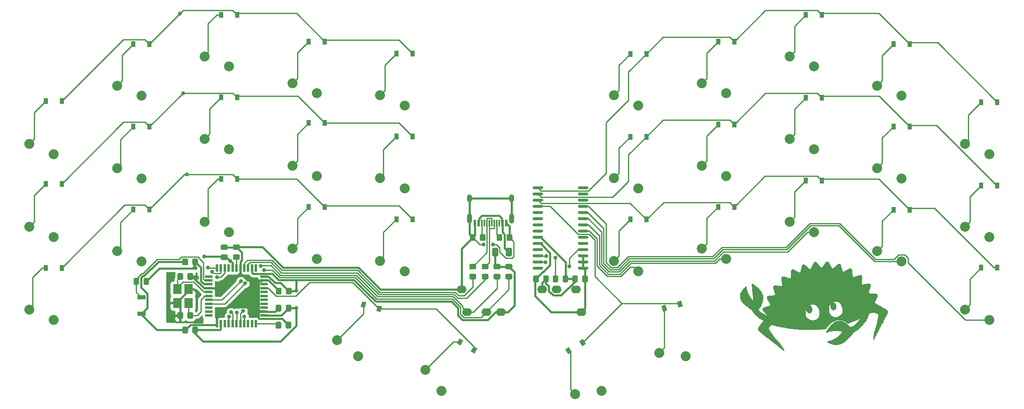
<source format=gbr>
%TF.GenerationSoftware,KiCad,Pcbnew,5.1.6*%
%TF.CreationDate,2020-08-13T12:20:14+01:00*%
%TF.ProjectId,ferris,66657272-6973-42e6-9b69-6361645f7063,rev?*%
%TF.SameCoordinates,Original*%
%TF.FileFunction,Copper,L1,Top*%
%TF.FilePolarity,Positive*%
%FSLAX46Y46*%
G04 Gerber Fmt 4.6, Leading zero omitted, Abs format (unit mm)*
G04 Created by KiCad (PCBNEW 5.1.6) date 2020-08-13 12:20:14*
%MOMM*%
%LPD*%
G01*
G04 APERTURE LIST*
%TA.AperFunction,EtchedComponent*%
%ADD10C,0.010000*%
%TD*%
%TA.AperFunction,SMDPad,CuDef*%
%ADD11R,1.800000X2.100000*%
%TD*%
%TA.AperFunction,ComponentPad*%
%ADD12C,2.032000*%
%TD*%
%TA.AperFunction,SMDPad,CuDef*%
%ADD13R,0.600000X1.450000*%
%TD*%
%TA.AperFunction,SMDPad,CuDef*%
%ADD14R,0.300000X1.450000*%
%TD*%
%TA.AperFunction,ComponentPad*%
%ADD15O,1.000000X2.100000*%
%TD*%
%TA.AperFunction,ComponentPad*%
%ADD16O,1.000000X1.600000*%
%TD*%
%TA.AperFunction,SMDPad,CuDef*%
%ADD17R,1.500000X0.550000*%
%TD*%
%TA.AperFunction,SMDPad,CuDef*%
%ADD18R,0.550000X1.500000*%
%TD*%
%TA.AperFunction,ComponentPad*%
%ADD19O,2.000000X1.600000*%
%TD*%
%TA.AperFunction,SMDPad,CuDef*%
%ADD20R,0.900000X1.200000*%
%TD*%
%TA.AperFunction,SMDPad,CuDef*%
%ADD21C,0.100000*%
%TD*%
%TA.AperFunction,SMDPad,CuDef*%
%ADD22R,1.700000X0.900000*%
%TD*%
%TA.AperFunction,ViaPad*%
%ADD23C,0.800000*%
%TD*%
%TA.AperFunction,Conductor*%
%ADD24C,0.381000*%
%TD*%
%TA.AperFunction,Conductor*%
%ADD25C,0.254000*%
%TD*%
G04 APERTURE END LIST*
D10*
%TO.C,G\u002A\u002A\u002A*%
G36*
X177050354Y-76912532D02*
G01*
X177076994Y-76918319D01*
X177218284Y-76978100D01*
X177348106Y-77085323D01*
X177454588Y-77220513D01*
X177520011Y-77350581D01*
X177569174Y-77511798D01*
X177598579Y-77686141D01*
X177604733Y-77855589D01*
X177595711Y-77948017D01*
X177549039Y-78125243D01*
X177473958Y-78276581D01*
X177375705Y-78397194D01*
X177259515Y-78482241D01*
X177130626Y-78526885D01*
X176994276Y-78526287D01*
X176974295Y-78522180D01*
X176853110Y-78472998D01*
X176730115Y-78386242D01*
X176619073Y-78272692D01*
X176569661Y-78205166D01*
X176505284Y-78074289D01*
X176457085Y-77913026D01*
X176428739Y-77740224D01*
X176423919Y-77574735D01*
X176431866Y-77498219D01*
X176479733Y-77313452D01*
X176555751Y-77158095D01*
X176655369Y-77036235D01*
X176774042Y-76951963D01*
X176907219Y-76909366D01*
X177050354Y-76912532D01*
G37*
X177050354Y-76912532D02*
X177076994Y-76918319D01*
X177218284Y-76978100D01*
X177348106Y-77085323D01*
X177454588Y-77220513D01*
X177520011Y-77350581D01*
X177569174Y-77511798D01*
X177598579Y-77686141D01*
X177604733Y-77855589D01*
X177595711Y-77948017D01*
X177549039Y-78125243D01*
X177473958Y-78276581D01*
X177375705Y-78397194D01*
X177259515Y-78482241D01*
X177130626Y-78526885D01*
X176994276Y-78526287D01*
X176974295Y-78522180D01*
X176853110Y-78472998D01*
X176730115Y-78386242D01*
X176619073Y-78272692D01*
X176569661Y-78205166D01*
X176505284Y-78074289D01*
X176457085Y-77913026D01*
X176428739Y-77740224D01*
X176423919Y-77574735D01*
X176431866Y-77498219D01*
X176479733Y-77313452D01*
X176555751Y-77158095D01*
X176655369Y-77036235D01*
X176774042Y-76951963D01*
X176907219Y-76909366D01*
X177050354Y-76912532D01*
G36*
X182040763Y-76313584D02*
G01*
X182181338Y-76385721D01*
X182258063Y-76446248D01*
X182373246Y-76578357D01*
X182457943Y-76736787D01*
X182512020Y-76912510D01*
X182535337Y-77096495D01*
X182527762Y-77279713D01*
X182489155Y-77453134D01*
X182419382Y-77607730D01*
X182318307Y-77734471D01*
X182278017Y-77768676D01*
X182147996Y-77837526D01*
X182003716Y-77861989D01*
X181858536Y-77840311D01*
X181825130Y-77828084D01*
X181692922Y-77747199D01*
X181579384Y-77625195D01*
X181488922Y-77469710D01*
X181425943Y-77288384D01*
X181394852Y-77088854D01*
X181394386Y-77081470D01*
X181396091Y-76889848D01*
X181428720Y-76727357D01*
X181495659Y-76580437D01*
X181534372Y-76520747D01*
X181646534Y-76395223D01*
X181770336Y-76318647D01*
X181902754Y-76291331D01*
X182040763Y-76313584D01*
G37*
X182040763Y-76313584D02*
X182181338Y-76385721D01*
X182258063Y-76446248D01*
X182373246Y-76578357D01*
X182457943Y-76736787D01*
X182512020Y-76912510D01*
X182535337Y-77096495D01*
X182527762Y-77279713D01*
X182489155Y-77453134D01*
X182419382Y-77607730D01*
X182318307Y-77734471D01*
X182278017Y-77768676D01*
X182147996Y-77837526D01*
X182003716Y-77861989D01*
X181858536Y-77840311D01*
X181825130Y-77828084D01*
X181692922Y-77747199D01*
X181579384Y-77625195D01*
X181488922Y-77469710D01*
X181425943Y-77288384D01*
X181394852Y-77088854D01*
X181394386Y-77081470D01*
X181396091Y-76889848D01*
X181428720Y-76727357D01*
X181495659Y-76580437D01*
X181534372Y-76520747D01*
X181646534Y-76395223D01*
X181770336Y-76318647D01*
X181902754Y-76291331D01*
X182040763Y-76313584D01*
G36*
X178337556Y-68000608D02*
G01*
X178436024Y-68025504D01*
X178446994Y-68031072D01*
X178491492Y-68068225D01*
X178562878Y-68144542D01*
X178659012Y-68257497D01*
X178777756Y-68404562D01*
X178916971Y-68583213D01*
X178940863Y-68614378D01*
X179085142Y-68800622D01*
X179204210Y-68949299D01*
X179297197Y-69059383D01*
X179363228Y-69129845D01*
X179401428Y-69159655D01*
X179404580Y-69160539D01*
X179463436Y-69162918D01*
X179542787Y-69158331D01*
X179560428Y-69156420D01*
X179589657Y-69152530D01*
X179615862Y-69145793D01*
X179642331Y-69132206D01*
X179672348Y-69107762D01*
X179709196Y-69068457D01*
X179756164Y-69010286D01*
X179816536Y-68929246D01*
X179893595Y-68821329D01*
X179990629Y-68682533D01*
X180110922Y-68508852D01*
X180213738Y-68360012D01*
X180312672Y-68218847D01*
X180390717Y-68114668D01*
X180454496Y-68041754D01*
X180510630Y-67994385D01*
X180565743Y-67966840D01*
X180626458Y-67953401D01*
X180689978Y-67948693D01*
X180823386Y-67961584D01*
X180930076Y-68015046D01*
X181017020Y-68110564D01*
X181040047Y-68150079D01*
X181081972Y-68227949D01*
X181139085Y-68337039D01*
X181207670Y-68470217D01*
X181284018Y-68620345D01*
X181336197Y-68723938D01*
X181414681Y-68878849D01*
X181487180Y-69019113D01*
X181550172Y-69138144D01*
X181600135Y-69229351D01*
X181633548Y-69286146D01*
X181645107Y-69301824D01*
X181687574Y-69320658D01*
X181760270Y-69339746D01*
X181806748Y-69348391D01*
X181936389Y-69368932D01*
X182425025Y-68899011D01*
X182572580Y-68757464D01*
X182688965Y-68647160D01*
X182779405Y-68563902D01*
X182849126Y-68503492D01*
X182903354Y-68461732D01*
X182947311Y-68434424D01*
X182986227Y-68417373D01*
X183025325Y-68406379D01*
X183043059Y-68402559D01*
X183134538Y-68389705D01*
X183204482Y-68398243D01*
X183266582Y-68424417D01*
X183342191Y-68474162D01*
X183405876Y-68533629D01*
X183413399Y-68543022D01*
X183438063Y-68592038D01*
X183473730Y-68686621D01*
X183519172Y-68823032D01*
X183573156Y-68997532D01*
X183634452Y-69206384D01*
X183651893Y-69267459D01*
X183701297Y-69440818D01*
X183746194Y-69597223D01*
X183784727Y-69730297D01*
X183815039Y-69833662D01*
X183835271Y-69900940D01*
X183843569Y-69925752D01*
X183843580Y-69925760D01*
X183868113Y-69937197D01*
X183925568Y-69962606D01*
X183984596Y-69988292D01*
X184119727Y-70046744D01*
X184689573Y-69685692D01*
X184863450Y-69575932D01*
X185000539Y-69490690D01*
X185106687Y-69426859D01*
X185187738Y-69381332D01*
X185249536Y-69351001D01*
X185297927Y-69332760D01*
X185338754Y-69323500D01*
X185377153Y-69320142D01*
X185514498Y-69336738D01*
X185626707Y-69396936D01*
X185711156Y-69499269D01*
X185717215Y-69510327D01*
X185734256Y-69546046D01*
X185748609Y-69586944D01*
X185761211Y-69639566D01*
X185773000Y-69710452D01*
X185784916Y-69806150D01*
X185797894Y-69933199D01*
X185812872Y-70098145D01*
X185829809Y-70295890D01*
X185887299Y-70977388D01*
X186016193Y-71065743D01*
X186145089Y-71154097D01*
X186379521Y-71065817D01*
X186626895Y-70972706D01*
X186831320Y-70895983D01*
X186997378Y-70834111D01*
X187129650Y-70785552D01*
X187232722Y-70748769D01*
X187311174Y-70722224D01*
X187369589Y-70704383D01*
X187412551Y-70693705D01*
X187444642Y-70688657D01*
X187470444Y-70687699D01*
X187494541Y-70689295D01*
X187500414Y-70689871D01*
X187622711Y-70726014D01*
X187726482Y-70801853D01*
X187801071Y-70906895D01*
X187834598Y-71018939D01*
X187835126Y-71068669D01*
X187830770Y-71160849D01*
X187822117Y-71287424D01*
X187809763Y-71440342D01*
X187794299Y-71611547D01*
X187781105Y-71746232D01*
X187764225Y-71923167D01*
X187750705Y-72085394D01*
X187741012Y-72225433D01*
X187735613Y-72335809D01*
X187734973Y-72409041D01*
X187738110Y-72435641D01*
X187769903Y-72483329D01*
X187825092Y-72543166D01*
X187852406Y-72568290D01*
X187945166Y-72648918D01*
X188603409Y-72543132D01*
X188819509Y-72508791D01*
X188991758Y-72483025D01*
X189126395Y-72465959D01*
X189229659Y-72457713D01*
X189307790Y-72458415D01*
X189367028Y-72468185D01*
X189413613Y-72487148D01*
X189453785Y-72515428D01*
X189493784Y-72553147D01*
X189501397Y-72560898D01*
X189566904Y-72653529D01*
X189603050Y-72768586D01*
X189609682Y-72810820D01*
X189611570Y-72854333D01*
X189607254Y-72905696D01*
X189595273Y-72971479D01*
X189574168Y-73058251D01*
X189542479Y-73172585D01*
X189498746Y-73321049D01*
X189441509Y-73510218D01*
X189429579Y-73549364D01*
X189230930Y-74200729D01*
X189320972Y-74336820D01*
X189367997Y-74406533D01*
X189402694Y-74455415D01*
X189416973Y-74472355D01*
X189442880Y-74473394D01*
X189512805Y-74476605D01*
X189620031Y-74481667D01*
X189757839Y-74488263D01*
X189919510Y-74496072D01*
X190086851Y-74504215D01*
X190306394Y-74515513D01*
X190481236Y-74526508D01*
X190617447Y-74538581D01*
X190721096Y-74553112D01*
X190798256Y-74571478D01*
X190854996Y-74595062D01*
X190897387Y-74625242D01*
X190931499Y-74663398D01*
X190957921Y-74702187D01*
X191004319Y-74808984D01*
X191024556Y-74929746D01*
X191015457Y-75041340D01*
X191007873Y-75066057D01*
X190988742Y-75108580D01*
X190949514Y-75188894D01*
X190893797Y-75299858D01*
X190825198Y-75434330D01*
X190747325Y-75585172D01*
X190688758Y-75697578D01*
X190608442Y-75852754D01*
X190536916Y-75994058D01*
X190477343Y-76114978D01*
X190432892Y-76209001D01*
X190406730Y-76269614D01*
X190401023Y-76289299D01*
X190406768Y-76321005D01*
X190418146Y-76351608D01*
X190438529Y-76383347D01*
X190471290Y-76418468D01*
X190519802Y-76459213D01*
X190587436Y-76507825D01*
X190677565Y-76566546D01*
X190793561Y-76637620D01*
X190938796Y-76723290D01*
X191116644Y-76825798D01*
X191330474Y-76947387D01*
X191583662Y-77090300D01*
X191724934Y-77169816D01*
X191968607Y-77307568D01*
X192196039Y-77437456D01*
X192403415Y-77557225D01*
X192586922Y-77664613D01*
X192742742Y-77757366D01*
X192867061Y-77833223D01*
X192956063Y-77889927D01*
X193005933Y-77925219D01*
X193014041Y-77932801D01*
X193046745Y-77982532D01*
X193067021Y-78043706D01*
X193079252Y-78132340D01*
X193083345Y-78186169D01*
X193086409Y-78285191D01*
X193078848Y-78371592D01*
X193057420Y-78463960D01*
X193018883Y-78580879D01*
X193010380Y-78604580D01*
X192974938Y-78696818D01*
X192928932Y-78806033D01*
X192871290Y-78934312D01*
X192800938Y-79083742D01*
X192716802Y-79256410D01*
X192617808Y-79454402D01*
X192502884Y-79679805D01*
X192370956Y-79934706D01*
X192220948Y-80221191D01*
X192051791Y-80541347D01*
X191862406Y-80897260D01*
X191651723Y-81291018D01*
X191418669Y-81724707D01*
X191162167Y-82200413D01*
X191123190Y-82272587D01*
X191019016Y-82467470D01*
X190913630Y-82668294D01*
X190812066Y-82865199D01*
X190719359Y-83048324D01*
X190640545Y-83207810D01*
X190580659Y-83333796D01*
X190575270Y-83345564D01*
X190473897Y-83563524D01*
X190389321Y-83735250D01*
X190320760Y-83862172D01*
X190267437Y-83945716D01*
X190228570Y-83987312D01*
X190223043Y-83990457D01*
X190205498Y-83990487D01*
X190193966Y-83965035D01*
X190186535Y-83905621D01*
X190181362Y-83805572D01*
X190185268Y-83557265D01*
X190213363Y-83272884D01*
X190264083Y-82960138D01*
X190335861Y-82626743D01*
X190427134Y-82280407D01*
X190536333Y-81928843D01*
X190599020Y-81748359D01*
X190660811Y-81564683D01*
X190728828Y-81341242D01*
X190800395Y-81088285D01*
X190872831Y-80816059D01*
X190943458Y-80534813D01*
X191009597Y-80254797D01*
X191068569Y-79986256D01*
X191100065Y-79831509D01*
X191146475Y-79581143D01*
X191178975Y-79371245D01*
X191198507Y-79193701D01*
X191206013Y-79040399D01*
X191204229Y-78934589D01*
X191195074Y-78742535D01*
X191054551Y-78651495D01*
X190904851Y-78571758D01*
X190720948Y-78500936D01*
X190519328Y-78444579D01*
X190341718Y-78411547D01*
X190247766Y-78402334D01*
X190144641Y-78400839D01*
X190020744Y-78407521D01*
X189864481Y-78422838D01*
X189767568Y-78434248D01*
X189596499Y-78456620D01*
X189469033Y-78478221D01*
X189378143Y-78502443D01*
X189316801Y-78532677D01*
X189277982Y-78572314D01*
X189254659Y-78624743D01*
X189240616Y-78688530D01*
X189225072Y-78753473D01*
X189195898Y-78852998D01*
X189157134Y-78974057D01*
X189112812Y-79103601D01*
X189108290Y-79116347D01*
X189066527Y-79235232D01*
X189032105Y-79336171D01*
X189008094Y-79409943D01*
X188997559Y-79447325D01*
X188997370Y-79449829D01*
X188987956Y-79476864D01*
X188960186Y-79537943D01*
X188919168Y-79622056D01*
X188898105Y-79663790D01*
X188667544Y-80066654D01*
X188389904Y-80465272D01*
X188068903Y-80855701D01*
X187708259Y-81233998D01*
X187311691Y-81596222D01*
X186882920Y-81938428D01*
X186496127Y-82210483D01*
X186349108Y-82308193D01*
X186236630Y-82384714D01*
X186150870Y-82446891D01*
X186084005Y-82501568D01*
X186028214Y-82555594D01*
X185975672Y-82615812D01*
X185918558Y-82689068D01*
X185860662Y-82766581D01*
X185517541Y-83204354D01*
X185175425Y-83592385D01*
X184833100Y-83931683D01*
X184489349Y-84223257D01*
X184142962Y-84468118D01*
X183792723Y-84667273D01*
X183437418Y-84821733D01*
X183352883Y-84851713D01*
X183245635Y-84882891D01*
X183108740Y-84915145D01*
X182956366Y-84945926D01*
X182802680Y-84972678D01*
X182661851Y-84992847D01*
X182548045Y-85003881D01*
X182501634Y-85005123D01*
X182179160Y-84987601D01*
X181888264Y-84945267D01*
X181614434Y-84874665D01*
X181343155Y-84772343D01*
X181157215Y-84685132D01*
X181051206Y-84628048D01*
X180944974Y-84564149D01*
X180845953Y-84498830D01*
X180761583Y-84437484D01*
X180699300Y-84385505D01*
X180666542Y-84348288D01*
X180669620Y-84331497D01*
X180706028Y-84323194D01*
X180781800Y-84307055D01*
X180886496Y-84285269D01*
X181009678Y-84260026D01*
X181033370Y-84255210D01*
X181396729Y-84168393D01*
X181726561Y-84060251D01*
X182037791Y-83924738D01*
X182345339Y-83755804D01*
X182490585Y-83664621D01*
X182863401Y-83391935D01*
X183204240Y-83080589D01*
X183509695Y-82733934D01*
X183692552Y-82484039D01*
X183864753Y-82229748D01*
X183571538Y-82195011D01*
X182993045Y-82143435D01*
X182444511Y-82129614D01*
X181921940Y-82153514D01*
X181668643Y-82179662D01*
X181333151Y-82230175D01*
X181042585Y-82293922D01*
X180792539Y-82372020D01*
X180619860Y-82445028D01*
X180537038Y-82482910D01*
X180475072Y-82507395D01*
X180444974Y-82514242D01*
X180443718Y-82512905D01*
X180455667Y-82485296D01*
X180488506Y-82425086D01*
X180536349Y-82342844D01*
X180564281Y-82296398D01*
X180817526Y-81896489D01*
X181063122Y-81543690D01*
X181303571Y-81235338D01*
X181541378Y-80968766D01*
X181779043Y-80741312D01*
X182019069Y-80550310D01*
X182263960Y-80393095D01*
X182436145Y-80303367D01*
X182638626Y-80226208D01*
X182869806Y-80169350D01*
X183110818Y-80135761D01*
X183342794Y-80128415D01*
X183479447Y-80139074D01*
X183780126Y-80202944D01*
X184084610Y-80314117D01*
X184388157Y-80469822D01*
X184686025Y-80667285D01*
X184973472Y-80903733D01*
X185236470Y-81166203D01*
X185311833Y-81249548D01*
X185373821Y-81319759D01*
X185414672Y-81367948D01*
X185426638Y-81384014D01*
X185453119Y-81383793D01*
X185517936Y-81367913D01*
X185612028Y-81338991D01*
X185726331Y-81299647D01*
X185755993Y-81288861D01*
X186074312Y-81171904D01*
X186333257Y-80931999D01*
X186439045Y-80834169D01*
X186541988Y-80739285D01*
X186631090Y-80657462D01*
X186695356Y-80598816D01*
X186701154Y-80593564D01*
X186776825Y-80520791D01*
X186867408Y-80426755D01*
X186968277Y-80317004D01*
X187074805Y-80197089D01*
X187182361Y-80072555D01*
X187286320Y-79948952D01*
X187382051Y-79831829D01*
X187464928Y-79726732D01*
X187530322Y-79639212D01*
X187573604Y-79574816D01*
X187590148Y-79539093D01*
X187585194Y-79533745D01*
X187553097Y-79545876D01*
X187485686Y-79576439D01*
X187392904Y-79620789D01*
X187287160Y-79673040D01*
X186939246Y-79840626D01*
X186549800Y-80015639D01*
X186126899Y-80194579D01*
X185678621Y-80373945D01*
X185598249Y-80405084D01*
X184989264Y-80639898D01*
X184760618Y-80484733D01*
X184423794Y-80279222D01*
X184085169Y-80117830D01*
X183748655Y-80002014D01*
X183418167Y-79933233D01*
X183234735Y-79915673D01*
X183088711Y-79916228D01*
X182915282Y-79929623D01*
X182733173Y-79953337D01*
X182561109Y-79984850D01*
X182417815Y-80021643D01*
X182397258Y-80028380D01*
X182070192Y-80166389D01*
X181750965Y-80354090D01*
X181439424Y-80591610D01*
X181135418Y-80879076D01*
X180838796Y-81216613D01*
X180606551Y-81523005D01*
X180491565Y-81684270D01*
X179932053Y-81752955D01*
X179056057Y-81841543D01*
X178148014Y-81896866D01*
X177214010Y-81919217D01*
X176260133Y-81908888D01*
X175292473Y-81866172D01*
X174317116Y-81791363D01*
X173340151Y-81684752D01*
X172367667Y-81546635D01*
X171405752Y-81377302D01*
X171174503Y-81331516D01*
X170942016Y-81282911D01*
X170693487Y-81228207D01*
X170439025Y-81169837D01*
X170188738Y-81110230D01*
X169952736Y-81051819D01*
X169741128Y-80997034D01*
X169564024Y-80948305D01*
X169489093Y-80926220D01*
X169331836Y-80878369D01*
X169165781Y-81002517D01*
X169067065Y-81084380D01*
X168965902Y-81182060D01*
X168869147Y-81287229D01*
X168783655Y-81391561D01*
X168716281Y-81486728D01*
X168673879Y-81564404D01*
X168662841Y-81613464D01*
X168688437Y-81707155D01*
X168744597Y-81834423D01*
X168828160Y-81990853D01*
X168935973Y-82172029D01*
X169064875Y-82373534D01*
X169211710Y-82590953D01*
X169373320Y-82819870D01*
X169546547Y-83055868D01*
X169728234Y-83294532D01*
X169915223Y-83531445D01*
X170104356Y-83762191D01*
X170292475Y-83982355D01*
X170476424Y-84187520D01*
X170589254Y-84307613D01*
X170796701Y-84533937D01*
X170998345Y-84773049D01*
X171189693Y-85018404D01*
X171366249Y-85263456D01*
X171523518Y-85501664D01*
X171657006Y-85726479D01*
X171762215Y-85931360D01*
X171834655Y-86109760D01*
X171841455Y-86130747D01*
X171856708Y-86193090D01*
X171849473Y-86221616D01*
X171831923Y-86227883D01*
X171800650Y-86213809D01*
X171738002Y-86171849D01*
X171651105Y-86107260D01*
X171547083Y-86025300D01*
X171455930Y-85950428D01*
X171387171Y-85894067D01*
X171281689Y-85809145D01*
X171142843Y-85698311D01*
X170973992Y-85564215D01*
X170778492Y-85409507D01*
X170559705Y-85236836D01*
X170320987Y-85048851D01*
X170065697Y-84848204D01*
X169797195Y-84637543D01*
X169518838Y-84419517D01*
X169233985Y-84196776D01*
X169147282Y-84129055D01*
X168864907Y-83908252D01*
X168590711Y-83693262D01*
X168327767Y-83486526D01*
X168079149Y-83290485D01*
X167847925Y-83107578D01*
X167637169Y-82940245D01*
X167449950Y-82790929D01*
X167289341Y-82662069D01*
X167158413Y-82556106D01*
X167060238Y-82475481D01*
X166997886Y-82422633D01*
X166983830Y-82409975D01*
X166805430Y-82229675D01*
X166673247Y-82064995D01*
X166585955Y-81913634D01*
X166542234Y-81773298D01*
X166540765Y-81641688D01*
X166540996Y-81640165D01*
X166545338Y-81614086D01*
X166551572Y-81588946D01*
X166562391Y-81560739D01*
X166580488Y-81525458D01*
X166608558Y-81479100D01*
X166649292Y-81417657D01*
X166705387Y-81337122D01*
X166779533Y-81233491D01*
X166874425Y-81102757D01*
X166992757Y-80940913D01*
X167137222Y-80743955D01*
X167212730Y-80641089D01*
X167319782Y-80494410D01*
X167416057Y-80360868D01*
X167497676Y-80245974D01*
X167560762Y-80155243D01*
X167601437Y-80094185D01*
X167615823Y-80068311D01*
X167615815Y-80068185D01*
X167594249Y-80048586D01*
X167536644Y-80008502D01*
X167450824Y-79953073D01*
X167344613Y-79887440D01*
X167339714Y-79884490D01*
X176249416Y-78790516D01*
X176287878Y-78967998D01*
X176325587Y-79075469D01*
X176454866Y-79310261D01*
X176624744Y-79515501D01*
X176833774Y-79690139D01*
X177080503Y-79833130D01*
X177363483Y-79943424D01*
X177614320Y-80007276D01*
X177736727Y-80025290D01*
X177852045Y-80025197D01*
X177974320Y-80005071D01*
X178117600Y-79962986D01*
X178228199Y-79923113D01*
X178479498Y-79804576D01*
X178693705Y-79653663D01*
X178869041Y-79472154D01*
X179003727Y-79261831D01*
X179083326Y-79066798D01*
X179126071Y-78913785D01*
X179152019Y-78769817D01*
X179161986Y-78620930D01*
X179156786Y-78453160D01*
X179137476Y-78255031D01*
X181057187Y-78019321D01*
X181076206Y-78160611D01*
X181093901Y-78265030D01*
X181113920Y-78346258D01*
X181139915Y-78417981D01*
X181175533Y-78493880D01*
X181192679Y-78527295D01*
X181305012Y-78712073D01*
X181443269Y-78890088D01*
X181597733Y-79051410D01*
X181758687Y-79186104D01*
X181916414Y-79284243D01*
X181947818Y-79299100D01*
X182153609Y-79365200D01*
X182371055Y-79384760D01*
X182603138Y-79357766D01*
X182824110Y-79294685D01*
X183002122Y-79218389D01*
X183184441Y-79117494D01*
X183360439Y-78999755D01*
X183519488Y-78872926D01*
X183650960Y-78744764D01*
X183743941Y-78623491D01*
X183841314Y-78415841D01*
X183896201Y-78183857D01*
X183908971Y-77930478D01*
X183879995Y-77658646D01*
X183809641Y-77371301D01*
X183698280Y-77071386D01*
X183546280Y-76761840D01*
X183499577Y-76679157D01*
X183420047Y-76553131D01*
X183339901Y-76455019D01*
X183246529Y-76373392D01*
X183127321Y-76296825D01*
X183006554Y-76232386D01*
X182839199Y-76155565D01*
X182692366Y-76108939D01*
X182548279Y-76089326D01*
X182389163Y-76093547D01*
X182291655Y-76104495D01*
X182066868Y-76151114D01*
X181864877Y-76230695D01*
X181675225Y-76348653D01*
X181487458Y-76510401D01*
X181464942Y-76532625D01*
X181381256Y-76618116D01*
X181321945Y-76686709D01*
X181277994Y-76753057D01*
X181240391Y-76831816D01*
X181200122Y-76937638D01*
X181178762Y-76997901D01*
X181109122Y-77211859D01*
X181063005Y-77397223D01*
X181038574Y-77569421D01*
X181033995Y-77743878D01*
X181047430Y-77936019D01*
X181057187Y-78019321D01*
X179137476Y-78255031D01*
X179137235Y-78252545D01*
X179132922Y-78217204D01*
X179104286Y-78015772D01*
X179071088Y-77851134D01*
X179028452Y-77709290D01*
X178971496Y-77576235D01*
X178895343Y-77437965D01*
X178819458Y-77317454D01*
X178652442Y-77102461D01*
X178462120Y-76932276D01*
X178249528Y-76807116D01*
X178015701Y-76727202D01*
X177761675Y-76692752D01*
X177488487Y-76703984D01*
X177197169Y-76761118D01*
X176888759Y-76864372D01*
X176816541Y-76894228D01*
X176721728Y-76937549D01*
X176658654Y-76977274D01*
X176611219Y-77026887D01*
X176563321Y-77099875D01*
X176555677Y-77112699D01*
X176505263Y-77215039D01*
X176450366Y-77355467D01*
X176394570Y-77521918D01*
X176341464Y-77702323D01*
X176294634Y-77884616D01*
X176257666Y-78056731D01*
X176236700Y-78185837D01*
X176222290Y-78384056D01*
X176227041Y-78590741D01*
X176249416Y-78790516D01*
X167339714Y-79884490D01*
X167297849Y-79859287D01*
X167010057Y-79676634D01*
X166720525Y-79472934D01*
X166439041Y-79256073D01*
X166175393Y-79033938D01*
X165939368Y-78814415D01*
X165740755Y-78605390D01*
X165738602Y-78602936D01*
X165658692Y-78503787D01*
X165571353Y-78382521D01*
X165484790Y-78251925D01*
X165407209Y-78124784D01*
X165346817Y-78013886D01*
X165316090Y-77944622D01*
X165297182Y-77897074D01*
X165274783Y-77858190D01*
X165241472Y-77821723D01*
X165189822Y-77781429D01*
X165112410Y-77731058D01*
X165001812Y-77664367D01*
X164938483Y-77626921D01*
X164763786Y-77517645D01*
X164569777Y-77385705D01*
X164366084Y-77238528D01*
X164162340Y-77083540D01*
X163968177Y-76928168D01*
X163793225Y-76779835D01*
X163647115Y-76645971D01*
X163583420Y-76582124D01*
X163338039Y-76296869D01*
X163142274Y-76007528D01*
X162996219Y-75715235D01*
X162899966Y-75421121D01*
X162853609Y-75126321D01*
X162857242Y-74831966D01*
X162910960Y-74539192D01*
X163014854Y-74249130D01*
X163169020Y-73962914D01*
X163346385Y-73715074D01*
X163447659Y-73590326D01*
X163530101Y-73494098D01*
X163605507Y-73414383D01*
X163685679Y-73339175D01*
X163782415Y-73256469D01*
X163858312Y-73194184D01*
X164064194Y-73026642D01*
X164123032Y-73363907D01*
X164222991Y-73809758D01*
X164363627Y-74241872D01*
X164542053Y-74654681D01*
X164755380Y-75042609D01*
X165000718Y-75400086D01*
X165275179Y-75721539D01*
X165419291Y-75864091D01*
X165534381Y-75971522D01*
X165523381Y-75761743D01*
X165518987Y-75698596D01*
X165510178Y-75590039D01*
X165497416Y-75441223D01*
X165481167Y-75257303D01*
X165461894Y-75043433D01*
X165440061Y-74804766D01*
X165416133Y-74546455D01*
X165390574Y-74273655D01*
X165365510Y-74008962D01*
X165339516Y-73734400D01*
X165315238Y-73475082D01*
X165293068Y-73235388D01*
X165273397Y-73019692D01*
X165256618Y-72832373D01*
X165243121Y-72677807D01*
X165233300Y-72560373D01*
X165227546Y-72484446D01*
X165226249Y-72454406D01*
X165226335Y-72454136D01*
X165253924Y-72455928D01*
X165316253Y-72483401D01*
X165406909Y-72532453D01*
X165519476Y-72598985D01*
X165647539Y-72678895D01*
X165784683Y-72768086D01*
X165924495Y-72862455D01*
X166060557Y-72957903D01*
X166186457Y-73050330D01*
X166295778Y-73135635D01*
X166307246Y-73145009D01*
X166620647Y-73424899D01*
X166886140Y-73710880D01*
X167106562Y-74006658D01*
X167284749Y-74315938D01*
X167395057Y-74565874D01*
X167445214Y-74724629D01*
X167488144Y-74916298D01*
X167521715Y-75124832D01*
X167543796Y-75334183D01*
X167552254Y-75528300D01*
X167544957Y-75691135D01*
X167544753Y-75692950D01*
X167475343Y-76081750D01*
X167357048Y-76467955D01*
X167191747Y-76847190D01*
X166981325Y-77215079D01*
X166751303Y-77537468D01*
X166557543Y-77783773D01*
X166670437Y-77932796D01*
X166796504Y-78073989D01*
X166965961Y-78224450D01*
X167173123Y-78380322D01*
X167412307Y-78537746D01*
X167677828Y-78692863D01*
X167964002Y-78841815D01*
X168116137Y-78914192D01*
X168246012Y-78972131D01*
X168335840Y-79006999D01*
X168390311Y-79019804D01*
X168414108Y-79011552D01*
X168411916Y-78983251D01*
X168409604Y-78977263D01*
X168388536Y-78947464D01*
X168338151Y-78885350D01*
X168263106Y-78796377D01*
X168168053Y-78686001D01*
X168057646Y-78559680D01*
X167942749Y-78429843D01*
X167808097Y-78278398D01*
X167703296Y-78159454D01*
X167624420Y-78067574D01*
X167567544Y-77997317D01*
X167528739Y-77943243D01*
X167504080Y-77899913D01*
X167489639Y-77861886D01*
X167481490Y-77823724D01*
X167476122Y-77783392D01*
X167477570Y-77633096D01*
X167520718Y-77508200D01*
X167593427Y-77421037D01*
X167626446Y-77405548D01*
X167700154Y-77377779D01*
X167806657Y-77340284D01*
X167938060Y-77295619D01*
X168086468Y-77246338D01*
X168243986Y-77194998D01*
X168402719Y-77144154D01*
X168554772Y-77096360D01*
X168692249Y-77054173D01*
X168807257Y-77020148D01*
X168891898Y-76996840D01*
X168932525Y-76987614D01*
X168950374Y-76962836D01*
X168972190Y-76904195D01*
X168993756Y-76827967D01*
X169010857Y-76750426D01*
X169019275Y-76687845D01*
X169017296Y-76660365D01*
X168999096Y-76624744D01*
X168958624Y-76552122D01*
X168899679Y-76449094D01*
X168826059Y-76322258D01*
X168741562Y-76178214D01*
X168673203Y-76062634D01*
X168566553Y-75881432D01*
X168484117Y-75737495D01*
X168422987Y-75625129D01*
X168380257Y-75538642D01*
X168353022Y-75472341D01*
X168338374Y-75420535D01*
X168335111Y-75400400D01*
X168341751Y-75259828D01*
X168395255Y-75134870D01*
X168476727Y-75045406D01*
X168502955Y-75025554D01*
X168531812Y-75009558D01*
X168570129Y-74996200D01*
X168624739Y-74984261D01*
X168702474Y-74972525D01*
X168810163Y-74959772D01*
X168954641Y-74944786D01*
X169142737Y-74926348D01*
X169146847Y-74925949D01*
X169320627Y-74909556D01*
X169482252Y-74895148D01*
X169623262Y-74883416D01*
X169735203Y-74875046D01*
X169809614Y-74870726D01*
X169831186Y-74870319D01*
X169882276Y-74867919D01*
X169919374Y-74851295D01*
X169954940Y-74810392D01*
X170001441Y-74735157D01*
X170003843Y-74731055D01*
X170086472Y-74589820D01*
X170022911Y-74414021D01*
X169926200Y-74146272D01*
X169845574Y-73921797D01*
X169779790Y-73736117D01*
X169727610Y-73584751D01*
X169687793Y-73463218D01*
X169659100Y-73367039D01*
X169640288Y-73291733D01*
X169630119Y-73232819D01*
X169627353Y-73185819D01*
X169630748Y-73146250D01*
X169639064Y-73109634D01*
X169651062Y-73071490D01*
X169651169Y-73071171D01*
X169711130Y-72966672D01*
X169806854Y-72887871D01*
X169925894Y-72844447D01*
X169946586Y-72841393D01*
X170002552Y-72840772D01*
X170100072Y-72845996D01*
X170230332Y-72856328D01*
X170384515Y-72871029D01*
X170553806Y-72889363D01*
X170638174Y-72899277D01*
X170807388Y-72919126D01*
X170961774Y-72936186D01*
X171093496Y-72949675D01*
X171194724Y-72958812D01*
X171257623Y-72962816D01*
X171272918Y-72962566D01*
X171317039Y-72939984D01*
X171375764Y-72889857D01*
X171413475Y-72849425D01*
X171503734Y-72743468D01*
X171395376Y-72047106D01*
X171363485Y-71841050D01*
X171339036Y-71678829D01*
X171321463Y-71554115D01*
X171310200Y-71460579D01*
X171304679Y-71391892D01*
X171304333Y-71341726D01*
X171308597Y-71303752D01*
X171316903Y-71271639D01*
X171324093Y-71251201D01*
X171382888Y-71136848D01*
X171463567Y-71063343D01*
X171575999Y-71023073D01*
X171630614Y-71014729D01*
X171685046Y-71010689D01*
X171739978Y-71012739D01*
X171803677Y-71022856D01*
X171884408Y-71043019D01*
X171990437Y-71075201D01*
X172130029Y-71121382D01*
X172254850Y-71164028D01*
X172411743Y-71217668D01*
X172561072Y-71268100D01*
X172692841Y-71311994D01*
X172797052Y-71346024D01*
X172863709Y-71366858D01*
X172865604Y-71367414D01*
X172995407Y-71405328D01*
X173121841Y-71317992D01*
X173188311Y-71268166D01*
X173232993Y-71227139D01*
X173245371Y-71207015D01*
X173244428Y-71165813D01*
X173245668Y-71082881D01*
X173248746Y-70966668D01*
X173253318Y-70825624D01*
X173259037Y-70668201D01*
X173265562Y-70502849D01*
X173272545Y-70338018D01*
X173279640Y-70182159D01*
X173286505Y-70043723D01*
X173292793Y-69931160D01*
X173298160Y-69852921D01*
X173302079Y-69818128D01*
X173338422Y-69742561D01*
X173402883Y-69663090D01*
X173478248Y-69598742D01*
X173521950Y-69575146D01*
X173577156Y-69557159D01*
X173631482Y-69549096D01*
X173690844Y-69553142D01*
X173761153Y-69571488D01*
X173848325Y-69606321D01*
X173958275Y-69659827D01*
X174096913Y-69734195D01*
X174270157Y-69831613D01*
X174370666Y-69889112D01*
X174954436Y-70224198D01*
X175085752Y-70167812D01*
X175161350Y-70129827D01*
X175216367Y-70091987D01*
X175233965Y-70071409D01*
X175243954Y-70036396D01*
X175263163Y-69958963D01*
X175289904Y-69846305D01*
X175322488Y-69705617D01*
X175359223Y-69544096D01*
X175390042Y-69406623D01*
X175429563Y-69232377D01*
X175467247Y-69072110D01*
X175501228Y-68933306D01*
X175529639Y-68823446D01*
X175550614Y-68750015D01*
X175560501Y-68723049D01*
X175638856Y-68625983D01*
X175745682Y-68561941D01*
X175867628Y-68535110D01*
X175991343Y-68549675D01*
X176044740Y-68571208D01*
X176088877Y-68600736D01*
X176164382Y-68658954D01*
X176264845Y-68740589D01*
X176383857Y-68840368D01*
X176515011Y-68953018D01*
X176611158Y-69037193D01*
X176757936Y-69166523D01*
X176872051Y-69265985D01*
X176958889Y-69339364D01*
X177023839Y-69390447D01*
X177072289Y-69423021D01*
X177109624Y-69440871D01*
X177141234Y-69447785D01*
X177172507Y-69447550D01*
X177192333Y-69445660D01*
X177274308Y-69431377D01*
X177343213Y-69410114D01*
X177353921Y-69405081D01*
X177382211Y-69374532D01*
X177424669Y-69304386D01*
X177482203Y-69192849D01*
X177555721Y-69038128D01*
X177646129Y-68838430D01*
X177684982Y-68750650D01*
X177773082Y-68554001D01*
X177851954Y-68384767D01*
X177919395Y-68247363D01*
X177973205Y-68146210D01*
X178011183Y-68085722D01*
X178022648Y-68072840D01*
X178109381Y-68026391D01*
X178221513Y-68001609D01*
X178337556Y-68000608D01*
G37*
X178337556Y-68000608D02*
X178436024Y-68025504D01*
X178446994Y-68031072D01*
X178491492Y-68068225D01*
X178562878Y-68144542D01*
X178659012Y-68257497D01*
X178777756Y-68404562D01*
X178916971Y-68583213D01*
X178940863Y-68614378D01*
X179085142Y-68800622D01*
X179204210Y-68949299D01*
X179297197Y-69059383D01*
X179363228Y-69129845D01*
X179401428Y-69159655D01*
X179404580Y-69160539D01*
X179463436Y-69162918D01*
X179542787Y-69158331D01*
X179560428Y-69156420D01*
X179589657Y-69152530D01*
X179615862Y-69145793D01*
X179642331Y-69132206D01*
X179672348Y-69107762D01*
X179709196Y-69068457D01*
X179756164Y-69010286D01*
X179816536Y-68929246D01*
X179893595Y-68821329D01*
X179990629Y-68682533D01*
X180110922Y-68508852D01*
X180213738Y-68360012D01*
X180312672Y-68218847D01*
X180390717Y-68114668D01*
X180454496Y-68041754D01*
X180510630Y-67994385D01*
X180565743Y-67966840D01*
X180626458Y-67953401D01*
X180689978Y-67948693D01*
X180823386Y-67961584D01*
X180930076Y-68015046D01*
X181017020Y-68110564D01*
X181040047Y-68150079D01*
X181081972Y-68227949D01*
X181139085Y-68337039D01*
X181207670Y-68470217D01*
X181284018Y-68620345D01*
X181336197Y-68723938D01*
X181414681Y-68878849D01*
X181487180Y-69019113D01*
X181550172Y-69138144D01*
X181600135Y-69229351D01*
X181633548Y-69286146D01*
X181645107Y-69301824D01*
X181687574Y-69320658D01*
X181760270Y-69339746D01*
X181806748Y-69348391D01*
X181936389Y-69368932D01*
X182425025Y-68899011D01*
X182572580Y-68757464D01*
X182688965Y-68647160D01*
X182779405Y-68563902D01*
X182849126Y-68503492D01*
X182903354Y-68461732D01*
X182947311Y-68434424D01*
X182986227Y-68417373D01*
X183025325Y-68406379D01*
X183043059Y-68402559D01*
X183134538Y-68389705D01*
X183204482Y-68398243D01*
X183266582Y-68424417D01*
X183342191Y-68474162D01*
X183405876Y-68533629D01*
X183413399Y-68543022D01*
X183438063Y-68592038D01*
X183473730Y-68686621D01*
X183519172Y-68823032D01*
X183573156Y-68997532D01*
X183634452Y-69206384D01*
X183651893Y-69267459D01*
X183701297Y-69440818D01*
X183746194Y-69597223D01*
X183784727Y-69730297D01*
X183815039Y-69833662D01*
X183835271Y-69900940D01*
X183843569Y-69925752D01*
X183843580Y-69925760D01*
X183868113Y-69937197D01*
X183925568Y-69962606D01*
X183984596Y-69988292D01*
X184119727Y-70046744D01*
X184689573Y-69685692D01*
X184863450Y-69575932D01*
X185000539Y-69490690D01*
X185106687Y-69426859D01*
X185187738Y-69381332D01*
X185249536Y-69351001D01*
X185297927Y-69332760D01*
X185338754Y-69323500D01*
X185377153Y-69320142D01*
X185514498Y-69336738D01*
X185626707Y-69396936D01*
X185711156Y-69499269D01*
X185717215Y-69510327D01*
X185734256Y-69546046D01*
X185748609Y-69586944D01*
X185761211Y-69639566D01*
X185773000Y-69710452D01*
X185784916Y-69806150D01*
X185797894Y-69933199D01*
X185812872Y-70098145D01*
X185829809Y-70295890D01*
X185887299Y-70977388D01*
X186016193Y-71065743D01*
X186145089Y-71154097D01*
X186379521Y-71065817D01*
X186626895Y-70972706D01*
X186831320Y-70895983D01*
X186997378Y-70834111D01*
X187129650Y-70785552D01*
X187232722Y-70748769D01*
X187311174Y-70722224D01*
X187369589Y-70704383D01*
X187412551Y-70693705D01*
X187444642Y-70688657D01*
X187470444Y-70687699D01*
X187494541Y-70689295D01*
X187500414Y-70689871D01*
X187622711Y-70726014D01*
X187726482Y-70801853D01*
X187801071Y-70906895D01*
X187834598Y-71018939D01*
X187835126Y-71068669D01*
X187830770Y-71160849D01*
X187822117Y-71287424D01*
X187809763Y-71440342D01*
X187794299Y-71611547D01*
X187781105Y-71746232D01*
X187764225Y-71923167D01*
X187750705Y-72085394D01*
X187741012Y-72225433D01*
X187735613Y-72335809D01*
X187734973Y-72409041D01*
X187738110Y-72435641D01*
X187769903Y-72483329D01*
X187825092Y-72543166D01*
X187852406Y-72568290D01*
X187945166Y-72648918D01*
X188603409Y-72543132D01*
X188819509Y-72508791D01*
X188991758Y-72483025D01*
X189126395Y-72465959D01*
X189229659Y-72457713D01*
X189307790Y-72458415D01*
X189367028Y-72468185D01*
X189413613Y-72487148D01*
X189453785Y-72515428D01*
X189493784Y-72553147D01*
X189501397Y-72560898D01*
X189566904Y-72653529D01*
X189603050Y-72768586D01*
X189609682Y-72810820D01*
X189611570Y-72854333D01*
X189607254Y-72905696D01*
X189595273Y-72971479D01*
X189574168Y-73058251D01*
X189542479Y-73172585D01*
X189498746Y-73321049D01*
X189441509Y-73510218D01*
X189429579Y-73549364D01*
X189230930Y-74200729D01*
X189320972Y-74336820D01*
X189367997Y-74406533D01*
X189402694Y-74455415D01*
X189416973Y-74472355D01*
X189442880Y-74473394D01*
X189512805Y-74476605D01*
X189620031Y-74481667D01*
X189757839Y-74488263D01*
X189919510Y-74496072D01*
X190086851Y-74504215D01*
X190306394Y-74515513D01*
X190481236Y-74526508D01*
X190617447Y-74538581D01*
X190721096Y-74553112D01*
X190798256Y-74571478D01*
X190854996Y-74595062D01*
X190897387Y-74625242D01*
X190931499Y-74663398D01*
X190957921Y-74702187D01*
X191004319Y-74808984D01*
X191024556Y-74929746D01*
X191015457Y-75041340D01*
X191007873Y-75066057D01*
X190988742Y-75108580D01*
X190949514Y-75188894D01*
X190893797Y-75299858D01*
X190825198Y-75434330D01*
X190747325Y-75585172D01*
X190688758Y-75697578D01*
X190608442Y-75852754D01*
X190536916Y-75994058D01*
X190477343Y-76114978D01*
X190432892Y-76209001D01*
X190406730Y-76269614D01*
X190401023Y-76289299D01*
X190406768Y-76321005D01*
X190418146Y-76351608D01*
X190438529Y-76383347D01*
X190471290Y-76418468D01*
X190519802Y-76459213D01*
X190587436Y-76507825D01*
X190677565Y-76566546D01*
X190793561Y-76637620D01*
X190938796Y-76723290D01*
X191116644Y-76825798D01*
X191330474Y-76947387D01*
X191583662Y-77090300D01*
X191724934Y-77169816D01*
X191968607Y-77307568D01*
X192196039Y-77437456D01*
X192403415Y-77557225D01*
X192586922Y-77664613D01*
X192742742Y-77757366D01*
X192867061Y-77833223D01*
X192956063Y-77889927D01*
X193005933Y-77925219D01*
X193014041Y-77932801D01*
X193046745Y-77982532D01*
X193067021Y-78043706D01*
X193079252Y-78132340D01*
X193083345Y-78186169D01*
X193086409Y-78285191D01*
X193078848Y-78371592D01*
X193057420Y-78463960D01*
X193018883Y-78580879D01*
X193010380Y-78604580D01*
X192974938Y-78696818D01*
X192928932Y-78806033D01*
X192871290Y-78934312D01*
X192800938Y-79083742D01*
X192716802Y-79256410D01*
X192617808Y-79454402D01*
X192502884Y-79679805D01*
X192370956Y-79934706D01*
X192220948Y-80221191D01*
X192051791Y-80541347D01*
X191862406Y-80897260D01*
X191651723Y-81291018D01*
X191418669Y-81724707D01*
X191162167Y-82200413D01*
X191123190Y-82272587D01*
X191019016Y-82467470D01*
X190913630Y-82668294D01*
X190812066Y-82865199D01*
X190719359Y-83048324D01*
X190640545Y-83207810D01*
X190580659Y-83333796D01*
X190575270Y-83345564D01*
X190473897Y-83563524D01*
X190389321Y-83735250D01*
X190320760Y-83862172D01*
X190267437Y-83945716D01*
X190228570Y-83987312D01*
X190223043Y-83990457D01*
X190205498Y-83990487D01*
X190193966Y-83965035D01*
X190186535Y-83905621D01*
X190181362Y-83805572D01*
X190185268Y-83557265D01*
X190213363Y-83272884D01*
X190264083Y-82960138D01*
X190335861Y-82626743D01*
X190427134Y-82280407D01*
X190536333Y-81928843D01*
X190599020Y-81748359D01*
X190660811Y-81564683D01*
X190728828Y-81341242D01*
X190800395Y-81088285D01*
X190872831Y-80816059D01*
X190943458Y-80534813D01*
X191009597Y-80254797D01*
X191068569Y-79986256D01*
X191100065Y-79831509D01*
X191146475Y-79581143D01*
X191178975Y-79371245D01*
X191198507Y-79193701D01*
X191206013Y-79040399D01*
X191204229Y-78934589D01*
X191195074Y-78742535D01*
X191054551Y-78651495D01*
X190904851Y-78571758D01*
X190720948Y-78500936D01*
X190519328Y-78444579D01*
X190341718Y-78411547D01*
X190247766Y-78402334D01*
X190144641Y-78400839D01*
X190020744Y-78407521D01*
X189864481Y-78422838D01*
X189767568Y-78434248D01*
X189596499Y-78456620D01*
X189469033Y-78478221D01*
X189378143Y-78502443D01*
X189316801Y-78532677D01*
X189277982Y-78572314D01*
X189254659Y-78624743D01*
X189240616Y-78688530D01*
X189225072Y-78753473D01*
X189195898Y-78852998D01*
X189157134Y-78974057D01*
X189112812Y-79103601D01*
X189108290Y-79116347D01*
X189066527Y-79235232D01*
X189032105Y-79336171D01*
X189008094Y-79409943D01*
X188997559Y-79447325D01*
X188997370Y-79449829D01*
X188987956Y-79476864D01*
X188960186Y-79537943D01*
X188919168Y-79622056D01*
X188898105Y-79663790D01*
X188667544Y-80066654D01*
X188389904Y-80465272D01*
X188068903Y-80855701D01*
X187708259Y-81233998D01*
X187311691Y-81596222D01*
X186882920Y-81938428D01*
X186496127Y-82210483D01*
X186349108Y-82308193D01*
X186236630Y-82384714D01*
X186150870Y-82446891D01*
X186084005Y-82501568D01*
X186028214Y-82555594D01*
X185975672Y-82615812D01*
X185918558Y-82689068D01*
X185860662Y-82766581D01*
X185517541Y-83204354D01*
X185175425Y-83592385D01*
X184833100Y-83931683D01*
X184489349Y-84223257D01*
X184142962Y-84468118D01*
X183792723Y-84667273D01*
X183437418Y-84821733D01*
X183352883Y-84851713D01*
X183245635Y-84882891D01*
X183108740Y-84915145D01*
X182956366Y-84945926D01*
X182802680Y-84972678D01*
X182661851Y-84992847D01*
X182548045Y-85003881D01*
X182501634Y-85005123D01*
X182179160Y-84987601D01*
X181888264Y-84945267D01*
X181614434Y-84874665D01*
X181343155Y-84772343D01*
X181157215Y-84685132D01*
X181051206Y-84628048D01*
X180944974Y-84564149D01*
X180845953Y-84498830D01*
X180761583Y-84437484D01*
X180699300Y-84385505D01*
X180666542Y-84348288D01*
X180669620Y-84331497D01*
X180706028Y-84323194D01*
X180781800Y-84307055D01*
X180886496Y-84285269D01*
X181009678Y-84260026D01*
X181033370Y-84255210D01*
X181396729Y-84168393D01*
X181726561Y-84060251D01*
X182037791Y-83924738D01*
X182345339Y-83755804D01*
X182490585Y-83664621D01*
X182863401Y-83391935D01*
X183204240Y-83080589D01*
X183509695Y-82733934D01*
X183692552Y-82484039D01*
X183864753Y-82229748D01*
X183571538Y-82195011D01*
X182993045Y-82143435D01*
X182444511Y-82129614D01*
X181921940Y-82153514D01*
X181668643Y-82179662D01*
X181333151Y-82230175D01*
X181042585Y-82293922D01*
X180792539Y-82372020D01*
X180619860Y-82445028D01*
X180537038Y-82482910D01*
X180475072Y-82507395D01*
X180444974Y-82514242D01*
X180443718Y-82512905D01*
X180455667Y-82485296D01*
X180488506Y-82425086D01*
X180536349Y-82342844D01*
X180564281Y-82296398D01*
X180817526Y-81896489D01*
X181063122Y-81543690D01*
X181303571Y-81235338D01*
X181541378Y-80968766D01*
X181779043Y-80741312D01*
X182019069Y-80550310D01*
X182263960Y-80393095D01*
X182436145Y-80303367D01*
X182638626Y-80226208D01*
X182869806Y-80169350D01*
X183110818Y-80135761D01*
X183342794Y-80128415D01*
X183479447Y-80139074D01*
X183780126Y-80202944D01*
X184084610Y-80314117D01*
X184388157Y-80469822D01*
X184686025Y-80667285D01*
X184973472Y-80903733D01*
X185236470Y-81166203D01*
X185311833Y-81249548D01*
X185373821Y-81319759D01*
X185414672Y-81367948D01*
X185426638Y-81384014D01*
X185453119Y-81383793D01*
X185517936Y-81367913D01*
X185612028Y-81338991D01*
X185726331Y-81299647D01*
X185755993Y-81288861D01*
X186074312Y-81171904D01*
X186333257Y-80931999D01*
X186439045Y-80834169D01*
X186541988Y-80739285D01*
X186631090Y-80657462D01*
X186695356Y-80598816D01*
X186701154Y-80593564D01*
X186776825Y-80520791D01*
X186867408Y-80426755D01*
X186968277Y-80317004D01*
X187074805Y-80197089D01*
X187182361Y-80072555D01*
X187286320Y-79948952D01*
X187382051Y-79831829D01*
X187464928Y-79726732D01*
X187530322Y-79639212D01*
X187573604Y-79574816D01*
X187590148Y-79539093D01*
X187585194Y-79533745D01*
X187553097Y-79545876D01*
X187485686Y-79576439D01*
X187392904Y-79620789D01*
X187287160Y-79673040D01*
X186939246Y-79840626D01*
X186549800Y-80015639D01*
X186126899Y-80194579D01*
X185678621Y-80373945D01*
X185598249Y-80405084D01*
X184989264Y-80639898D01*
X184760618Y-80484733D01*
X184423794Y-80279222D01*
X184085169Y-80117830D01*
X183748655Y-80002014D01*
X183418167Y-79933233D01*
X183234735Y-79915673D01*
X183088711Y-79916228D01*
X182915282Y-79929623D01*
X182733173Y-79953337D01*
X182561109Y-79984850D01*
X182417815Y-80021643D01*
X182397258Y-80028380D01*
X182070192Y-80166389D01*
X181750965Y-80354090D01*
X181439424Y-80591610D01*
X181135418Y-80879076D01*
X180838796Y-81216613D01*
X180606551Y-81523005D01*
X180491565Y-81684270D01*
X179932053Y-81752955D01*
X179056057Y-81841543D01*
X178148014Y-81896866D01*
X177214010Y-81919217D01*
X176260133Y-81908888D01*
X175292473Y-81866172D01*
X174317116Y-81791363D01*
X173340151Y-81684752D01*
X172367667Y-81546635D01*
X171405752Y-81377302D01*
X171174503Y-81331516D01*
X170942016Y-81282911D01*
X170693487Y-81228207D01*
X170439025Y-81169837D01*
X170188738Y-81110230D01*
X169952736Y-81051819D01*
X169741128Y-80997034D01*
X169564024Y-80948305D01*
X169489093Y-80926220D01*
X169331836Y-80878369D01*
X169165781Y-81002517D01*
X169067065Y-81084380D01*
X168965902Y-81182060D01*
X168869147Y-81287229D01*
X168783655Y-81391561D01*
X168716281Y-81486728D01*
X168673879Y-81564404D01*
X168662841Y-81613464D01*
X168688437Y-81707155D01*
X168744597Y-81834423D01*
X168828160Y-81990853D01*
X168935973Y-82172029D01*
X169064875Y-82373534D01*
X169211710Y-82590953D01*
X169373320Y-82819870D01*
X169546547Y-83055868D01*
X169728234Y-83294532D01*
X169915223Y-83531445D01*
X170104356Y-83762191D01*
X170292475Y-83982355D01*
X170476424Y-84187520D01*
X170589254Y-84307613D01*
X170796701Y-84533937D01*
X170998345Y-84773049D01*
X171189693Y-85018404D01*
X171366249Y-85263456D01*
X171523518Y-85501664D01*
X171657006Y-85726479D01*
X171762215Y-85931360D01*
X171834655Y-86109760D01*
X171841455Y-86130747D01*
X171856708Y-86193090D01*
X171849473Y-86221616D01*
X171831923Y-86227883D01*
X171800650Y-86213809D01*
X171738002Y-86171849D01*
X171651105Y-86107260D01*
X171547083Y-86025300D01*
X171455930Y-85950428D01*
X171387171Y-85894067D01*
X171281689Y-85809145D01*
X171142843Y-85698311D01*
X170973992Y-85564215D01*
X170778492Y-85409507D01*
X170559705Y-85236836D01*
X170320987Y-85048851D01*
X170065697Y-84848204D01*
X169797195Y-84637543D01*
X169518838Y-84419517D01*
X169233985Y-84196776D01*
X169147282Y-84129055D01*
X168864907Y-83908252D01*
X168590711Y-83693262D01*
X168327767Y-83486526D01*
X168079149Y-83290485D01*
X167847925Y-83107578D01*
X167637169Y-82940245D01*
X167449950Y-82790929D01*
X167289341Y-82662069D01*
X167158413Y-82556106D01*
X167060238Y-82475481D01*
X166997886Y-82422633D01*
X166983830Y-82409975D01*
X166805430Y-82229675D01*
X166673247Y-82064995D01*
X166585955Y-81913634D01*
X166542234Y-81773298D01*
X166540765Y-81641688D01*
X166540996Y-81640165D01*
X166545338Y-81614086D01*
X166551572Y-81588946D01*
X166562391Y-81560739D01*
X166580488Y-81525458D01*
X166608558Y-81479100D01*
X166649292Y-81417657D01*
X166705387Y-81337122D01*
X166779533Y-81233491D01*
X166874425Y-81102757D01*
X166992757Y-80940913D01*
X167137222Y-80743955D01*
X167212730Y-80641089D01*
X167319782Y-80494410D01*
X167416057Y-80360868D01*
X167497676Y-80245974D01*
X167560762Y-80155243D01*
X167601437Y-80094185D01*
X167615823Y-80068311D01*
X167615815Y-80068185D01*
X167594249Y-80048586D01*
X167536644Y-80008502D01*
X167450824Y-79953073D01*
X167344613Y-79887440D01*
X167339714Y-79884490D01*
X176249416Y-78790516D01*
X176287878Y-78967998D01*
X176325587Y-79075469D01*
X176454866Y-79310261D01*
X176624744Y-79515501D01*
X176833774Y-79690139D01*
X177080503Y-79833130D01*
X177363483Y-79943424D01*
X177614320Y-80007276D01*
X177736727Y-80025290D01*
X177852045Y-80025197D01*
X177974320Y-80005071D01*
X178117600Y-79962986D01*
X178228199Y-79923113D01*
X178479498Y-79804576D01*
X178693705Y-79653663D01*
X178869041Y-79472154D01*
X179003727Y-79261831D01*
X179083326Y-79066798D01*
X179126071Y-78913785D01*
X179152019Y-78769817D01*
X179161986Y-78620930D01*
X179156786Y-78453160D01*
X179137476Y-78255031D01*
X181057187Y-78019321D01*
X181076206Y-78160611D01*
X181093901Y-78265030D01*
X181113920Y-78346258D01*
X181139915Y-78417981D01*
X181175533Y-78493880D01*
X181192679Y-78527295D01*
X181305012Y-78712073D01*
X181443269Y-78890088D01*
X181597733Y-79051410D01*
X181758687Y-79186104D01*
X181916414Y-79284243D01*
X181947818Y-79299100D01*
X182153609Y-79365200D01*
X182371055Y-79384760D01*
X182603138Y-79357766D01*
X182824110Y-79294685D01*
X183002122Y-79218389D01*
X183184441Y-79117494D01*
X183360439Y-78999755D01*
X183519488Y-78872926D01*
X183650960Y-78744764D01*
X183743941Y-78623491D01*
X183841314Y-78415841D01*
X183896201Y-78183857D01*
X183908971Y-77930478D01*
X183879995Y-77658646D01*
X183809641Y-77371301D01*
X183698280Y-77071386D01*
X183546280Y-76761840D01*
X183499577Y-76679157D01*
X183420047Y-76553131D01*
X183339901Y-76455019D01*
X183246529Y-76373392D01*
X183127321Y-76296825D01*
X183006554Y-76232386D01*
X182839199Y-76155565D01*
X182692366Y-76108939D01*
X182548279Y-76089326D01*
X182389163Y-76093547D01*
X182291655Y-76104495D01*
X182066868Y-76151114D01*
X181864877Y-76230695D01*
X181675225Y-76348653D01*
X181487458Y-76510401D01*
X181464942Y-76532625D01*
X181381256Y-76618116D01*
X181321945Y-76686709D01*
X181277994Y-76753057D01*
X181240391Y-76831816D01*
X181200122Y-76937638D01*
X181178762Y-76997901D01*
X181109122Y-77211859D01*
X181063005Y-77397223D01*
X181038574Y-77569421D01*
X181033995Y-77743878D01*
X181047430Y-77936019D01*
X181057187Y-78019321D01*
X179137476Y-78255031D01*
X179137235Y-78252545D01*
X179132922Y-78217204D01*
X179104286Y-78015772D01*
X179071088Y-77851134D01*
X179028452Y-77709290D01*
X178971496Y-77576235D01*
X178895343Y-77437965D01*
X178819458Y-77317454D01*
X178652442Y-77102461D01*
X178462120Y-76932276D01*
X178249528Y-76807116D01*
X178015701Y-76727202D01*
X177761675Y-76692752D01*
X177488487Y-76703984D01*
X177197169Y-76761118D01*
X176888759Y-76864372D01*
X176816541Y-76894228D01*
X176721728Y-76937549D01*
X176658654Y-76977274D01*
X176611219Y-77026887D01*
X176563321Y-77099875D01*
X176555677Y-77112699D01*
X176505263Y-77215039D01*
X176450366Y-77355467D01*
X176394570Y-77521918D01*
X176341464Y-77702323D01*
X176294634Y-77884616D01*
X176257666Y-78056731D01*
X176236700Y-78185837D01*
X176222290Y-78384056D01*
X176227041Y-78590741D01*
X176249416Y-78790516D01*
X167339714Y-79884490D01*
X167297849Y-79859287D01*
X167010057Y-79676634D01*
X166720525Y-79472934D01*
X166439041Y-79256073D01*
X166175393Y-79033938D01*
X165939368Y-78814415D01*
X165740755Y-78605390D01*
X165738602Y-78602936D01*
X165658692Y-78503787D01*
X165571353Y-78382521D01*
X165484790Y-78251925D01*
X165407209Y-78124784D01*
X165346817Y-78013886D01*
X165316090Y-77944622D01*
X165297182Y-77897074D01*
X165274783Y-77858190D01*
X165241472Y-77821723D01*
X165189822Y-77781429D01*
X165112410Y-77731058D01*
X165001812Y-77664367D01*
X164938483Y-77626921D01*
X164763786Y-77517645D01*
X164569777Y-77385705D01*
X164366084Y-77238528D01*
X164162340Y-77083540D01*
X163968177Y-76928168D01*
X163793225Y-76779835D01*
X163647115Y-76645971D01*
X163583420Y-76582124D01*
X163338039Y-76296869D01*
X163142274Y-76007528D01*
X162996219Y-75715235D01*
X162899966Y-75421121D01*
X162853609Y-75126321D01*
X162857242Y-74831966D01*
X162910960Y-74539192D01*
X163014854Y-74249130D01*
X163169020Y-73962914D01*
X163346385Y-73715074D01*
X163447659Y-73590326D01*
X163530101Y-73494098D01*
X163605507Y-73414383D01*
X163685679Y-73339175D01*
X163782415Y-73256469D01*
X163858312Y-73194184D01*
X164064194Y-73026642D01*
X164123032Y-73363907D01*
X164222991Y-73809758D01*
X164363627Y-74241872D01*
X164542053Y-74654681D01*
X164755380Y-75042609D01*
X165000718Y-75400086D01*
X165275179Y-75721539D01*
X165419291Y-75864091D01*
X165534381Y-75971522D01*
X165523381Y-75761743D01*
X165518987Y-75698596D01*
X165510178Y-75590039D01*
X165497416Y-75441223D01*
X165481167Y-75257303D01*
X165461894Y-75043433D01*
X165440061Y-74804766D01*
X165416133Y-74546455D01*
X165390574Y-74273655D01*
X165365510Y-74008962D01*
X165339516Y-73734400D01*
X165315238Y-73475082D01*
X165293068Y-73235388D01*
X165273397Y-73019692D01*
X165256618Y-72832373D01*
X165243121Y-72677807D01*
X165233300Y-72560373D01*
X165227546Y-72484446D01*
X165226249Y-72454406D01*
X165226335Y-72454136D01*
X165253924Y-72455928D01*
X165316253Y-72483401D01*
X165406909Y-72532453D01*
X165519476Y-72598985D01*
X165647539Y-72678895D01*
X165784683Y-72768086D01*
X165924495Y-72862455D01*
X166060557Y-72957903D01*
X166186457Y-73050330D01*
X166295778Y-73135635D01*
X166307246Y-73145009D01*
X166620647Y-73424899D01*
X166886140Y-73710880D01*
X167106562Y-74006658D01*
X167284749Y-74315938D01*
X167395057Y-74565874D01*
X167445214Y-74724629D01*
X167488144Y-74916298D01*
X167521715Y-75124832D01*
X167543796Y-75334183D01*
X167552254Y-75528300D01*
X167544957Y-75691135D01*
X167544753Y-75692950D01*
X167475343Y-76081750D01*
X167357048Y-76467955D01*
X167191747Y-76847190D01*
X166981325Y-77215079D01*
X166751303Y-77537468D01*
X166557543Y-77783773D01*
X166670437Y-77932796D01*
X166796504Y-78073989D01*
X166965961Y-78224450D01*
X167173123Y-78380322D01*
X167412307Y-78537746D01*
X167677828Y-78692863D01*
X167964002Y-78841815D01*
X168116137Y-78914192D01*
X168246012Y-78972131D01*
X168335840Y-79006999D01*
X168390311Y-79019804D01*
X168414108Y-79011552D01*
X168411916Y-78983251D01*
X168409604Y-78977263D01*
X168388536Y-78947464D01*
X168338151Y-78885350D01*
X168263106Y-78796377D01*
X168168053Y-78686001D01*
X168057646Y-78559680D01*
X167942749Y-78429843D01*
X167808097Y-78278398D01*
X167703296Y-78159454D01*
X167624420Y-78067574D01*
X167567544Y-77997317D01*
X167528739Y-77943243D01*
X167504080Y-77899913D01*
X167489639Y-77861886D01*
X167481490Y-77823724D01*
X167476122Y-77783392D01*
X167477570Y-77633096D01*
X167520718Y-77508200D01*
X167593427Y-77421037D01*
X167626446Y-77405548D01*
X167700154Y-77377779D01*
X167806657Y-77340284D01*
X167938060Y-77295619D01*
X168086468Y-77246338D01*
X168243986Y-77194998D01*
X168402719Y-77144154D01*
X168554772Y-77096360D01*
X168692249Y-77054173D01*
X168807257Y-77020148D01*
X168891898Y-76996840D01*
X168932525Y-76987614D01*
X168950374Y-76962836D01*
X168972190Y-76904195D01*
X168993756Y-76827967D01*
X169010857Y-76750426D01*
X169019275Y-76687845D01*
X169017296Y-76660365D01*
X168999096Y-76624744D01*
X168958624Y-76552122D01*
X168899679Y-76449094D01*
X168826059Y-76322258D01*
X168741562Y-76178214D01*
X168673203Y-76062634D01*
X168566553Y-75881432D01*
X168484117Y-75737495D01*
X168422987Y-75625129D01*
X168380257Y-75538642D01*
X168353022Y-75472341D01*
X168338374Y-75420535D01*
X168335111Y-75400400D01*
X168341751Y-75259828D01*
X168395255Y-75134870D01*
X168476727Y-75045406D01*
X168502955Y-75025554D01*
X168531812Y-75009558D01*
X168570129Y-74996200D01*
X168624739Y-74984261D01*
X168702474Y-74972525D01*
X168810163Y-74959772D01*
X168954641Y-74944786D01*
X169142737Y-74926348D01*
X169146847Y-74925949D01*
X169320627Y-74909556D01*
X169482252Y-74895148D01*
X169623262Y-74883416D01*
X169735203Y-74875046D01*
X169809614Y-74870726D01*
X169831186Y-74870319D01*
X169882276Y-74867919D01*
X169919374Y-74851295D01*
X169954940Y-74810392D01*
X170001441Y-74735157D01*
X170003843Y-74731055D01*
X170086472Y-74589820D01*
X170022911Y-74414021D01*
X169926200Y-74146272D01*
X169845574Y-73921797D01*
X169779790Y-73736117D01*
X169727610Y-73584751D01*
X169687793Y-73463218D01*
X169659100Y-73367039D01*
X169640288Y-73291733D01*
X169630119Y-73232819D01*
X169627353Y-73185819D01*
X169630748Y-73146250D01*
X169639064Y-73109634D01*
X169651062Y-73071490D01*
X169651169Y-73071171D01*
X169711130Y-72966672D01*
X169806854Y-72887871D01*
X169925894Y-72844447D01*
X169946586Y-72841393D01*
X170002552Y-72840772D01*
X170100072Y-72845996D01*
X170230332Y-72856328D01*
X170384515Y-72871029D01*
X170553806Y-72889363D01*
X170638174Y-72899277D01*
X170807388Y-72919126D01*
X170961774Y-72936186D01*
X171093496Y-72949675D01*
X171194724Y-72958812D01*
X171257623Y-72962816D01*
X171272918Y-72962566D01*
X171317039Y-72939984D01*
X171375764Y-72889857D01*
X171413475Y-72849425D01*
X171503734Y-72743468D01*
X171395376Y-72047106D01*
X171363485Y-71841050D01*
X171339036Y-71678829D01*
X171321463Y-71554115D01*
X171310200Y-71460579D01*
X171304679Y-71391892D01*
X171304333Y-71341726D01*
X171308597Y-71303752D01*
X171316903Y-71271639D01*
X171324093Y-71251201D01*
X171382888Y-71136848D01*
X171463567Y-71063343D01*
X171575999Y-71023073D01*
X171630614Y-71014729D01*
X171685046Y-71010689D01*
X171739978Y-71012739D01*
X171803677Y-71022856D01*
X171884408Y-71043019D01*
X171990437Y-71075201D01*
X172130029Y-71121382D01*
X172254850Y-71164028D01*
X172411743Y-71217668D01*
X172561072Y-71268100D01*
X172692841Y-71311994D01*
X172797052Y-71346024D01*
X172863709Y-71366858D01*
X172865604Y-71367414D01*
X172995407Y-71405328D01*
X173121841Y-71317992D01*
X173188311Y-71268166D01*
X173232993Y-71227139D01*
X173245371Y-71207015D01*
X173244428Y-71165813D01*
X173245668Y-71082881D01*
X173248746Y-70966668D01*
X173253318Y-70825624D01*
X173259037Y-70668201D01*
X173265562Y-70502849D01*
X173272545Y-70338018D01*
X173279640Y-70182159D01*
X173286505Y-70043723D01*
X173292793Y-69931160D01*
X173298160Y-69852921D01*
X173302079Y-69818128D01*
X173338422Y-69742561D01*
X173402883Y-69663090D01*
X173478248Y-69598742D01*
X173521950Y-69575146D01*
X173577156Y-69557159D01*
X173631482Y-69549096D01*
X173690844Y-69553142D01*
X173761153Y-69571488D01*
X173848325Y-69606321D01*
X173958275Y-69659827D01*
X174096913Y-69734195D01*
X174270157Y-69831613D01*
X174370666Y-69889112D01*
X174954436Y-70224198D01*
X175085752Y-70167812D01*
X175161350Y-70129827D01*
X175216367Y-70091987D01*
X175233965Y-70071409D01*
X175243954Y-70036396D01*
X175263163Y-69958963D01*
X175289904Y-69846305D01*
X175322488Y-69705617D01*
X175359223Y-69544096D01*
X175390042Y-69406623D01*
X175429563Y-69232377D01*
X175467247Y-69072110D01*
X175501228Y-68933306D01*
X175529639Y-68823446D01*
X175550614Y-68750015D01*
X175560501Y-68723049D01*
X175638856Y-68625983D01*
X175745682Y-68561941D01*
X175867628Y-68535110D01*
X175991343Y-68549675D01*
X176044740Y-68571208D01*
X176088877Y-68600736D01*
X176164382Y-68658954D01*
X176264845Y-68740589D01*
X176383857Y-68840368D01*
X176515011Y-68953018D01*
X176611158Y-69037193D01*
X176757936Y-69166523D01*
X176872051Y-69265985D01*
X176958889Y-69339364D01*
X177023839Y-69390447D01*
X177072289Y-69423021D01*
X177109624Y-69440871D01*
X177141234Y-69447785D01*
X177172507Y-69447550D01*
X177192333Y-69445660D01*
X177274308Y-69431377D01*
X177343213Y-69410114D01*
X177353921Y-69405081D01*
X177382211Y-69374532D01*
X177424669Y-69304386D01*
X177482203Y-69192849D01*
X177555721Y-69038128D01*
X177646129Y-68838430D01*
X177684982Y-68750650D01*
X177773082Y-68554001D01*
X177851954Y-68384767D01*
X177919395Y-68247363D01*
X177973205Y-68146210D01*
X178011183Y-68085722D01*
X178022648Y-68072840D01*
X178109381Y-68026391D01*
X178221513Y-68001609D01*
X178337556Y-68000608D01*
%TD*%
D11*
%TO.P,Y1,4*%
%TO.N,GND*%
X47350000Y-76450000D03*
%TO.P,Y1,3*%
%TO.N,Net-(C2-Pad2)*%
X47350000Y-73550000D03*
%TO.P,Y1,2*%
%TO.N,GND*%
X49650000Y-73550000D03*
%TO.P,Y1,1*%
%TO.N,Net-(C1-Pad1)*%
X49650000Y-76450000D03*
%TD*%
D12*
%TO.P,K2_6,1*%
%TO.N,/col6*%
X160000000Y-67400000D03*
%TO.P,K2_6,2*%
%TO.N,Net-(D2_6-Pad2)*%
X155000000Y-65300000D03*
%TD*%
%TO.P,K2_1,1*%
%TO.N,/col1*%
X40000000Y-67900000D03*
%TO.P,K2_1,2*%
%TO.N,Net-(D2_1-Pad2)*%
X35000000Y-65800000D03*
%TD*%
%TO.P,K2_0,1*%
%TO.N,/col0*%
X22000000Y-79900000D03*
%TO.P,K2_0,2*%
%TO.N,Net-(D2_0-Pad2)*%
X17000000Y-77800000D03*
%TD*%
%TO.P,K0_5,1*%
%TO.N,/col5*%
X142000000Y-35900000D03*
%TO.P,K0_5,2*%
%TO.N,Net-(D0_5-Pad2)*%
X137000000Y-33800000D03*
%TD*%
%TO.P,K3_6,1*%
%TO.N,/col6*%
X151657032Y-87398962D03*
%TO.P,K3_6,2*%
%TO.N,Net-(D3_6-Pad2)*%
X146283883Y-86664613D03*
%TD*%
%TO.P,K1_6,1*%
%TO.N,/col6*%
X160000000Y-50400000D03*
%TO.P,K1_6,2*%
%TO.N,Net-(D1_6-Pad2)*%
X155000000Y-48300000D03*
%TD*%
%TO.P,K2_5,1*%
%TO.N,/col5*%
X142000000Y-69900000D03*
%TO.P,K2_5,2*%
%TO.N,Net-(D2_5-Pad2)*%
X137000000Y-67800000D03*
%TD*%
%TO.P,K,1*%
%TO.N,/col7*%
X178000000Y-61900000D03*
%TO.P,K,2*%
%TO.N,Net-(D2_7-Pad2)*%
X173000000Y-59800000D03*
%TD*%
%TO.P,K1_9,1*%
%TO.N,/col9*%
X214000000Y-62900000D03*
%TO.P,K1_9,2*%
%TO.N,Net-(D1_9-Pad2)*%
X209000000Y-60800000D03*
%TD*%
%TO.P,K3_5,1*%
%TO.N,/col5*%
X134420000Y-94519550D03*
%TO.P,K3_5,2*%
%TO.N,Net-(D3_5-Pad2)*%
X129039873Y-95200897D03*
%TD*%
%TO.P,K1_8,1*%
%TO.N,/col8*%
X196000000Y-50900000D03*
%TO.P,K1_8,2*%
%TO.N,Net-(D1_8-Pad2)*%
X191000000Y-48800000D03*
%TD*%
%TO.P,K1_5,1*%
%TO.N,/col5*%
X142000000Y-52900000D03*
%TO.P,K1_5,2*%
%TO.N,Net-(D1_5-Pad2)*%
X137000000Y-50800000D03*
%TD*%
%TO.P,K0_9,1*%
%TO.N,/col9*%
X214000000Y-45900000D03*
%TO.P,K0_9,2*%
%TO.N,Net-(D0_9-Pad2)*%
X209000000Y-43800000D03*
%TD*%
%TO.P,K0_6,1*%
%TO.N,/col6*%
X160000000Y-33400000D03*
%TO.P,K0_6,2*%
%TO.N,Net-(D0_6-Pad2)*%
X155000000Y-31300000D03*
%TD*%
%TO.P,K2_8,1*%
%TO.N,/col8*%
X196000000Y-67900000D03*
%TO.P,K2_8,2*%
%TO.N,Net-(D2_8-Pad2)*%
X191000000Y-65800000D03*
%TD*%
%TO.P,K1_7,1*%
%TO.N,/col7*%
X178000000Y-44900000D03*
%TO.P,K1_7,2*%
%TO.N,Net-(D1_7-Pad2)*%
X173000000Y-42800000D03*
%TD*%
%TO.P,K0_7,1*%
%TO.N,/col7*%
X178000000Y-27900000D03*
%TO.P,K0_7,2*%
%TO.N,Net-(D0_7-Pad2)*%
X173000000Y-25800000D03*
%TD*%
%TO.P,K0_8,1*%
%TO.N,/col8*%
X196000000Y-33900000D03*
%TO.P,K0_8,2*%
%TO.N,Net-(D0_8-Pad2)*%
X191000000Y-31800000D03*
%TD*%
%TO.P,K2_9,1*%
%TO.N,/col9*%
X214000000Y-79900000D03*
%TO.P,K2_9,2*%
%TO.N,Net-(D2_9-Pad2)*%
X209000000Y-77800000D03*
%TD*%
%TO.P,K3_3,1*%
%TO.N,/col3*%
X84442968Y-87398962D03*
%TO.P,K3_3,2*%
%TO.N,Net-(D3_3-Pad2)*%
X80156858Y-84076423D03*
%TD*%
%TO.P,K3_4,1*%
%TO.N,/col4*%
X101580000Y-94519550D03*
%TO.P,K3_4,2*%
%TO.N,Net-(D3_4-Pad2)*%
X98299873Y-90200897D03*
%TD*%
%TO.P,K2_4,1*%
%TO.N,/col4*%
X94000000Y-69900000D03*
%TO.P,K2_4,2*%
%TO.N,Net-(D2_4-Pad2)*%
X89000000Y-67800000D03*
%TD*%
%TO.P,K2_3,1*%
%TO.N,/col3*%
X76000000Y-67400000D03*
%TO.P,K2_3,2*%
%TO.N,Net-(D2_3-Pad2)*%
X71000000Y-65300000D03*
%TD*%
%TO.P,K2_2,1*%
%TO.N,/col2*%
X58000000Y-61900000D03*
%TO.P,K2_2,2*%
%TO.N,Net-(D2_2-Pad2)*%
X53000000Y-59800000D03*
%TD*%
%TO.P,K1_3,1*%
%TO.N,/col3*%
X76000000Y-50400000D03*
%TO.P,K1_3,2*%
%TO.N,Net-(D1_3-Pad2)*%
X71000000Y-48300000D03*
%TD*%
%TO.P,K1_2,1*%
%TO.N,/col2*%
X58000000Y-44900000D03*
%TO.P,K1_2,2*%
%TO.N,Net-(D1_2-Pad2)*%
X53000000Y-42800000D03*
%TD*%
%TO.P,K1_0,1*%
%TO.N,/col0*%
X22000000Y-62900000D03*
%TO.P,K1_0,2*%
%TO.N,Net-(D1_0-Pad2)*%
X17000000Y-60800000D03*
%TD*%
%TO.P,K1_1,1*%
%TO.N,/col1*%
X40000000Y-50900000D03*
%TO.P,K1_1,2*%
%TO.N,Net-(D1_1-Pad2)*%
X35000000Y-48800000D03*
%TD*%
%TO.P,K1_4,1*%
%TO.N,/col4*%
X94000000Y-52900000D03*
%TO.P,K1_4,2*%
%TO.N,Net-(D1_4-Pad2)*%
X89000000Y-50800000D03*
%TD*%
%TO.P,K0_3,1*%
%TO.N,/col3*%
X76000000Y-33400000D03*
%TO.P,K0_3,2*%
%TO.N,Net-(D0_3-Pad2)*%
X71000000Y-31300000D03*
%TD*%
%TO.P,K0_0,1*%
%TO.N,/col0*%
X22000000Y-45900000D03*
%TO.P,K0_0,2*%
%TO.N,Net-(D0_0-Pad2)*%
X17000000Y-43800000D03*
%TD*%
%TO.P,K0_1,1*%
%TO.N,/col1*%
X40000000Y-33900000D03*
%TO.P,K0_1,2*%
%TO.N,Net-(D0_1-Pad2)*%
X35000000Y-31800000D03*
%TD*%
%TO.P,K0_4,1*%
%TO.N,/col4*%
X94000000Y-35900000D03*
%TO.P,K0_4,2*%
%TO.N,Net-(D0_4-Pad2)*%
X89000000Y-33800000D03*
%TD*%
%TO.P,K0_2,1*%
%TO.N,/col2*%
X58000000Y-27900000D03*
%TO.P,K0_2,2*%
%TO.N,Net-(D0_2-Pad2)*%
X53000000Y-25800000D03*
%TD*%
D13*
%TO.P,J1,B1*%
%TO.N,GND*%
X108390000Y-60055000D03*
%TO.P,J1,A9*%
%TO.N,VCC*%
X109190000Y-60055000D03*
%TO.P,J1,B9*%
X114090000Y-60055000D03*
%TO.P,J1,B12*%
%TO.N,GND*%
X114890000Y-60055000D03*
%TO.P,J1,A1*%
X114890000Y-60055000D03*
%TO.P,J1,A4*%
%TO.N,VCC*%
X114090000Y-60055000D03*
%TO.P,J1,B4*%
X109190000Y-60055000D03*
%TO.P,J1,A12*%
%TO.N,GND*%
X108390000Y-60055000D03*
D14*
%TO.P,J1,B8*%
%TO.N,N/C*%
X113390000Y-60055000D03*
%TO.P,J1,A5*%
%TO.N,Net-(J1-PadA5)*%
X112890000Y-60055000D03*
%TO.P,J1,B7*%
%TO.N,Net-(J1-PadA7)*%
X112390000Y-60055000D03*
%TO.P,J1,A7*%
X111390000Y-60055000D03*
%TO.P,J1,B6*%
%TO.N,Net-(J1-PadA6)*%
X110890000Y-60055000D03*
%TO.P,J1,A8*%
%TO.N,N/C*%
X110390000Y-60055000D03*
%TO.P,J1,B5*%
%TO.N,Net-(J1-PadB5)*%
X109890000Y-60055000D03*
%TO.P,J1,A6*%
%TO.N,Net-(J1-PadA6)*%
X111890000Y-60055000D03*
D15*
%TO.P,J1,S1*%
%TO.N,GND*%
X107320000Y-59140000D03*
X115960000Y-59140000D03*
D16*
X115960000Y-54960000D03*
X107320000Y-54960000D03*
%TD*%
%TO.P,F1,2*%
%TO.N,VCC*%
%TA.AperFunction,SMDPad,CuDef*%
G36*
G01*
X114775000Y-66625000D02*
X114775000Y-65375000D01*
G75*
G02*
X115025000Y-65125000I250000J0D01*
G01*
X115775000Y-65125000D01*
G75*
G02*
X116025000Y-65375000I0J-250000D01*
G01*
X116025000Y-66625000D01*
G75*
G02*
X115775000Y-66875000I-250000J0D01*
G01*
X115025000Y-66875000D01*
G75*
G02*
X114775000Y-66625000I0J250000D01*
G01*
G37*
%TD.AperFunction*%
%TO.P,F1,1*%
%TO.N,+5V*%
%TA.AperFunction,SMDPad,CuDef*%
G36*
G01*
X111975000Y-66625000D02*
X111975000Y-65375000D01*
G75*
G02*
X112225000Y-65125000I250000J0D01*
G01*
X112975000Y-65125000D01*
G75*
G02*
X113225000Y-65375000I0J-250000D01*
G01*
X113225000Y-66625000D01*
G75*
G02*
X112975000Y-66875000I-250000J0D01*
G01*
X112225000Y-66875000D01*
G75*
G02*
X111975000Y-66625000I0J250000D01*
G01*
G37*
%TD.AperFunction*%
%TD*%
%TO.P,R9,2*%
%TO.N,VDD*%
%TA.AperFunction,SMDPad,CuDef*%
G36*
G01*
X126450000Y-71950001D02*
X126450000Y-71049999D01*
G75*
G02*
X126699999Y-70800000I249999J0D01*
G01*
X127350001Y-70800000D01*
G75*
G02*
X127600000Y-71049999I0J-249999D01*
G01*
X127600000Y-71950001D01*
G75*
G02*
X127350001Y-72200000I-249999J0D01*
G01*
X126699999Y-72200000D01*
G75*
G02*
X126450000Y-71950001I0J249999D01*
G01*
G37*
%TD.AperFunction*%
%TO.P,R9,1*%
%TO.N,Net-(R9-Pad1)*%
%TA.AperFunction,SMDPad,CuDef*%
G36*
G01*
X124400000Y-71950001D02*
X124400000Y-71049999D01*
G75*
G02*
X124649999Y-70800000I249999J0D01*
G01*
X125300001Y-70800000D01*
G75*
G02*
X125550000Y-71049999I0J-249999D01*
G01*
X125550000Y-71950001D01*
G75*
G02*
X125300001Y-72200000I-249999J0D01*
G01*
X124649999Y-72200000D01*
G75*
G02*
X124400000Y-71950001I0J249999D01*
G01*
G37*
%TD.AperFunction*%
%TD*%
%TO.P,C10,2*%
%TO.N,VDD*%
%TA.AperFunction,SMDPad,CuDef*%
G36*
G01*
X122450000Y-71950001D02*
X122450000Y-71049999D01*
G75*
G02*
X122699999Y-70800000I249999J0D01*
G01*
X123350001Y-70800000D01*
G75*
G02*
X123600000Y-71049999I0J-249999D01*
G01*
X123600000Y-71950001D01*
G75*
G02*
X123350001Y-72200000I-249999J0D01*
G01*
X122699999Y-72200000D01*
G75*
G02*
X122450000Y-71950001I0J249999D01*
G01*
G37*
%TD.AperFunction*%
%TO.P,C10,1*%
%TO.N,VSS*%
%TA.AperFunction,SMDPad,CuDef*%
G36*
G01*
X120400000Y-71950001D02*
X120400000Y-71049999D01*
G75*
G02*
X120649999Y-70800000I249999J0D01*
G01*
X121300001Y-70800000D01*
G75*
G02*
X121550000Y-71049999I0J-249999D01*
G01*
X121550000Y-71950001D01*
G75*
G02*
X121300001Y-72200000I-249999J0D01*
G01*
X120649999Y-72200000D01*
G75*
G02*
X120400000Y-71950001I0J249999D01*
G01*
G37*
%TD.AperFunction*%
%TD*%
D17*
%TO.P,U1,44*%
%TO.N,+5V*%
X65200000Y-71000000D03*
%TO.P,U1,43*%
%TO.N,GND*%
X65200000Y-71800000D03*
%TO.P,U1,42*%
%TO.N,N/C*%
X65200000Y-72600000D03*
%TO.P,U1,41*%
%TO.N,/row0\u002C3*%
X65200000Y-73400000D03*
%TO.P,U1,40*%
%TO.N,N/C*%
X65200000Y-74200000D03*
%TO.P,U1,39*%
X65200000Y-75000000D03*
%TO.P,U1,38*%
X65200000Y-75800000D03*
%TO.P,U1,37*%
X65200000Y-76600000D03*
%TO.P,U1,36*%
X65200000Y-77400000D03*
%TO.P,U1,35*%
%TO.N,GND*%
X65200000Y-78200000D03*
%TO.P,U1,34*%
%TO.N,+5V*%
X65200000Y-79000000D03*
D18*
%TO.P,U1,33*%
%TO.N,Net-(R2-Pad2)*%
X63500000Y-80700000D03*
%TO.P,U1,32*%
%TO.N,N/C*%
X62700000Y-80700000D03*
%TO.P,U1,31*%
X61900000Y-80700000D03*
%TO.P,U1,30*%
%TO.N,/col4*%
X61100000Y-80700000D03*
%TO.P,U1,29*%
%TO.N,/col3*%
X60300000Y-80700000D03*
%TO.P,U1,28*%
%TO.N,/col2*%
X59500000Y-80700000D03*
%TO.P,U1,27*%
%TO.N,/col1*%
X58700000Y-80700000D03*
%TO.P,U1,26*%
%TO.N,/col0*%
X57900000Y-80700000D03*
%TO.P,U1,25*%
%TO.N,N/C*%
X57100000Y-80700000D03*
%TO.P,U1,24*%
%TO.N,+5V*%
X56300000Y-80700000D03*
%TO.P,U1,23*%
%TO.N,GND*%
X55500000Y-80700000D03*
D17*
%TO.P,U1,22*%
%TO.N,N/C*%
X53800000Y-79000000D03*
%TO.P,U1,21*%
X53800000Y-78200000D03*
%TO.P,U1,20*%
X53800000Y-77400000D03*
%TO.P,U1,19*%
%TO.N,Net-(Jack0-PadR1)*%
X53800000Y-76600000D03*
%TO.P,U1,18*%
%TO.N,Net-(Jack0-PadT)*%
X53800000Y-75800000D03*
%TO.P,U1,17*%
%TO.N,Net-(C1-Pad1)*%
X53800000Y-75000000D03*
%TO.P,U1,16*%
%TO.N,Net-(C2-Pad2)*%
X53800000Y-74200000D03*
%TO.P,U1,15*%
%TO.N,GND*%
X53800000Y-73400000D03*
%TO.P,U1,14*%
%TO.N,+5V*%
X53800000Y-72600000D03*
%TO.P,U1,13*%
%TO.N,Net-(R1-Pad1)*%
X53800000Y-71800000D03*
%TO.P,U1,12*%
%TO.N,N/C*%
X53800000Y-71000000D03*
D18*
%TO.P,U1,11*%
%TO.N,/row0\u002C0*%
X55500000Y-69300000D03*
%TO.P,U1,10*%
%TO.N,/row0\u002C1*%
X56300000Y-69300000D03*
%TO.P,U1,9*%
%TO.N,/row0\u002C2*%
X57100000Y-69300000D03*
%TO.P,U1,8*%
%TO.N,N/C*%
X57900000Y-69300000D03*
%TO.P,U1,7*%
%TO.N,+5V*%
X58700000Y-69300000D03*
%TO.P,U1,6*%
%TO.N,Net-(C8-Pad1)*%
X59500000Y-69300000D03*
%TO.P,U1,5*%
%TO.N,GND*%
X60300000Y-69300000D03*
%TO.P,U1,4*%
%TO.N,/D+*%
X61100000Y-69300000D03*
%TO.P,U1,3*%
%TO.N,/D-*%
X61900000Y-69300000D03*
%TO.P,U1,2*%
%TO.N,+5V*%
X62700000Y-69300000D03*
%TO.P,U1,1*%
%TO.N,N/C*%
X63500000Y-69300000D03*
%TD*%
D19*
%TO.P,Jack1,R1*%
%TO.N,Net-(Jack1-PadR1)*%
X125200000Y-73700000D03*
%TO.P,Jack1,R2*%
%TO.N,VDD*%
X122200000Y-73700000D03*
%TO.P,Jack1,T*%
%TO.N,Net-(Jack1-PadT)*%
X129200000Y-73700000D03*
%TO.P,Jack1,S*%
%TO.N,VSS*%
X130300000Y-78300000D03*
%TD*%
D20*
%TO.P,D1_6,2*%
%TO.N,Net-(D1_6-Pad2)*%
X158350000Y-39800000D03*
%TO.P,D1_6,1*%
%TO.N,/row1\u002C1*%
X161650000Y-39800000D03*
%TD*%
%TO.P,D0_7,2*%
%TO.N,Net-(D0_7-Pad2)*%
X176350000Y-17300000D03*
%TO.P,D0_7,1*%
%TO.N,/row1\u002C0*%
X179650000Y-17300000D03*
%TD*%
%TO.P,D2_5,2*%
%TO.N,Net-(D2_5-Pad2)*%
X140350000Y-59300000D03*
%TO.P,D2_5,1*%
%TO.N,/row1\u002C2*%
X143650000Y-59300000D03*
%TD*%
%TO.P,D0_5,2*%
%TO.N,Net-(D0_5-Pad2)*%
X140350000Y-25300000D03*
%TO.P,D0_5,1*%
%TO.N,/row1\u002C0*%
X143650000Y-25300000D03*
%TD*%
%TA.AperFunction,SMDPad,CuDef*%
D21*
%TO.P,D3_5,2*%
%TO.N,Net-(D3_5-Pad2)*%
G36*
X127760769Y-85480385D02*
G01*
X128360769Y-86519615D01*
X127581347Y-86969615D01*
X126981347Y-85930385D01*
X127760769Y-85480385D01*
G37*
%TD.AperFunction*%
%TA.AperFunction,SMDPad,CuDef*%
%TO.P,D3_5,1*%
%TO.N,/row1\u002C3*%
G36*
X130618653Y-83830385D02*
G01*
X131218653Y-84869615D01*
X130439231Y-85319615D01*
X129839231Y-84280385D01*
X130618653Y-83830385D01*
G37*
%TD.AperFunction*%
%TD*%
D20*
%TO.P,D1_9,2*%
%TO.N,Net-(D1_9-Pad2)*%
X212350000Y-52300000D03*
%TO.P,D1_9,1*%
%TO.N,/row1\u002C1*%
X215650000Y-52300000D03*
%TD*%
%TO.P,C9,2*%
%TO.N,VDD*%
%TA.AperFunction,SMDPad,CuDef*%
G36*
G01*
X129550000Y-71049999D02*
X129550000Y-71950001D01*
G75*
G02*
X129300001Y-72200000I-249999J0D01*
G01*
X128649999Y-72200000D01*
G75*
G02*
X128400000Y-71950001I0J249999D01*
G01*
X128400000Y-71049999D01*
G75*
G02*
X128649999Y-70800000I249999J0D01*
G01*
X129300001Y-70800000D01*
G75*
G02*
X129550000Y-71049999I0J-249999D01*
G01*
G37*
%TD.AperFunction*%
%TO.P,C9,1*%
%TO.N,VSS*%
%TA.AperFunction,SMDPad,CuDef*%
G36*
G01*
X131600000Y-71049999D02*
X131600000Y-71950001D01*
G75*
G02*
X131350001Y-72200000I-249999J0D01*
G01*
X130699999Y-72200000D01*
G75*
G02*
X130450000Y-71950001I0J249999D01*
G01*
X130450000Y-71049999D01*
G75*
G02*
X130699999Y-70800000I249999J0D01*
G01*
X131350001Y-70800000D01*
G75*
G02*
X131600000Y-71049999I0J-249999D01*
G01*
G37*
%TD.AperFunction*%
%TD*%
%TO.P,D0_6,2*%
%TO.N,Net-(D0_6-Pad2)*%
X158350000Y-22800000D03*
%TO.P,D0_6,1*%
%TO.N,/row1\u002C0*%
X161650000Y-22800000D03*
%TD*%
%TA.AperFunction,SMDPad,CuDef*%
D21*
%TO.P,D3_6,2*%
%TO.N,Net-(D3_6-Pad2)*%
G36*
X147585597Y-76831027D02*
G01*
X147896180Y-77990138D01*
X147026847Y-78223075D01*
X146716264Y-77063964D01*
X147585597Y-76831027D01*
G37*
%TD.AperFunction*%
%TA.AperFunction,SMDPad,CuDef*%
%TO.P,D3_6,1*%
%TO.N,/row1\u002C3*%
G36*
X150773153Y-75976925D02*
G01*
X151083736Y-77136036D01*
X150214403Y-77368973D01*
X149903820Y-76209862D01*
X150773153Y-75976925D01*
G37*
%TD.AperFunction*%
%TD*%
D20*
%TO.P,D2_8,2*%
%TO.N,Net-(D2_8-Pad2)*%
X194350000Y-57300000D03*
%TO.P,D2_8,1*%
%TO.N,/row1\u002C2*%
X197650000Y-57300000D03*
%TD*%
%TO.P,D0_8,2*%
%TO.N,Net-(D0_8-Pad2)*%
X194350000Y-23300000D03*
%TO.P,D0_8,1*%
%TO.N,/row1\u002C0*%
X197650000Y-23300000D03*
%TD*%
%TO.P,D0_9,2*%
%TO.N,Net-(D0_9-Pad2)*%
X212350000Y-35200000D03*
%TO.P,D0_9,1*%
%TO.N,/row1\u002C0*%
X215650000Y-35200000D03*
%TD*%
%TO.P,D2_6,2*%
%TO.N,Net-(D2_6-Pad2)*%
X158350000Y-56700000D03*
%TO.P,D2_6,1*%
%TO.N,/row1\u002C2*%
X161650000Y-56700000D03*
%TD*%
%TO.P,D1_7,2*%
%TO.N,Net-(D1_7-Pad2)*%
X176350000Y-34300000D03*
%TO.P,D1_7,1*%
%TO.N,/row1\u002C1*%
X179650000Y-34300000D03*
%TD*%
%TO.P,U2,28*%
%TO.N,N/C*%
%TA.AperFunction,SMDPad,CuDef*%
G36*
G01*
X129625000Y-52935000D02*
X129625000Y-52635000D01*
G75*
G02*
X129775000Y-52485000I150000J0D01*
G01*
X131525000Y-52485000D01*
G75*
G02*
X131675000Y-52635000I0J-150000D01*
G01*
X131675000Y-52935000D01*
G75*
G02*
X131525000Y-53085000I-150000J0D01*
G01*
X129775000Y-53085000D01*
G75*
G02*
X129625000Y-52935000I0J150000D01*
G01*
G37*
%TD.AperFunction*%
%TO.P,U2,27*%
%TA.AperFunction,SMDPad,CuDef*%
G36*
G01*
X129625000Y-54205000D02*
X129625000Y-53905000D01*
G75*
G02*
X129775000Y-53755000I150000J0D01*
G01*
X131525000Y-53755000D01*
G75*
G02*
X131675000Y-53905000I0J-150000D01*
G01*
X131675000Y-54205000D01*
G75*
G02*
X131525000Y-54355000I-150000J0D01*
G01*
X129775000Y-54355000D01*
G75*
G02*
X129625000Y-54205000I0J150000D01*
G01*
G37*
%TD.AperFunction*%
%TO.P,U2,26*%
%TA.AperFunction,SMDPad,CuDef*%
G36*
G01*
X129625000Y-55475000D02*
X129625000Y-55175000D01*
G75*
G02*
X129775000Y-55025000I150000J0D01*
G01*
X131525000Y-55025000D01*
G75*
G02*
X131675000Y-55175000I0J-150000D01*
G01*
X131675000Y-55475000D01*
G75*
G02*
X131525000Y-55625000I-150000J0D01*
G01*
X129775000Y-55625000D01*
G75*
G02*
X129625000Y-55475000I0J150000D01*
G01*
G37*
%TD.AperFunction*%
%TO.P,U2,25*%
%TO.N,/col9*%
%TA.AperFunction,SMDPad,CuDef*%
G36*
G01*
X129625000Y-56745000D02*
X129625000Y-56445000D01*
G75*
G02*
X129775000Y-56295000I150000J0D01*
G01*
X131525000Y-56295000D01*
G75*
G02*
X131675000Y-56445000I0J-150000D01*
G01*
X131675000Y-56745000D01*
G75*
G02*
X131525000Y-56895000I-150000J0D01*
G01*
X129775000Y-56895000D01*
G75*
G02*
X129625000Y-56745000I0J150000D01*
G01*
G37*
%TD.AperFunction*%
%TO.P,U2,24*%
%TO.N,/col8*%
%TA.AperFunction,SMDPad,CuDef*%
G36*
G01*
X129625000Y-58015000D02*
X129625000Y-57715000D01*
G75*
G02*
X129775000Y-57565000I150000J0D01*
G01*
X131525000Y-57565000D01*
G75*
G02*
X131675000Y-57715000I0J-150000D01*
G01*
X131675000Y-58015000D01*
G75*
G02*
X131525000Y-58165000I-150000J0D01*
G01*
X129775000Y-58165000D01*
G75*
G02*
X129625000Y-58015000I0J150000D01*
G01*
G37*
%TD.AperFunction*%
%TO.P,U2,23*%
%TO.N,/col7*%
%TA.AperFunction,SMDPad,CuDef*%
G36*
G01*
X129625000Y-59285000D02*
X129625000Y-58985000D01*
G75*
G02*
X129775000Y-58835000I150000J0D01*
G01*
X131525000Y-58835000D01*
G75*
G02*
X131675000Y-58985000I0J-150000D01*
G01*
X131675000Y-59285000D01*
G75*
G02*
X131525000Y-59435000I-150000J0D01*
G01*
X129775000Y-59435000D01*
G75*
G02*
X129625000Y-59285000I0J150000D01*
G01*
G37*
%TD.AperFunction*%
%TO.P,U2,22*%
%TO.N,/col6*%
%TA.AperFunction,SMDPad,CuDef*%
G36*
G01*
X129625000Y-60555000D02*
X129625000Y-60255000D01*
G75*
G02*
X129775000Y-60105000I150000J0D01*
G01*
X131525000Y-60105000D01*
G75*
G02*
X131675000Y-60255000I0J-150000D01*
G01*
X131675000Y-60555000D01*
G75*
G02*
X131525000Y-60705000I-150000J0D01*
G01*
X129775000Y-60705000D01*
G75*
G02*
X129625000Y-60555000I0J150000D01*
G01*
G37*
%TD.AperFunction*%
%TO.P,U2,21*%
%TO.N,/col5*%
%TA.AperFunction,SMDPad,CuDef*%
G36*
G01*
X129625000Y-61825000D02*
X129625000Y-61525000D01*
G75*
G02*
X129775000Y-61375000I150000J0D01*
G01*
X131525000Y-61375000D01*
G75*
G02*
X131675000Y-61525000I0J-150000D01*
G01*
X131675000Y-61825000D01*
G75*
G02*
X131525000Y-61975000I-150000J0D01*
G01*
X129775000Y-61975000D01*
G75*
G02*
X129625000Y-61825000I0J150000D01*
G01*
G37*
%TD.AperFunction*%
%TO.P,U2,20*%
%TO.N,N/C*%
%TA.AperFunction,SMDPad,CuDef*%
G36*
G01*
X129625000Y-63095000D02*
X129625000Y-62795000D01*
G75*
G02*
X129775000Y-62645000I150000J0D01*
G01*
X131525000Y-62645000D01*
G75*
G02*
X131675000Y-62795000I0J-150000D01*
G01*
X131675000Y-63095000D01*
G75*
G02*
X131525000Y-63245000I-150000J0D01*
G01*
X129775000Y-63245000D01*
G75*
G02*
X129625000Y-63095000I0J150000D01*
G01*
G37*
%TD.AperFunction*%
%TO.P,U2,19*%
%TA.AperFunction,SMDPad,CuDef*%
G36*
G01*
X129625000Y-64365000D02*
X129625000Y-64065000D01*
G75*
G02*
X129775000Y-63915000I150000J0D01*
G01*
X131525000Y-63915000D01*
G75*
G02*
X131675000Y-64065000I0J-150000D01*
G01*
X131675000Y-64365000D01*
G75*
G02*
X131525000Y-64515000I-150000J0D01*
G01*
X129775000Y-64515000D01*
G75*
G02*
X129625000Y-64365000I0J150000D01*
G01*
G37*
%TD.AperFunction*%
%TO.P,U2,18*%
%TO.N,Net-(R9-Pad1)*%
%TA.AperFunction,SMDPad,CuDef*%
G36*
G01*
X129625000Y-65635000D02*
X129625000Y-65335000D01*
G75*
G02*
X129775000Y-65185000I150000J0D01*
G01*
X131525000Y-65185000D01*
G75*
G02*
X131675000Y-65335000I0J-150000D01*
G01*
X131675000Y-65635000D01*
G75*
G02*
X131525000Y-65785000I-150000J0D01*
G01*
X129775000Y-65785000D01*
G75*
G02*
X129625000Y-65635000I0J150000D01*
G01*
G37*
%TD.AperFunction*%
%TO.P,U2,17*%
%TO.N,VSS*%
%TA.AperFunction,SMDPad,CuDef*%
G36*
G01*
X129625000Y-66905000D02*
X129625000Y-66605000D01*
G75*
G02*
X129775000Y-66455000I150000J0D01*
G01*
X131525000Y-66455000D01*
G75*
G02*
X131675000Y-66605000I0J-150000D01*
G01*
X131675000Y-66905000D01*
G75*
G02*
X131525000Y-67055000I-150000J0D01*
G01*
X129775000Y-67055000D01*
G75*
G02*
X129625000Y-66905000I0J150000D01*
G01*
G37*
%TD.AperFunction*%
%TO.P,U2,16*%
%TA.AperFunction,SMDPad,CuDef*%
G36*
G01*
X129625000Y-68175000D02*
X129625000Y-67875000D01*
G75*
G02*
X129775000Y-67725000I150000J0D01*
G01*
X131525000Y-67725000D01*
G75*
G02*
X131675000Y-67875000I0J-150000D01*
G01*
X131675000Y-68175000D01*
G75*
G02*
X131525000Y-68325000I-150000J0D01*
G01*
X129775000Y-68325000D01*
G75*
G02*
X129625000Y-68175000I0J150000D01*
G01*
G37*
%TD.AperFunction*%
%TO.P,U2,15*%
%TA.AperFunction,SMDPad,CuDef*%
G36*
G01*
X129625000Y-69445000D02*
X129625000Y-69145000D01*
G75*
G02*
X129775000Y-68995000I150000J0D01*
G01*
X131525000Y-68995000D01*
G75*
G02*
X131675000Y-69145000I0J-150000D01*
G01*
X131675000Y-69445000D01*
G75*
G02*
X131525000Y-69595000I-150000J0D01*
G01*
X129775000Y-69595000D01*
G75*
G02*
X129625000Y-69445000I0J150000D01*
G01*
G37*
%TD.AperFunction*%
%TO.P,U2,14*%
%TO.N,N/C*%
%TA.AperFunction,SMDPad,CuDef*%
G36*
G01*
X120325000Y-69445000D02*
X120325000Y-69145000D01*
G75*
G02*
X120475000Y-68995000I150000J0D01*
G01*
X122225000Y-68995000D01*
G75*
G02*
X122375000Y-69145000I0J-150000D01*
G01*
X122375000Y-69445000D01*
G75*
G02*
X122225000Y-69595000I-150000J0D01*
G01*
X120475000Y-69595000D01*
G75*
G02*
X120325000Y-69445000I0J150000D01*
G01*
G37*
%TD.AperFunction*%
%TO.P,U2,13*%
%TO.N,Net-(Jack1-PadR1)*%
%TA.AperFunction,SMDPad,CuDef*%
G36*
G01*
X120325000Y-68175000D02*
X120325000Y-67875000D01*
G75*
G02*
X120475000Y-67725000I150000J0D01*
G01*
X122225000Y-67725000D01*
G75*
G02*
X122375000Y-67875000I0J-150000D01*
G01*
X122375000Y-68175000D01*
G75*
G02*
X122225000Y-68325000I-150000J0D01*
G01*
X120475000Y-68325000D01*
G75*
G02*
X120325000Y-68175000I0J150000D01*
G01*
G37*
%TD.AperFunction*%
%TO.P,U2,12*%
%TO.N,Net-(Jack1-PadT)*%
%TA.AperFunction,SMDPad,CuDef*%
G36*
G01*
X120325000Y-66905000D02*
X120325000Y-66605000D01*
G75*
G02*
X120475000Y-66455000I150000J0D01*
G01*
X122225000Y-66455000D01*
G75*
G02*
X122375000Y-66605000I0J-150000D01*
G01*
X122375000Y-66905000D01*
G75*
G02*
X122225000Y-67055000I-150000J0D01*
G01*
X120475000Y-67055000D01*
G75*
G02*
X120325000Y-66905000I0J150000D01*
G01*
G37*
%TD.AperFunction*%
%TO.P,U2,11*%
%TO.N,N/C*%
%TA.AperFunction,SMDPad,CuDef*%
G36*
G01*
X120325000Y-65635000D02*
X120325000Y-65335000D01*
G75*
G02*
X120475000Y-65185000I150000J0D01*
G01*
X122225000Y-65185000D01*
G75*
G02*
X122375000Y-65335000I0J-150000D01*
G01*
X122375000Y-65635000D01*
G75*
G02*
X122225000Y-65785000I-150000J0D01*
G01*
X120475000Y-65785000D01*
G75*
G02*
X120325000Y-65635000I0J150000D01*
G01*
G37*
%TD.AperFunction*%
%TO.P,U2,10*%
%TO.N,VSS*%
%TA.AperFunction,SMDPad,CuDef*%
G36*
G01*
X120325000Y-64365000D02*
X120325000Y-64065000D01*
G75*
G02*
X120475000Y-63915000I150000J0D01*
G01*
X122225000Y-63915000D01*
G75*
G02*
X122375000Y-64065000I0J-150000D01*
G01*
X122375000Y-64365000D01*
G75*
G02*
X122225000Y-64515000I-150000J0D01*
G01*
X120475000Y-64515000D01*
G75*
G02*
X120325000Y-64365000I0J150000D01*
G01*
G37*
%TD.AperFunction*%
%TO.P,U2,9*%
%TO.N,VDD*%
%TA.AperFunction,SMDPad,CuDef*%
G36*
G01*
X120325000Y-63095000D02*
X120325000Y-62795000D01*
G75*
G02*
X120475000Y-62645000I150000J0D01*
G01*
X122225000Y-62645000D01*
G75*
G02*
X122375000Y-62795000I0J-150000D01*
G01*
X122375000Y-63095000D01*
G75*
G02*
X122225000Y-63245000I-150000J0D01*
G01*
X120475000Y-63245000D01*
G75*
G02*
X120325000Y-63095000I0J150000D01*
G01*
G37*
%TD.AperFunction*%
%TO.P,U2,8*%
%TO.N,N/C*%
%TA.AperFunction,SMDPad,CuDef*%
G36*
G01*
X120325000Y-61825000D02*
X120325000Y-61525000D01*
G75*
G02*
X120475000Y-61375000I150000J0D01*
G01*
X122225000Y-61375000D01*
G75*
G02*
X122375000Y-61525000I0J-150000D01*
G01*
X122375000Y-61825000D01*
G75*
G02*
X122225000Y-61975000I-150000J0D01*
G01*
X120475000Y-61975000D01*
G75*
G02*
X120325000Y-61825000I0J150000D01*
G01*
G37*
%TD.AperFunction*%
%TO.P,U2,7*%
%TA.AperFunction,SMDPad,CuDef*%
G36*
G01*
X120325000Y-60555000D02*
X120325000Y-60255000D01*
G75*
G02*
X120475000Y-60105000I150000J0D01*
G01*
X122225000Y-60105000D01*
G75*
G02*
X122375000Y-60255000I0J-150000D01*
G01*
X122375000Y-60555000D01*
G75*
G02*
X122225000Y-60705000I-150000J0D01*
G01*
X120475000Y-60705000D01*
G75*
G02*
X120325000Y-60555000I0J150000D01*
G01*
G37*
%TD.AperFunction*%
%TO.P,U2,6*%
%TA.AperFunction,SMDPad,CuDef*%
G36*
G01*
X120325000Y-59285000D02*
X120325000Y-58985000D01*
G75*
G02*
X120475000Y-58835000I150000J0D01*
G01*
X122225000Y-58835000D01*
G75*
G02*
X122375000Y-58985000I0J-150000D01*
G01*
X122375000Y-59285000D01*
G75*
G02*
X122225000Y-59435000I-150000J0D01*
G01*
X120475000Y-59435000D01*
G75*
G02*
X120325000Y-59285000I0J150000D01*
G01*
G37*
%TD.AperFunction*%
%TO.P,U2,5*%
%TA.AperFunction,SMDPad,CuDef*%
G36*
G01*
X120325000Y-58015000D02*
X120325000Y-57715000D01*
G75*
G02*
X120475000Y-57565000I150000J0D01*
G01*
X122225000Y-57565000D01*
G75*
G02*
X122375000Y-57715000I0J-150000D01*
G01*
X122375000Y-58015000D01*
G75*
G02*
X122225000Y-58165000I-150000J0D01*
G01*
X120475000Y-58165000D01*
G75*
G02*
X120325000Y-58015000I0J150000D01*
G01*
G37*
%TD.AperFunction*%
%TO.P,U2,4*%
%TO.N,/row1\u002C3*%
%TA.AperFunction,SMDPad,CuDef*%
G36*
G01*
X120325000Y-56745000D02*
X120325000Y-56445000D01*
G75*
G02*
X120475000Y-56295000I150000J0D01*
G01*
X122225000Y-56295000D01*
G75*
G02*
X122375000Y-56445000I0J-150000D01*
G01*
X122375000Y-56745000D01*
G75*
G02*
X122225000Y-56895000I-150000J0D01*
G01*
X120475000Y-56895000D01*
G75*
G02*
X120325000Y-56745000I0J150000D01*
G01*
G37*
%TD.AperFunction*%
%TO.P,U2,3*%
%TO.N,/row1\u002C2*%
%TA.AperFunction,SMDPad,CuDef*%
G36*
G01*
X120325000Y-55475000D02*
X120325000Y-55175000D01*
G75*
G02*
X120475000Y-55025000I150000J0D01*
G01*
X122225000Y-55025000D01*
G75*
G02*
X122375000Y-55175000I0J-150000D01*
G01*
X122375000Y-55475000D01*
G75*
G02*
X122225000Y-55625000I-150000J0D01*
G01*
X120475000Y-55625000D01*
G75*
G02*
X120325000Y-55475000I0J150000D01*
G01*
G37*
%TD.AperFunction*%
%TO.P,U2,2*%
%TO.N,/row1\u002C1*%
%TA.AperFunction,SMDPad,CuDef*%
G36*
G01*
X120325000Y-54205000D02*
X120325000Y-53905000D01*
G75*
G02*
X120475000Y-53755000I150000J0D01*
G01*
X122225000Y-53755000D01*
G75*
G02*
X122375000Y-53905000I0J-150000D01*
G01*
X122375000Y-54205000D01*
G75*
G02*
X122225000Y-54355000I-150000J0D01*
G01*
X120475000Y-54355000D01*
G75*
G02*
X120325000Y-54205000I0J150000D01*
G01*
G37*
%TD.AperFunction*%
%TO.P,U2,1*%
%TO.N,/row1\u002C0*%
%TA.AperFunction,SMDPad,CuDef*%
G36*
G01*
X120325000Y-52935000D02*
X120325000Y-52635000D01*
G75*
G02*
X120475000Y-52485000I150000J0D01*
G01*
X122225000Y-52485000D01*
G75*
G02*
X122375000Y-52635000I0J-150000D01*
G01*
X122375000Y-52935000D01*
G75*
G02*
X122225000Y-53085000I-150000J0D01*
G01*
X120475000Y-53085000D01*
G75*
G02*
X120325000Y-52935000I0J150000D01*
G01*
G37*
%TD.AperFunction*%
%TD*%
%TO.P,D1_8,2*%
%TO.N,Net-(D1_8-Pad2)*%
X194350000Y-40200000D03*
%TO.P,D1_8,1*%
%TO.N,/row1\u002C1*%
X197650000Y-40200000D03*
%TD*%
%TO.P,D2_7,2*%
%TO.N,Net-(D2_7-Pad2)*%
X176350000Y-51300000D03*
%TO.P,D2_7,1*%
%TO.N,/row1\u002C2*%
X179650000Y-51300000D03*
%TD*%
%TO.P,D2_9,2*%
%TO.N,Net-(D2_9-Pad2)*%
X212350000Y-69200000D03*
%TO.P,D2_9,1*%
%TO.N,/row1\u002C2*%
X215650000Y-69200000D03*
%TD*%
%TO.P,D1_5,2*%
%TO.N,Net-(D1_5-Pad2)*%
X140350000Y-42300000D03*
%TO.P,D1_5,1*%
%TO.N,/row1\u002C1*%
X143650000Y-42300000D03*
%TD*%
D22*
%TO.P,SW1,1*%
%TO.N,GND*%
X40000000Y-78700000D03*
%TO.P,SW1,2*%
%TO.N,Net-(R1-Pad1)*%
X40000000Y-75300000D03*
%TD*%
%TA.AperFunction,SMDPad,CuDef*%
D21*
%TO.P,D3_4,2*%
%TO.N,Net-(D3_4-Pad2)*%
G36*
X106100769Y-84160385D02*
G01*
X105500769Y-85199615D01*
X104721347Y-84749615D01*
X105321347Y-83710385D01*
X106100769Y-84160385D01*
G37*
%TD.AperFunction*%
%TA.AperFunction,SMDPad,CuDef*%
%TO.P,D3_4,1*%
%TO.N,/row0\u002C3*%
G36*
X108958653Y-85810385D02*
G01*
X108358653Y-86849615D01*
X107579231Y-86399615D01*
X108179231Y-85360385D01*
X108958653Y-85810385D01*
G37*
%TD.AperFunction*%
%TD*%
%TA.AperFunction,SMDPad,CuDef*%
%TO.P,D3_3,2*%
%TO.N,Net-(D3_3-Pad2)*%
G36*
X86176180Y-76319862D02*
G01*
X85865597Y-77478973D01*
X84996264Y-77246036D01*
X85306847Y-76086925D01*
X86176180Y-76319862D01*
G37*
%TD.AperFunction*%
%TA.AperFunction,SMDPad,CuDef*%
%TO.P,D3_3,1*%
%TO.N,/row0\u002C3*%
G36*
X89363736Y-77173964D02*
G01*
X89053153Y-78333075D01*
X88183820Y-78100138D01*
X88494403Y-76941027D01*
X89363736Y-77173964D01*
G37*
%TD.AperFunction*%
%TD*%
D20*
%TO.P,D2_4,2*%
%TO.N,Net-(D2_4-Pad2)*%
X92350000Y-59250000D03*
%TO.P,D2_4,1*%
%TO.N,/row0\u002C2*%
X95650000Y-59250000D03*
%TD*%
%TO.P,D2_3,2*%
%TO.N,Net-(D2_3-Pad2)*%
X74350000Y-56750000D03*
%TO.P,D2_3,1*%
%TO.N,/row0\u002C2*%
X77650000Y-56750000D03*
%TD*%
%TO.P,D2_2,2*%
%TO.N,Net-(D2_2-Pad2)*%
X56350000Y-51000000D03*
%TO.P,D2_2,1*%
%TO.N,/row0\u002C2*%
X59650000Y-51000000D03*
%TD*%
%TO.P,D2_1,2*%
%TO.N,Net-(D2_1-Pad2)*%
X38350000Y-57250000D03*
%TO.P,D2_1,1*%
%TO.N,/row0\u002C2*%
X41650000Y-57250000D03*
%TD*%
%TO.P,D2_0,2*%
%TO.N,Net-(D2_0-Pad2)*%
X20350000Y-69250000D03*
%TO.P,D2_0,1*%
%TO.N,/row0\u002C2*%
X23650000Y-69250000D03*
%TD*%
%TO.P,D1_4,2*%
%TO.N,Net-(D1_4-Pad2)*%
X92350000Y-42250000D03*
%TO.P,D1_4,1*%
%TO.N,/row0\u002C1*%
X95650000Y-42250000D03*
%TD*%
%TO.P,D1_3,2*%
%TO.N,Net-(D1_3-Pad2)*%
X74350000Y-39500000D03*
%TO.P,D1_3,1*%
%TO.N,/row0\u002C1*%
X77650000Y-39500000D03*
%TD*%
%TO.P,D1_2,2*%
%TO.N,Net-(D1_2-Pad2)*%
X56350000Y-34250000D03*
%TO.P,D1_2,1*%
%TO.N,/row0\u002C1*%
X59650000Y-34250000D03*
%TD*%
%TO.P,D1_1,2*%
%TO.N,Net-(D1_1-Pad2)*%
X38350000Y-40250000D03*
%TO.P,D1_1,1*%
%TO.N,/row0\u002C1*%
X41650000Y-40250000D03*
%TD*%
%TO.P,D1_0,2*%
%TO.N,Net-(D1_0-Pad2)*%
X20350000Y-52000000D03*
%TO.P,D1_0,1*%
%TO.N,/row0\u002C1*%
X23650000Y-52000000D03*
%TD*%
%TO.P,D0_4,2*%
%TO.N,Net-(D0_4-Pad2)*%
X92350000Y-25250000D03*
%TO.P,D0_4,1*%
%TO.N,/row0\u002C0*%
X95650000Y-25250000D03*
%TD*%
%TO.P,D0_3,2*%
%TO.N,Net-(D0_3-Pad2)*%
X74350000Y-22750000D03*
%TO.P,D0_3,1*%
%TO.N,/row0\u002C0*%
X77650000Y-22750000D03*
%TD*%
%TO.P,D0_2,2*%
%TO.N,Net-(D0_2-Pad2)*%
X56350000Y-17250000D03*
%TO.P,D0_2,1*%
%TO.N,/row0\u002C0*%
X59650000Y-17250000D03*
%TD*%
%TO.P,D0_1,2*%
%TO.N,Net-(D0_1-Pad2)*%
X38350000Y-23250000D03*
%TO.P,D0_1,1*%
%TO.N,/row0\u002C0*%
X41650000Y-23250000D03*
%TD*%
%TO.P,D0_0,2*%
%TO.N,Net-(D0_0-Pad2)*%
X20350000Y-35000000D03*
%TO.P,D0_0,1*%
%TO.N,/row0\u002C0*%
X23650000Y-35000000D03*
%TD*%
%TO.P,C3,2*%
%TO.N,GND*%
%TA.AperFunction,SMDPad,CuDef*%
G36*
G01*
X49550000Y-81549999D02*
X49550000Y-82450001D01*
G75*
G02*
X49300001Y-82700000I-249999J0D01*
G01*
X48649999Y-82700000D01*
G75*
G02*
X48400000Y-82450001I0J249999D01*
G01*
X48400000Y-81549999D01*
G75*
G02*
X48649999Y-81300000I249999J0D01*
G01*
X49300001Y-81300000D01*
G75*
G02*
X49550000Y-81549999I0J-249999D01*
G01*
G37*
%TD.AperFunction*%
%TO.P,C3,1*%
%TO.N,+5V*%
%TA.AperFunction,SMDPad,CuDef*%
G36*
G01*
X51600000Y-81549999D02*
X51600000Y-82450001D01*
G75*
G02*
X51350001Y-82700000I-249999J0D01*
G01*
X50699999Y-82700000D01*
G75*
G02*
X50450000Y-82450001I0J249999D01*
G01*
X50450000Y-81549999D01*
G75*
G02*
X50699999Y-81300000I249999J0D01*
G01*
X51350001Y-81300000D01*
G75*
G02*
X51600000Y-81549999I0J-249999D01*
G01*
G37*
%TD.AperFunction*%
%TD*%
%TO.P,R8,2*%
%TO.N,Net-(Jack0-PadR1)*%
%TA.AperFunction,SMDPad,CuDef*%
G36*
G01*
X114949999Y-70450000D02*
X115850001Y-70450000D01*
G75*
G02*
X116100000Y-70699999I0J-249999D01*
G01*
X116100000Y-71350001D01*
G75*
G02*
X115850001Y-71600000I-249999J0D01*
G01*
X114949999Y-71600000D01*
G75*
G02*
X114700000Y-71350001I0J249999D01*
G01*
X114700000Y-70699999D01*
G75*
G02*
X114949999Y-70450000I249999J0D01*
G01*
G37*
%TD.AperFunction*%
%TO.P,R8,1*%
%TO.N,+5V*%
%TA.AperFunction,SMDPad,CuDef*%
G36*
G01*
X114949999Y-68400000D02*
X115850001Y-68400000D01*
G75*
G02*
X116100000Y-68649999I0J-249999D01*
G01*
X116100000Y-69300001D01*
G75*
G02*
X115850001Y-69550000I-249999J0D01*
G01*
X114949999Y-69550000D01*
G75*
G02*
X114700000Y-69300001I0J249999D01*
G01*
X114700000Y-68649999D01*
G75*
G02*
X114949999Y-68400000I249999J0D01*
G01*
G37*
%TD.AperFunction*%
%TD*%
%TO.P,R7,2*%
%TO.N,+5V*%
%TA.AperFunction,SMDPad,CuDef*%
G36*
G01*
X113420001Y-69550000D02*
X112519999Y-69550000D01*
G75*
G02*
X112270000Y-69300001I0J249999D01*
G01*
X112270000Y-68649999D01*
G75*
G02*
X112519999Y-68400000I249999J0D01*
G01*
X113420001Y-68400000D01*
G75*
G02*
X113670000Y-68649999I0J-249999D01*
G01*
X113670000Y-69300001D01*
G75*
G02*
X113420001Y-69550000I-249999J0D01*
G01*
G37*
%TD.AperFunction*%
%TO.P,R7,1*%
%TO.N,Net-(Jack0-PadT)*%
%TA.AperFunction,SMDPad,CuDef*%
G36*
G01*
X113420001Y-71600000D02*
X112519999Y-71600000D01*
G75*
G02*
X112270000Y-71350001I0J249999D01*
G01*
X112270000Y-70699999D01*
G75*
G02*
X112519999Y-70450000I249999J0D01*
G01*
X113420001Y-70450000D01*
G75*
G02*
X113670000Y-70699999I0J-249999D01*
G01*
X113670000Y-71350001D01*
G75*
G02*
X113420001Y-71600000I-249999J0D01*
G01*
G37*
%TD.AperFunction*%
%TD*%
%TO.P,R6,2*%
%TO.N,Net-(J1-PadB5)*%
%TA.AperFunction,SMDPad,CuDef*%
G36*
G01*
X109450000Y-63450001D02*
X109450000Y-62549999D01*
G75*
G02*
X109699999Y-62300000I249999J0D01*
G01*
X110350001Y-62300000D01*
G75*
G02*
X110600000Y-62549999I0J-249999D01*
G01*
X110600000Y-63450001D01*
G75*
G02*
X110350001Y-63700000I-249999J0D01*
G01*
X109699999Y-63700000D01*
G75*
G02*
X109450000Y-63450001I0J249999D01*
G01*
G37*
%TD.AperFunction*%
%TO.P,R6,1*%
%TO.N,GND*%
%TA.AperFunction,SMDPad,CuDef*%
G36*
G01*
X107400000Y-63450001D02*
X107400000Y-62549999D01*
G75*
G02*
X107649999Y-62300000I249999J0D01*
G01*
X108300001Y-62300000D01*
G75*
G02*
X108550000Y-62549999I0J-249999D01*
G01*
X108550000Y-63450001D01*
G75*
G02*
X108300001Y-63700000I-249999J0D01*
G01*
X107649999Y-63700000D01*
G75*
G02*
X107400000Y-63450001I0J249999D01*
G01*
G37*
%TD.AperFunction*%
%TD*%
%TO.P,R5,2*%
%TO.N,Net-(J1-PadA5)*%
%TA.AperFunction,SMDPad,CuDef*%
G36*
G01*
X114050000Y-62549999D02*
X114050000Y-63450001D01*
G75*
G02*
X113800001Y-63700000I-249999J0D01*
G01*
X113149999Y-63700000D01*
G75*
G02*
X112900000Y-63450001I0J249999D01*
G01*
X112900000Y-62549999D01*
G75*
G02*
X113149999Y-62300000I249999J0D01*
G01*
X113800001Y-62300000D01*
G75*
G02*
X114050000Y-62549999I0J-249999D01*
G01*
G37*
%TD.AperFunction*%
%TO.P,R5,1*%
%TO.N,GND*%
%TA.AperFunction,SMDPad,CuDef*%
G36*
G01*
X116100000Y-62549999D02*
X116100000Y-63450001D01*
G75*
G02*
X115850001Y-63700000I-249999J0D01*
G01*
X115199999Y-63700000D01*
G75*
G02*
X114950000Y-63450001I0J249999D01*
G01*
X114950000Y-62549999D01*
G75*
G02*
X115199999Y-62300000I249999J0D01*
G01*
X115850001Y-62300000D01*
G75*
G02*
X116100000Y-62549999I0J-249999D01*
G01*
G37*
%TD.AperFunction*%
%TD*%
%TO.P,R4,2*%
%TO.N,Net-(J1-PadA6)*%
%TA.AperFunction,SMDPad,CuDef*%
G36*
G01*
X108450001Y-69550000D02*
X107549999Y-69550000D01*
G75*
G02*
X107300000Y-69300001I0J249999D01*
G01*
X107300000Y-68649999D01*
G75*
G02*
X107549999Y-68400000I249999J0D01*
G01*
X108450001Y-68400000D01*
G75*
G02*
X108700000Y-68649999I0J-249999D01*
G01*
X108700000Y-69300001D01*
G75*
G02*
X108450001Y-69550000I-249999J0D01*
G01*
G37*
%TD.AperFunction*%
%TO.P,R4,1*%
%TO.N,/D+*%
%TA.AperFunction,SMDPad,CuDef*%
G36*
G01*
X108450001Y-71600000D02*
X107549999Y-71600000D01*
G75*
G02*
X107300000Y-71350001I0J249999D01*
G01*
X107300000Y-70699999D01*
G75*
G02*
X107549999Y-70450000I249999J0D01*
G01*
X108450001Y-70450000D01*
G75*
G02*
X108700000Y-70699999I0J-249999D01*
G01*
X108700000Y-71350001D01*
G75*
G02*
X108450001Y-71600000I-249999J0D01*
G01*
G37*
%TD.AperFunction*%
%TD*%
%TO.P,R3,2*%
%TO.N,Net-(J1-PadA7)*%
%TA.AperFunction,SMDPad,CuDef*%
G36*
G01*
X110980001Y-69550000D02*
X110079999Y-69550000D01*
G75*
G02*
X109830000Y-69300001I0J249999D01*
G01*
X109830000Y-68649999D01*
G75*
G02*
X110079999Y-68400000I249999J0D01*
G01*
X110980001Y-68400000D01*
G75*
G02*
X111230000Y-68649999I0J-249999D01*
G01*
X111230000Y-69300001D01*
G75*
G02*
X110980001Y-69550000I-249999J0D01*
G01*
G37*
%TD.AperFunction*%
%TO.P,R3,1*%
%TO.N,/D-*%
%TA.AperFunction,SMDPad,CuDef*%
G36*
G01*
X110980001Y-71600000D02*
X110079999Y-71600000D01*
G75*
G02*
X109830000Y-71350001I0J249999D01*
G01*
X109830000Y-70699999D01*
G75*
G02*
X110079999Y-70450000I249999J0D01*
G01*
X110980001Y-70450000D01*
G75*
G02*
X111230000Y-70699999I0J-249999D01*
G01*
X111230000Y-71350001D01*
G75*
G02*
X110980001Y-71600000I-249999J0D01*
G01*
G37*
%TD.AperFunction*%
%TD*%
%TO.P,R2,2*%
%TO.N,Net-(R2-Pad2)*%
%TA.AperFunction,SMDPad,CuDef*%
G36*
G01*
X68710000Y-80549999D02*
X68710000Y-81450001D01*
G75*
G02*
X68460001Y-81700000I-249999J0D01*
G01*
X67809999Y-81700000D01*
G75*
G02*
X67560000Y-81450001I0J249999D01*
G01*
X67560000Y-80549999D01*
G75*
G02*
X67809999Y-80300000I249999J0D01*
G01*
X68460001Y-80300000D01*
G75*
G02*
X68710000Y-80549999I0J-249999D01*
G01*
G37*
%TD.AperFunction*%
%TO.P,R2,1*%
%TO.N,GND*%
%TA.AperFunction,SMDPad,CuDef*%
G36*
G01*
X70760000Y-80549999D02*
X70760000Y-81450001D01*
G75*
G02*
X70510001Y-81700000I-249999J0D01*
G01*
X69859999Y-81700000D01*
G75*
G02*
X69610000Y-81450001I0J249999D01*
G01*
X69610000Y-80549999D01*
G75*
G02*
X69859999Y-80300000I249999J0D01*
G01*
X70510001Y-80300000D01*
G75*
G02*
X70760000Y-80549999I0J-249999D01*
G01*
G37*
%TD.AperFunction*%
%TD*%
%TO.P,R1,2*%
%TO.N,+5V*%
%TA.AperFunction,SMDPad,CuDef*%
G36*
G01*
X40425000Y-72450001D02*
X40425000Y-71549999D01*
G75*
G02*
X40674999Y-71300000I249999J0D01*
G01*
X41325001Y-71300000D01*
G75*
G02*
X41575000Y-71549999I0J-249999D01*
G01*
X41575000Y-72450001D01*
G75*
G02*
X41325001Y-72700000I-249999J0D01*
G01*
X40674999Y-72700000D01*
G75*
G02*
X40425000Y-72450001I0J249999D01*
G01*
G37*
%TD.AperFunction*%
%TO.P,R1,1*%
%TO.N,Net-(R1-Pad1)*%
%TA.AperFunction,SMDPad,CuDef*%
G36*
G01*
X38375000Y-72450001D02*
X38375000Y-71549999D01*
G75*
G02*
X38624999Y-71300000I249999J0D01*
G01*
X39275001Y-71300000D01*
G75*
G02*
X39525000Y-71549999I0J-249999D01*
G01*
X39525000Y-72450001D01*
G75*
G02*
X39275001Y-72700000I-249999J0D01*
G01*
X38624999Y-72700000D01*
G75*
G02*
X38375000Y-72450001I0J249999D01*
G01*
G37*
%TD.AperFunction*%
%TD*%
%TO.P,C8,2*%
%TO.N,GND*%
%TA.AperFunction,SMDPad,CuDef*%
G36*
G01*
X59950001Y-65550000D02*
X59049999Y-65550000D01*
G75*
G02*
X58800000Y-65300001I0J249999D01*
G01*
X58800000Y-64649999D01*
G75*
G02*
X59049999Y-64400000I249999J0D01*
G01*
X59950001Y-64400000D01*
G75*
G02*
X60200000Y-64649999I0J-249999D01*
G01*
X60200000Y-65300001D01*
G75*
G02*
X59950001Y-65550000I-249999J0D01*
G01*
G37*
%TD.AperFunction*%
%TO.P,C8,1*%
%TO.N,Net-(C8-Pad1)*%
%TA.AperFunction,SMDPad,CuDef*%
G36*
G01*
X59950001Y-67600000D02*
X59049999Y-67600000D01*
G75*
G02*
X58800000Y-67350001I0J249999D01*
G01*
X58800000Y-66699999D01*
G75*
G02*
X59049999Y-66450000I249999J0D01*
G01*
X59950001Y-66450000D01*
G75*
G02*
X60200000Y-66699999I0J-249999D01*
G01*
X60200000Y-67350001D01*
G75*
G02*
X59950001Y-67600000I-249999J0D01*
G01*
G37*
%TD.AperFunction*%
%TD*%
%TO.P,C7,2*%
%TO.N,GND*%
%TA.AperFunction,SMDPad,CuDef*%
G36*
G01*
X68760000Y-73549999D02*
X68760000Y-74450001D01*
G75*
G02*
X68510001Y-74700000I-249999J0D01*
G01*
X67859999Y-74700000D01*
G75*
G02*
X67610000Y-74450001I0J249999D01*
G01*
X67610000Y-73549999D01*
G75*
G02*
X67859999Y-73300000I249999J0D01*
G01*
X68510001Y-73300000D01*
G75*
G02*
X68760000Y-73549999I0J-249999D01*
G01*
G37*
%TD.AperFunction*%
%TO.P,C7,1*%
%TO.N,+5V*%
%TA.AperFunction,SMDPad,CuDef*%
G36*
G01*
X70810000Y-73549999D02*
X70810000Y-74450001D01*
G75*
G02*
X70560001Y-74700000I-249999J0D01*
G01*
X69909999Y-74700000D01*
G75*
G02*
X69660000Y-74450001I0J249999D01*
G01*
X69660000Y-73549999D01*
G75*
G02*
X69909999Y-73300000I249999J0D01*
G01*
X70560001Y-73300000D01*
G75*
G02*
X70810000Y-73549999I0J-249999D01*
G01*
G37*
%TD.AperFunction*%
%TD*%
%TO.P,C6,2*%
%TO.N,GND*%
%TA.AperFunction,SMDPad,CuDef*%
G36*
G01*
X68730000Y-77049999D02*
X68730000Y-77950001D01*
G75*
G02*
X68480001Y-78200000I-249999J0D01*
G01*
X67829999Y-78200000D01*
G75*
G02*
X67580000Y-77950001I0J249999D01*
G01*
X67580000Y-77049999D01*
G75*
G02*
X67829999Y-76800000I249999J0D01*
G01*
X68480001Y-76800000D01*
G75*
G02*
X68730000Y-77049999I0J-249999D01*
G01*
G37*
%TD.AperFunction*%
%TO.P,C6,1*%
%TO.N,+5V*%
%TA.AperFunction,SMDPad,CuDef*%
G36*
G01*
X70780000Y-77049999D02*
X70780000Y-77950001D01*
G75*
G02*
X70530001Y-78200000I-249999J0D01*
G01*
X69879999Y-78200000D01*
G75*
G02*
X69630000Y-77950001I0J249999D01*
G01*
X69630000Y-77049999D01*
G75*
G02*
X69879999Y-76800000I249999J0D01*
G01*
X70530001Y-76800000D01*
G75*
G02*
X70780000Y-77049999I0J-249999D01*
G01*
G37*
%TD.AperFunction*%
%TD*%
%TO.P,C5,2*%
%TO.N,GND*%
%TA.AperFunction,SMDPad,CuDef*%
G36*
G01*
X49550000Y-67549999D02*
X49550000Y-68450001D01*
G75*
G02*
X49300001Y-68700000I-249999J0D01*
G01*
X48649999Y-68700000D01*
G75*
G02*
X48400000Y-68450001I0J249999D01*
G01*
X48400000Y-67549999D01*
G75*
G02*
X48649999Y-67300000I249999J0D01*
G01*
X49300001Y-67300000D01*
G75*
G02*
X49550000Y-67549999I0J-249999D01*
G01*
G37*
%TD.AperFunction*%
%TO.P,C5,1*%
%TO.N,+5V*%
%TA.AperFunction,SMDPad,CuDef*%
G36*
G01*
X51600000Y-67549999D02*
X51600000Y-68450001D01*
G75*
G02*
X51350001Y-68700000I-249999J0D01*
G01*
X50699999Y-68700000D01*
G75*
G02*
X50450000Y-68450001I0J249999D01*
G01*
X50450000Y-67549999D01*
G75*
G02*
X50699999Y-67300000I249999J0D01*
G01*
X51350001Y-67300000D01*
G75*
G02*
X51600000Y-67549999I0J-249999D01*
G01*
G37*
%TD.AperFunction*%
%TD*%
%TO.P,C4,2*%
%TO.N,GND*%
%TA.AperFunction,SMDPad,CuDef*%
G36*
G01*
X57450001Y-65575000D02*
X56549999Y-65575000D01*
G75*
G02*
X56300000Y-65325001I0J249999D01*
G01*
X56300000Y-64674999D01*
G75*
G02*
X56549999Y-64425000I249999J0D01*
G01*
X57450001Y-64425000D01*
G75*
G02*
X57700000Y-64674999I0J-249999D01*
G01*
X57700000Y-65325001D01*
G75*
G02*
X57450001Y-65575000I-249999J0D01*
G01*
G37*
%TD.AperFunction*%
%TO.P,C4,1*%
%TO.N,+5V*%
%TA.AperFunction,SMDPad,CuDef*%
G36*
G01*
X57450001Y-67625000D02*
X56549999Y-67625000D01*
G75*
G02*
X56300000Y-67375001I0J249999D01*
G01*
X56300000Y-66724999D01*
G75*
G02*
X56549999Y-66475000I249999J0D01*
G01*
X57450001Y-66475000D01*
G75*
G02*
X57700000Y-66724999I0J-249999D01*
G01*
X57700000Y-67375001D01*
G75*
G02*
X57450001Y-67625000I-249999J0D01*
G01*
G37*
%TD.AperFunction*%
%TD*%
%TO.P,C2,2*%
%TO.N,Net-(C2-Pad2)*%
%TA.AperFunction,SMDPad,CuDef*%
G36*
G01*
X48550000Y-70549999D02*
X48550000Y-71450001D01*
G75*
G02*
X48300001Y-71700000I-249999J0D01*
G01*
X47649999Y-71700000D01*
G75*
G02*
X47400000Y-71450001I0J249999D01*
G01*
X47400000Y-70549999D01*
G75*
G02*
X47649999Y-70300000I249999J0D01*
G01*
X48300001Y-70300000D01*
G75*
G02*
X48550000Y-70549999I0J-249999D01*
G01*
G37*
%TD.AperFunction*%
%TO.P,C2,1*%
%TO.N,GND*%
%TA.AperFunction,SMDPad,CuDef*%
G36*
G01*
X50600000Y-70549999D02*
X50600000Y-71450001D01*
G75*
G02*
X50350001Y-71700000I-249999J0D01*
G01*
X49699999Y-71700000D01*
G75*
G02*
X49450000Y-71450001I0J249999D01*
G01*
X49450000Y-70549999D01*
G75*
G02*
X49699999Y-70300000I249999J0D01*
G01*
X50350001Y-70300000D01*
G75*
G02*
X50600000Y-70549999I0J-249999D01*
G01*
G37*
%TD.AperFunction*%
%TD*%
%TO.P,C1,2*%
%TO.N,GND*%
%TA.AperFunction,SMDPad,CuDef*%
G36*
G01*
X48550000Y-78549999D02*
X48550000Y-79450001D01*
G75*
G02*
X48300001Y-79700000I-249999J0D01*
G01*
X47649999Y-79700000D01*
G75*
G02*
X47400000Y-79450001I0J249999D01*
G01*
X47400000Y-78549999D01*
G75*
G02*
X47649999Y-78300000I249999J0D01*
G01*
X48300001Y-78300000D01*
G75*
G02*
X48550000Y-78549999I0J-249999D01*
G01*
G37*
%TD.AperFunction*%
%TO.P,C1,1*%
%TO.N,Net-(C1-Pad1)*%
%TA.AperFunction,SMDPad,CuDef*%
G36*
G01*
X50600000Y-78549999D02*
X50600000Y-79450001D01*
G75*
G02*
X50350001Y-79700000I-249999J0D01*
G01*
X49699999Y-79700000D01*
G75*
G02*
X49450000Y-79450001I0J249999D01*
G01*
X49450000Y-78549999D01*
G75*
G02*
X49699999Y-78300000I249999J0D01*
G01*
X50350001Y-78300000D01*
G75*
G02*
X50600000Y-78549999I0J-249999D01*
G01*
G37*
%TD.AperFunction*%
%TD*%
D19*
%TO.P,Jack0,R1*%
%TO.N,Net-(Jack0-PadR1)*%
X110800000Y-78300000D03*
%TO.P,Jack0,R2*%
%TO.N,+5V*%
X113800000Y-78300000D03*
%TO.P,Jack0,T*%
%TO.N,Net-(Jack0-PadT)*%
X106800000Y-78300000D03*
%TO.P,Jack0,S*%
%TO.N,GND*%
X105700000Y-73700000D03*
%TD*%
D23*
%TO.N,+5V*%
X58250000Y-67830000D03*
X71750000Y-73890000D03*
X71790000Y-77440000D03*
X51140000Y-69260000D03*
X52910000Y-66910000D03*
%TO.N,/col4*%
X61100000Y-79240000D03*
%TO.N,Net-(Jack0-PadR1)*%
X61281760Y-72421702D03*
X65200000Y-69649468D03*
%TO.N,Net-(Jack0-PadT)*%
X60400000Y-71950000D03*
X64516489Y-68843967D03*
%TO.N,Net-(Jack1-PadR1)*%
X122880000Y-68070000D03*
%TO.N,Net-(Jack1-PadT)*%
X123040000Y-66840000D03*
%TO.N,/col0*%
X57955840Y-79263473D03*
%TO.N,/col2*%
X59550000Y-78440000D03*
%TO.N,/col1*%
X58366061Y-78284195D03*
%TO.N,/col3*%
X60830000Y-78080000D03*
%TO.N,/row0\u002C0*%
X53670000Y-69180000D03*
X47855000Y-17045000D03*
%TO.N,/row0\u002C1*%
X54540000Y-70027000D03*
X48577001Y-33322999D03*
%TO.N,/row0\u002C2*%
X55551724Y-71104001D03*
X49304001Y-50072999D03*
%TO.N,Net-(R9-Pad1)*%
X127815500Y-68888354D03*
X124978231Y-67171769D03*
%TO.N,GND*%
X112117000Y-64440000D03*
X110200010Y-64440000D03*
X51720000Y-74620000D03*
X51414989Y-71180000D03*
%TD*%
D24*
%TO.N,+5V*%
X112600000Y-68605000D02*
X112970000Y-68975000D01*
X112600000Y-66000000D02*
X112600000Y-68605000D01*
X112970000Y-68975000D02*
X115400000Y-68975000D01*
X115181000Y-78300000D02*
X113800000Y-78300000D01*
X116549491Y-76931509D02*
X115181000Y-78300000D01*
X116549491Y-70124491D02*
X116549491Y-76931509D01*
X115400000Y-68975000D02*
X116549491Y-70124491D01*
X58700000Y-68280000D02*
X58250000Y-67830000D01*
X58700000Y-69300000D02*
X58700000Y-68280000D01*
X57470000Y-67050000D02*
X58250000Y-67830000D01*
X57000000Y-67050000D02*
X57470000Y-67050000D01*
X66127902Y-71000000D02*
X67457902Y-72330000D01*
X65200000Y-71000000D02*
X66127902Y-71000000D01*
X68565000Y-72330000D02*
X70235000Y-74000000D01*
X67457902Y-72330000D02*
X68565000Y-72330000D01*
X62700000Y-69300000D02*
X62700000Y-70227902D01*
X62912599Y-70440501D02*
X64087401Y-70440501D01*
X87290063Y-75310000D02*
X88077113Y-76097050D01*
X62700000Y-70227902D02*
X62912599Y-70440501D01*
X83609464Y-71719464D02*
X87200000Y-75310000D01*
X87200000Y-75310000D02*
X87290063Y-75310000D01*
X103571474Y-76097050D02*
X104955480Y-77481056D01*
X88077113Y-76097050D02*
X103571474Y-76097050D01*
X64087934Y-70439968D02*
X64087401Y-70440501D01*
X66880032Y-70439968D02*
X64087934Y-70439968D01*
X66880032Y-70439968D02*
X68159528Y-71719464D01*
X71749464Y-73889464D02*
X71750000Y-73890000D01*
X71749464Y-71719464D02*
X71749464Y-73889464D01*
X68159528Y-71719464D02*
X71749464Y-71719464D01*
X71749464Y-71719464D02*
X83609464Y-71719464D01*
X71640000Y-74000000D02*
X71750000Y-73890000D01*
X70235000Y-74000000D02*
X71640000Y-74000000D01*
X56131000Y-82000000D02*
X51025000Y-82000000D01*
X56300000Y-81831000D02*
X56131000Y-82000000D01*
X56300000Y-80700000D02*
X56300000Y-81831000D01*
X57000000Y-67050000D02*
X56390000Y-67050000D01*
X68705000Y-79000000D02*
X70205000Y-77500000D01*
X65200000Y-79000000D02*
X68705000Y-79000000D01*
X71730000Y-77500000D02*
X71790000Y-77440000D01*
X70205000Y-77500000D02*
X71730000Y-77500000D01*
X71790000Y-81075820D02*
X71790000Y-77440000D01*
X68545820Y-84320000D02*
X71790000Y-81075820D01*
X52650000Y-84320000D02*
X68545820Y-84320000D01*
X51025000Y-82695000D02*
X52650000Y-84320000D01*
X51025000Y-82000000D02*
X51025000Y-82695000D01*
X51080000Y-68055000D02*
X51025000Y-68000000D01*
X43671520Y-69328480D02*
X43155000Y-69845000D01*
X50396520Y-69328480D02*
X43671520Y-69328480D01*
X51025000Y-68700000D02*
X50396520Y-69328480D01*
X51025000Y-68000000D02*
X51025000Y-68700000D01*
X43155000Y-69845000D02*
X41000000Y-72000000D01*
X43660000Y-69340000D02*
X43155000Y-69845000D01*
X51071520Y-69328480D02*
X51140000Y-69260000D01*
X50396520Y-69328480D02*
X51071520Y-69328480D01*
X56860000Y-66910000D02*
X57000000Y-67050000D01*
X52910000Y-66910000D02*
X56860000Y-66910000D01*
X104955480Y-77481056D02*
X104955480Y-78981181D01*
X111039115Y-79944520D02*
X105918819Y-79944520D01*
X104955480Y-78981181D02*
X105918819Y-79944520D01*
X112683635Y-78300000D02*
X111039115Y-79944520D01*
X113800000Y-78300000D02*
X112683635Y-78300000D01*
X52872098Y-72600000D02*
X52205489Y-71933391D01*
X53800000Y-72600000D02*
X52872098Y-72600000D01*
X52205489Y-69180489D02*
X51025000Y-68000000D01*
X52205489Y-71933391D02*
X52205489Y-69180489D01*
D25*
%TO.N,Net-(C1-Pad1)*%
X52986398Y-75000000D02*
X52220000Y-75766398D01*
X53800000Y-75000000D02*
X52986398Y-75000000D01*
X52220000Y-75766398D02*
X52220000Y-78230000D01*
X51450000Y-79000000D02*
X50025000Y-79000000D01*
X52220000Y-78230000D02*
X51450000Y-79000000D01*
X49650000Y-78625000D02*
X50025000Y-79000000D01*
X49650000Y-76450000D02*
X49650000Y-78625000D01*
D24*
%TO.N,VCC*%
X109349499Y-59017599D02*
X109427599Y-58939499D01*
X109349499Y-59350501D02*
X109349499Y-59017599D01*
X109190000Y-59510000D02*
X109349499Y-59350501D01*
X109190000Y-60055000D02*
X109190000Y-59510000D01*
X113852401Y-58939499D02*
X113930501Y-59017599D01*
X113930501Y-59895501D02*
X114090000Y-60055000D01*
X113930501Y-59017599D02*
X113930501Y-59895501D01*
X113398391Y-58485489D02*
X113930501Y-59017599D01*
X109881609Y-58485489D02*
X113398391Y-58485489D01*
X109349499Y-59017599D02*
X109881609Y-58485489D01*
X114559490Y-65159490D02*
X115400000Y-66000000D01*
X114559490Y-62403670D02*
X114559490Y-65159490D01*
X114090000Y-61934180D02*
X114559490Y-62403670D01*
X114090000Y-60055000D02*
X114090000Y-61934180D01*
D25*
%TO.N,Net-(C8-Pad1)*%
X59500000Y-69300000D02*
X59500000Y-67025000D01*
%TO.N,/col4*%
X61100000Y-80700000D02*
X61100000Y-79240000D01*
%TO.N,Net-(J1-PadA5)*%
X113475000Y-63000000D02*
X112912999Y-62437999D01*
X112890000Y-60220000D02*
X112890000Y-60055000D01*
X112912999Y-60242999D02*
X112890000Y-60220000D01*
X112912999Y-62437999D02*
X112912999Y-60242999D01*
%TO.N,Net-(J1-PadA7)*%
X112301601Y-61107001D02*
X112390000Y-61018602D01*
X111463001Y-61107001D02*
X112301601Y-61107001D01*
X111390000Y-61034000D02*
X111463001Y-61107001D01*
X112390000Y-61018602D02*
X112390000Y-60055000D01*
X111390000Y-60055000D02*
X111390000Y-61034000D01*
X111390000Y-68115000D02*
X110530000Y-68975000D01*
X111390000Y-60055000D02*
X111390000Y-68115000D01*
%TO.N,Net-(J1-PadA6)*%
X111801601Y-59002999D02*
X111890000Y-59091398D01*
X110963001Y-59002999D02*
X111801601Y-59002999D01*
X110890000Y-59076000D02*
X110963001Y-59002999D01*
X111890000Y-59091398D02*
X111890000Y-60055000D01*
X110890000Y-60055000D02*
X110890000Y-59076000D01*
X110927010Y-66047990D02*
X108000000Y-68975000D01*
X110927010Y-62310992D02*
X110927010Y-66047990D01*
X110890000Y-62273982D02*
X110927010Y-62310992D01*
X110890000Y-60055000D02*
X110890000Y-62273982D01*
%TO.N,Net-(J1-PadB5)*%
X109890000Y-62865000D02*
X109890000Y-60055000D01*
X110025000Y-63000000D02*
X109890000Y-62865000D01*
%TO.N,Net-(Jack0-PadR1)*%
X115400000Y-73700000D02*
X110800000Y-78300000D01*
X115400000Y-71025000D02*
X115400000Y-73700000D01*
X106133178Y-79427010D02*
X109672990Y-79427010D01*
X109672990Y-79427010D02*
X110800000Y-78300000D01*
X105472990Y-78766822D02*
X106133178Y-79427010D01*
X105472990Y-77266698D02*
X105472990Y-78766822D01*
X103785832Y-75579540D02*
X105472990Y-77266698D01*
X88291472Y-75579540D02*
X103785832Y-75579540D01*
X83913887Y-71201954D02*
X88291472Y-75579540D01*
X68373887Y-71201954D02*
X83913887Y-71201954D01*
X57103462Y-76600000D02*
X61281760Y-72421702D01*
X53800000Y-76600000D02*
X57103462Y-76600000D01*
X66821400Y-69649468D02*
X67830966Y-70659034D01*
X65200000Y-69649468D02*
X66821400Y-69649468D01*
X67830966Y-70659034D02*
X68373887Y-71201954D01*
%TO.N,Net-(Jack0-PadT)*%
X66594000Y-68780000D02*
X64630000Y-68780000D01*
X56550000Y-75800000D02*
X60400000Y-71950000D01*
X53800000Y-75800000D02*
X56550000Y-75800000D01*
X66594000Y-68780000D02*
X64580456Y-68780000D01*
X64580456Y-68780000D02*
X64516489Y-68843967D01*
X105926999Y-77426999D02*
X106800000Y-78300000D01*
X105926999Y-77078641D02*
X105926999Y-77426999D01*
X88479529Y-75125530D02*
X103973888Y-75125530D01*
X103973888Y-75125530D02*
X105926999Y-77078641D01*
X84101943Y-70747944D02*
X88479529Y-75125530D01*
X68561943Y-70747944D02*
X84101943Y-70747944D01*
X66594000Y-68780000D02*
X68561943Y-70747944D01*
X112970000Y-73384000D02*
X112970000Y-71025000D01*
X108054000Y-78300000D02*
X112970000Y-73384000D01*
X106800000Y-78300000D02*
X108054000Y-78300000D01*
%TO.N,Net-(Jack1-PadR1)*%
X121395000Y-68070000D02*
X121350000Y-68025000D01*
X122880000Y-68070000D02*
X121395000Y-68070000D01*
%TO.N,Net-(Jack1-PadT)*%
X121435000Y-66840000D02*
X121350000Y-66755000D01*
X123040000Y-66840000D02*
X121435000Y-66840000D01*
%TO.N,/col0*%
X57900000Y-79319313D02*
X57955840Y-79263473D01*
X57900000Y-80700000D02*
X57900000Y-79319313D01*
%TO.N,/col8*%
X190470291Y-67900000D02*
X196000000Y-67900000D01*
X183127290Y-60556999D02*
X190470291Y-67900000D01*
X177355359Y-60556999D02*
X183127290Y-60556999D01*
X172436368Y-65475990D02*
X177355359Y-60556999D01*
X137865055Y-69597011D02*
X137152989Y-69597011D01*
X137865056Y-69597011D02*
X137152989Y-69597011D01*
X130650000Y-57865000D02*
X131583089Y-57865000D01*
X131583089Y-57865000D02*
X134868089Y-61150000D01*
X136167302Y-69597011D02*
X137152989Y-69597011D01*
X134868089Y-68297798D02*
X136167302Y-69597011D01*
X134868089Y-61150000D02*
X134868089Y-68297798D01*
X139970086Y-67491980D02*
X138396033Y-69066033D01*
X138396033Y-69066033D02*
X137865055Y-69597011D01*
X159294302Y-65475990D02*
X162594010Y-65475990D01*
X157426282Y-67344010D02*
X159294302Y-65475990D01*
X140118058Y-67344010D02*
X157426282Y-67344010D01*
X162594010Y-65475990D02*
X172436368Y-65475990D01*
X138396033Y-69066033D02*
X140118058Y-67344010D01*
X162225990Y-65475990D02*
X162594010Y-65475990D01*
%TO.N,/col5*%
X140308268Y-69080000D02*
X141180000Y-69080000D01*
X138429227Y-70959041D02*
X140308268Y-69080000D01*
X141180000Y-69080000D02*
X142000000Y-69900000D01*
X133506059Y-63290000D02*
X133506059Y-68861969D01*
X133506059Y-68861969D02*
X135603131Y-70959041D01*
X131891059Y-61675000D02*
X133506059Y-63290000D01*
X135603131Y-70959041D02*
X138429227Y-70959041D01*
X130650000Y-61675000D02*
X131891059Y-61675000D01*
%TO.N,/col2*%
X59550000Y-80650000D02*
X59500000Y-80700000D01*
X59550000Y-78440000D02*
X59550000Y-80650000D01*
%TO.N,/col1*%
X58700000Y-78618134D02*
X58366061Y-78284195D01*
X58700000Y-80700000D02*
X58700000Y-78618134D01*
%TO.N,/col3*%
X60300000Y-78610000D02*
X60830000Y-78080000D01*
X60300000Y-80700000D02*
X60300000Y-78610000D01*
%TO.N,/col6*%
X140280020Y-68466179D02*
X140048100Y-68698100D01*
X138241170Y-70505031D02*
X140048100Y-68698100D01*
X135791188Y-70505031D02*
X138241170Y-70505031D01*
X133960069Y-62690069D02*
X133960069Y-68673912D01*
X131675000Y-60405000D02*
X133960069Y-62690069D01*
X133960069Y-68673912D02*
X135791188Y-70505031D01*
X130650000Y-60405000D02*
X131675000Y-60405000D01*
X140048100Y-68698100D02*
X140494170Y-68252030D01*
X158654426Y-67400000D02*
X160000000Y-67400000D01*
X157802396Y-68252030D02*
X158654426Y-67400000D01*
X140494170Y-68252030D02*
X157802396Y-68252030D01*
%TO.N,/col7*%
X140158144Y-67945990D02*
X139872067Y-68232067D01*
X172624425Y-65930000D02*
X159482358Y-65930000D01*
X176654425Y-61900000D02*
X172624425Y-65930000D01*
X178000000Y-61900000D02*
X176654425Y-61900000D01*
X140091963Y-68012169D02*
X139872067Y-68232067D01*
X135979245Y-70051021D02*
X138053113Y-70051021D01*
X134414079Y-68485855D02*
X135979245Y-70051021D01*
X131675000Y-59135000D02*
X134414079Y-61874079D01*
X134414079Y-61874079D02*
X134414079Y-68485855D01*
X130650000Y-59135000D02*
X131675000Y-59135000D01*
X139732067Y-68372067D02*
X140306114Y-67798020D01*
X138053113Y-70051021D02*
X139732067Y-68372067D01*
X139732067Y-68372067D02*
X139872067Y-68232067D01*
X158911179Y-66501180D02*
X158911179Y-66501179D01*
X157614339Y-67798020D02*
X158911179Y-66501180D01*
X140306114Y-67798020D02*
X157614339Y-67798020D01*
X159482358Y-65930000D02*
X158911179Y-66501179D01*
%TO.N,Net-(R1-Pad1)*%
X38950000Y-74250000D02*
X40000000Y-75300000D01*
X38950000Y-72000000D02*
X38950000Y-74250000D01*
X40338018Y-70391982D02*
X40076350Y-70391982D01*
X43247509Y-67482490D02*
X40338018Y-70391982D01*
X47693490Y-67482490D02*
X43247509Y-67482490D01*
X51927010Y-67310992D02*
X51589008Y-66972990D01*
X51927010Y-67381012D02*
X51927010Y-67310992D01*
X38950000Y-71518323D02*
X38950000Y-72000000D01*
X48202990Y-66972990D02*
X47693490Y-67482490D01*
X52722999Y-68177001D02*
X51927010Y-67381012D01*
X51589008Y-66972990D02*
X48202990Y-66972990D01*
X52722999Y-71536601D02*
X52722999Y-68177001D01*
X52986398Y-71800000D02*
X52722999Y-71536601D01*
X40076350Y-70391982D02*
X38950000Y-71518323D01*
X53800000Y-71800000D02*
X52986398Y-71800000D01*
%TO.N,Net-(R2-Pad2)*%
X67835000Y-80700000D02*
X68135000Y-81000000D01*
X63500000Y-80700000D02*
X67835000Y-80700000D01*
%TO.N,/col9*%
X196644641Y-66556999D02*
X197343001Y-67255359D01*
X194891179Y-67021179D02*
X195355359Y-66556999D01*
X194888821Y-67021179D02*
X194891179Y-67021179D01*
X194464010Y-67445990D02*
X194888821Y-67021179D01*
X195355359Y-66556999D02*
X196644641Y-66556999D01*
X131675000Y-56595000D02*
X135322099Y-60242099D01*
X135322099Y-60242099D02*
X135322099Y-68109741D01*
X209112358Y-79900000D02*
X214000000Y-79900000D01*
X190658348Y-67445990D02*
X194464010Y-67445990D01*
X136355359Y-69143001D02*
X137676999Y-69143001D01*
X135322099Y-68109741D02*
X136355359Y-69143001D01*
X197343001Y-67255359D02*
X197343001Y-68130643D01*
X139930000Y-66890000D02*
X157238226Y-66890000D01*
X157238226Y-66890000D02*
X159115067Y-65013159D01*
X172248312Y-65021980D02*
X177167302Y-60102990D01*
X137676999Y-69143001D02*
X139930000Y-66890000D01*
X197343001Y-68130643D02*
X209112358Y-79900000D01*
X159115067Y-65013159D02*
X172239491Y-65013159D01*
X130650000Y-56595000D02*
X131675000Y-56595000D01*
X172239491Y-65013159D02*
X172248312Y-65021980D01*
X177167302Y-60102990D02*
X183315347Y-60102989D01*
X183315347Y-60102989D02*
X190658348Y-67445990D01*
%TO.N,/row0\u002C0*%
X59650000Y-17250000D02*
X59922301Y-16977699D01*
X53790000Y-69300000D02*
X53670000Y-69180000D01*
X55500000Y-69300000D02*
X53790000Y-69300000D01*
X40722999Y-22322999D02*
X41650000Y-23250000D01*
X36327001Y-22322999D02*
X40722999Y-22322999D01*
X23650000Y-35000000D02*
X36327001Y-22322999D01*
X58722999Y-16322999D02*
X59650000Y-17250000D01*
X48577001Y-16322999D02*
X58722999Y-16322999D01*
X47855000Y-17045000D02*
X48577001Y-16322999D01*
X41650000Y-23250000D02*
X47855000Y-17045000D01*
X71877699Y-16977699D02*
X77650000Y-22750000D01*
X69867699Y-16977699D02*
X71877699Y-16977699D01*
X59922301Y-16977699D02*
X69867699Y-16977699D01*
X69867699Y-16977699D02*
X70877699Y-16977699D01*
X92877699Y-22477699D02*
X95650000Y-25250000D01*
X77922301Y-22477699D02*
X92877699Y-22477699D01*
X77650000Y-22750000D02*
X77922301Y-22477699D01*
%TO.N,/row1\u002C0*%
X160722999Y-21872999D02*
X161650000Y-22800000D01*
X147077001Y-21872999D02*
X160722999Y-21872999D01*
X143650000Y-25300000D02*
X147077001Y-21872999D01*
X178722999Y-16372999D02*
X179650000Y-17300000D01*
X168077001Y-16372999D02*
X178722999Y-16372999D01*
X161650000Y-22800000D02*
X168077001Y-16372999D01*
X191327699Y-16977699D02*
X197650000Y-23300000D01*
X179972301Y-16977699D02*
X191327699Y-16977699D01*
X179650000Y-17300000D02*
X179972301Y-16977699D01*
X203427699Y-22977699D02*
X215650000Y-35200000D01*
X197972301Y-22977699D02*
X203427699Y-22977699D01*
X197650000Y-23300000D02*
X197972301Y-22977699D01*
X121977010Y-53412010D02*
X121350000Y-52785000D01*
X135322099Y-49812497D02*
X131722586Y-53412010D01*
X135322099Y-39397901D02*
X135322099Y-49812497D01*
X131722586Y-53412010D02*
X121977010Y-53412010D01*
X139958499Y-34761501D02*
X135322099Y-39397901D01*
X139958499Y-28991501D02*
X139958499Y-34761501D01*
X143650000Y-25300000D02*
X139958499Y-28991501D01*
%TO.N,/row1\u002C1*%
X160722999Y-38872999D02*
X161650000Y-39800000D01*
X147077001Y-38872999D02*
X160722999Y-38872999D01*
X143650000Y-42300000D02*
X147077001Y-38872999D01*
X168077001Y-33372999D02*
X161650000Y-39800000D01*
X178722999Y-33372999D02*
X168077001Y-33372999D01*
X179650000Y-34300000D02*
X178722999Y-33372999D01*
X179972301Y-33977699D02*
X191427699Y-33977699D01*
X191427699Y-33977699D02*
X197650000Y-40200000D01*
X179650000Y-34300000D02*
X179972301Y-33977699D01*
X215512358Y-52300000D02*
X215650000Y-52300000D01*
X203190057Y-39977699D02*
X215512358Y-52300000D01*
X197872301Y-39977699D02*
X203190057Y-39977699D01*
X197650000Y-40200000D02*
X197872301Y-39977699D01*
X136737990Y-54682010D02*
X121977010Y-54682010D01*
X139958499Y-51461501D02*
X136737990Y-54682010D01*
X121977010Y-54682010D02*
X121350000Y-54055000D01*
X139958499Y-45991501D02*
X139958499Y-51461501D01*
X143650000Y-42300000D02*
X139958499Y-45991501D01*
%TO.N,/row0\u002C1*%
X40722999Y-39322999D02*
X41650000Y-40250000D01*
X36327001Y-39322999D02*
X40722999Y-39322999D01*
X23650000Y-52000000D02*
X36327001Y-39322999D01*
X58722999Y-33322999D02*
X59650000Y-34250000D01*
X48577001Y-33322999D02*
X58722999Y-33322999D01*
X41650000Y-40250000D02*
X48577001Y-33322999D01*
X72127699Y-33977699D02*
X77650000Y-39500000D01*
X59922301Y-33977699D02*
X72127699Y-33977699D01*
X59650000Y-34250000D02*
X59922301Y-33977699D01*
X92877699Y-39477699D02*
X95650000Y-42250000D01*
X77672301Y-39477699D02*
X92877699Y-39477699D01*
X77650000Y-39500000D02*
X77672301Y-39477699D01*
X54890001Y-70377001D02*
X54540000Y-70027000D01*
X56226999Y-70377001D02*
X54890001Y-70377001D01*
X56300000Y-70304000D02*
X56226999Y-70377001D01*
X56300000Y-69300000D02*
X56300000Y-70304000D01*
%TO.N,/row0\u002C2*%
X40722999Y-56322999D02*
X41650000Y-57250000D01*
X36577001Y-56322999D02*
X40722999Y-56322999D01*
X23650000Y-69250000D02*
X36577001Y-56322999D01*
X58722999Y-50072999D02*
X59650000Y-51000000D01*
X48827001Y-50072999D02*
X58722999Y-50072999D01*
X41650000Y-57250000D02*
X48827001Y-50072999D01*
X71877699Y-50977699D02*
X77650000Y-56750000D01*
X59672301Y-50977699D02*
X71877699Y-50977699D01*
X59650000Y-51000000D02*
X59672301Y-50977699D01*
X92877699Y-56477699D02*
X95650000Y-59250000D01*
X77922301Y-56477699D02*
X92877699Y-56477699D01*
X77650000Y-56750000D02*
X77922301Y-56477699D01*
X56299999Y-71104001D02*
X55551724Y-71104001D01*
X57100000Y-70304000D02*
X56299999Y-71104001D01*
X57100000Y-69300000D02*
X57100000Y-70304000D01*
%TO.N,/row0\u002C3*%
X67620992Y-75027010D02*
X65993982Y-73400000D01*
X71688952Y-75027010D02*
X67620992Y-75027010D01*
X74478988Y-72236974D02*
X71688952Y-75027010D01*
X83395106Y-72236974D02*
X74478988Y-72236974D01*
X83395106Y-72258379D02*
X83395106Y-72236974D01*
X65993982Y-73400000D02*
X65200000Y-73400000D01*
X88773778Y-77637051D02*
X83395106Y-72258379D01*
X100493813Y-77637051D02*
X108268942Y-85412180D01*
X108268942Y-85412180D02*
X108268942Y-86105000D01*
X88773778Y-77637051D02*
X100493813Y-77637051D01*
%TO.N,/row1\u002C3*%
X150324846Y-76504017D02*
X150493778Y-76672949D01*
X138599925Y-76504017D02*
X150324846Y-76504017D01*
X130528942Y-84575000D02*
X138599925Y-76504017D01*
X129577414Y-62317990D02*
X131891983Y-62317990D01*
X123854424Y-56595000D02*
X129577414Y-62317990D01*
X121350000Y-56595000D02*
X123854424Y-56595000D01*
X133052049Y-70956141D02*
X138599925Y-76504017D01*
X133052049Y-63478056D02*
X133052049Y-70956141D01*
X131891983Y-62317990D02*
X133052049Y-63478056D01*
%TO.N,/row1\u002C2*%
X160722999Y-55772999D02*
X161650000Y-56700000D01*
X147177001Y-55772999D02*
X160722999Y-55772999D01*
X143650000Y-59300000D02*
X147177001Y-55772999D01*
X178722999Y-50372999D02*
X179650000Y-51300000D01*
X167977001Y-50372999D02*
X178722999Y-50372999D01*
X161650000Y-56700000D02*
X167977001Y-50372999D01*
X191327699Y-50977699D02*
X197650000Y-57300000D01*
X179972301Y-50977699D02*
X191327699Y-50977699D01*
X179650000Y-51300000D02*
X179972301Y-50977699D01*
X214946000Y-69200000D02*
X215650000Y-69200000D01*
X202723699Y-56977699D02*
X214946000Y-69200000D01*
X197972301Y-56977699D02*
X202723699Y-56977699D01*
X197650000Y-57300000D02*
X197972301Y-56977699D01*
X140302010Y-55952010D02*
X143650000Y-59300000D01*
X121977010Y-55952010D02*
X140302010Y-55952010D01*
X121350000Y-55325000D02*
X121977010Y-55952010D01*
D24*
%TO.N,VDD*%
X122200000Y-72325000D02*
X123025000Y-71500000D01*
X122200000Y-73700000D02*
X122200000Y-72325000D01*
X123025000Y-71500000D02*
X123025000Y-72465000D01*
X123025000Y-72465000D02*
X123580000Y-73020000D01*
X128975000Y-72041365D02*
X128975000Y-71500000D01*
X126125855Y-74890510D02*
X128975000Y-72041365D01*
X124506875Y-74890510D02*
X126125855Y-74890510D01*
X123580000Y-73963635D02*
X124506875Y-74890510D01*
X123580000Y-73020000D02*
X123580000Y-73963635D01*
X128975000Y-71500000D02*
X127025000Y-71500000D01*
X121869398Y-62945000D02*
X121350000Y-62945000D01*
X127025000Y-68100602D02*
X121869398Y-62945000D01*
X127025000Y-71500000D02*
X127025000Y-68100602D01*
%TO.N,VSS*%
X131025000Y-77575000D02*
X131025000Y-71500000D01*
X130300000Y-78300000D02*
X131025000Y-77575000D01*
X131025000Y-69670000D02*
X130650000Y-69295000D01*
X131025000Y-71500000D02*
X131025000Y-69670000D01*
X130650000Y-69295000D02*
X130650000Y-68025000D01*
X130650000Y-68025000D02*
X130650000Y-66755000D01*
X120809490Y-71665510D02*
X120975000Y-71500000D01*
X120809490Y-75039548D02*
X120809490Y-71665510D01*
X124069942Y-78300000D02*
X120809490Y-75039548D01*
X130300000Y-78300000D02*
X124069942Y-78300000D01*
X121869398Y-64215000D02*
X121350000Y-64215000D01*
X123830501Y-66176103D02*
X121869398Y-64215000D01*
X123830501Y-68644499D02*
X123830501Y-66176103D01*
X120975000Y-71500000D02*
X123830501Y-68644499D01*
D25*
%TO.N,Net-(D0_0-Pad2)*%
X18015999Y-42784001D02*
X17000000Y-43800000D01*
X18015999Y-37334001D02*
X18015999Y-42784001D01*
X20350000Y-35000000D02*
X18015999Y-37334001D01*
%TO.N,Net-(D0_1-Pad2)*%
X36015999Y-25584001D02*
X38350000Y-23250000D01*
X36015999Y-30784001D02*
X36015999Y-25584001D01*
X35000000Y-31800000D02*
X36015999Y-30784001D01*
%TO.N,Net-(D0_2-Pad2)*%
X53677901Y-25122099D02*
X53000000Y-25800000D01*
X53677901Y-19078805D02*
X53677901Y-25122099D01*
X55506706Y-17250000D02*
X53677901Y-19078805D01*
X56350000Y-17250000D02*
X55506706Y-17250000D01*
%TO.N,Net-(D0_3-Pad2)*%
X72015999Y-25084001D02*
X74350000Y-22750000D01*
X72015999Y-30284001D02*
X72015999Y-25084001D01*
X71000000Y-31300000D02*
X72015999Y-30284001D01*
%TO.N,Net-(D0_5-Pad2)*%
X138015999Y-27634001D02*
X140350000Y-25300000D01*
X138015999Y-32784001D02*
X138015999Y-27634001D01*
X137000000Y-33800000D02*
X138015999Y-32784001D01*
%TO.N,Net-(D0_6-Pad2)*%
X156015999Y-30284001D02*
X155000000Y-31300000D01*
X156015999Y-25134001D02*
X156015999Y-30284001D01*
X158350000Y-22800000D02*
X156015999Y-25134001D01*
%TO.N,Net-(D0_7-Pad2)*%
X174015999Y-24784001D02*
X173000000Y-25800000D01*
X174015999Y-19634001D02*
X174015999Y-24784001D01*
X176350000Y-17300000D02*
X174015999Y-19634001D01*
%TO.N,Net-(D0_8-Pad2)*%
X192015999Y-30784001D02*
X191000000Y-31800000D01*
X192015999Y-25634001D02*
X192015999Y-30784001D01*
X194350000Y-23300000D02*
X192015999Y-25634001D01*
%TO.N,Net-(D0_9-Pad2)*%
X209677901Y-43122099D02*
X209000000Y-43800000D01*
X209677901Y-37872099D02*
X209677901Y-43122099D01*
X212350000Y-35200000D02*
X209677901Y-37872099D01*
%TO.N,Net-(D1_0-Pad2)*%
X18015999Y-59784001D02*
X17000000Y-60800000D01*
X18015999Y-54334001D02*
X18015999Y-59784001D01*
X20350000Y-52000000D02*
X18015999Y-54334001D01*
%TO.N,Net-(D1_1-Pad2)*%
X35677901Y-48122099D02*
X35000000Y-48800000D01*
X35677901Y-42922099D02*
X35677901Y-48122099D01*
X38350000Y-40250000D02*
X35677901Y-42922099D01*
%TO.N,Net-(D1_2-Pad2)*%
X54015999Y-41784001D02*
X53000000Y-42800000D01*
X54015999Y-36584001D02*
X54015999Y-41784001D01*
X56350000Y-34250000D02*
X54015999Y-36584001D01*
%TO.N,Net-(D1_3-Pad2)*%
X72015999Y-47284001D02*
X71000000Y-48300000D01*
X72015999Y-41834001D02*
X72015999Y-47284001D01*
X74350000Y-39500000D02*
X72015999Y-41834001D01*
%TO.N,Net-(D1_4-Pad2)*%
X89677901Y-50122099D02*
X89000000Y-50800000D01*
X89677901Y-44922099D02*
X89677901Y-50122099D01*
X92350000Y-42250000D02*
X89677901Y-44922099D01*
%TO.N,Net-(D1_5-Pad2)*%
X138015999Y-44634001D02*
X140350000Y-42300000D01*
X138015999Y-49784001D02*
X138015999Y-44634001D01*
X137000000Y-50800000D02*
X138015999Y-49784001D01*
%TO.N,Net-(D1_6-Pad2)*%
X156015999Y-42134001D02*
X158350000Y-39800000D01*
X156015999Y-47284001D02*
X156015999Y-42134001D01*
X155000000Y-48300000D02*
X156015999Y-47284001D01*
%TO.N,Net-(D1_7-Pad2)*%
X174015999Y-41784001D02*
X173000000Y-42800000D01*
X174015999Y-36634001D02*
X174015999Y-41784001D01*
X176350000Y-34300000D02*
X174015999Y-36634001D01*
%TO.N,Net-(D1_8-Pad2)*%
X192015999Y-47784001D02*
X191000000Y-48800000D01*
X192015999Y-42534001D02*
X192015999Y-47784001D01*
X194350000Y-40200000D02*
X192015999Y-42534001D01*
%TO.N,Net-(D1_9-Pad2)*%
X210015999Y-54634001D02*
X212350000Y-52300000D01*
X210015999Y-59784001D02*
X210015999Y-54634001D01*
X209000000Y-60800000D02*
X210015999Y-59784001D01*
%TO.N,Net-(D2_0-Pad2)*%
X17677901Y-77122099D02*
X17000000Y-77800000D01*
X17677901Y-71218099D02*
X17677901Y-77122099D01*
X19646000Y-69250000D02*
X17677901Y-71218099D01*
X20350000Y-69250000D02*
X19646000Y-69250000D01*
%TO.N,Net-(D2_1-Pad2)*%
X35677901Y-65122099D02*
X35000000Y-65800000D01*
X35677901Y-59922099D02*
X35677901Y-65122099D01*
X38350000Y-57250000D02*
X35677901Y-59922099D01*
%TO.N,Net-(D2_2-Pad2)*%
X53677901Y-59122099D02*
X53000000Y-59800000D01*
X53677901Y-52968099D02*
X53677901Y-59122099D01*
X55646000Y-51000000D02*
X53677901Y-52968099D01*
X56350000Y-51000000D02*
X55646000Y-51000000D01*
%TO.N,Net-(D2_3-Pad2)*%
X72015999Y-64284001D02*
X71000000Y-65300000D01*
X72015999Y-59084001D02*
X72015999Y-64284001D01*
X74350000Y-56750000D02*
X72015999Y-59084001D01*
%TO.N,Net-(D2_4-Pad2)*%
X89677901Y-67122099D02*
X89000000Y-67800000D01*
X89677901Y-61922099D02*
X89677901Y-67122099D01*
X92350000Y-59250000D02*
X89677901Y-61922099D01*
%TO.N,Net-(D2_5-Pad2)*%
X138015999Y-61634001D02*
X138015999Y-66784001D01*
X138015999Y-66784001D02*
X137000000Y-67800000D01*
X140350000Y-59300000D02*
X138015999Y-61634001D01*
%TO.N,Net-(D2_6-Pad2)*%
X156015999Y-59034001D02*
X158350000Y-56700000D01*
X156015999Y-64284001D02*
X156015999Y-59034001D01*
X155000000Y-65300000D02*
X156015999Y-64284001D01*
%TO.N,Net-(D2_7-Pad2)*%
X174015999Y-53634001D02*
X176350000Y-51300000D01*
X174015999Y-58784001D02*
X174015999Y-53634001D01*
X173000000Y-59800000D02*
X174015999Y-58784001D01*
%TO.N,Net-(D2_8-Pad2)*%
X192015999Y-59634001D02*
X194350000Y-57300000D01*
X192015999Y-64784001D02*
X192015999Y-59634001D01*
X191000000Y-65800000D02*
X192015999Y-64784001D01*
%TO.N,Net-(D2_9-Pad2)*%
X210015999Y-71534001D02*
X212350000Y-69200000D01*
X210015999Y-76784001D02*
X210015999Y-71534001D01*
X209000000Y-77800000D02*
X210015999Y-76784001D01*
%TO.N,Net-(D3_3-Pad2)*%
X85586222Y-78647059D02*
X85586222Y-76782949D01*
X80156858Y-84076423D02*
X85586222Y-78647059D01*
%TO.N,Net-(D3_4-Pad2)*%
X104045770Y-84455000D02*
X105411058Y-84455000D01*
X98299873Y-90200897D02*
X104045770Y-84455000D01*
%TO.N,Net-(D3_5-Pad2)*%
X128110288Y-94271312D02*
X129039873Y-95200897D01*
X128110288Y-86664230D02*
X128110288Y-94271312D01*
X127671058Y-86225000D02*
X128110288Y-86664230D01*
%TO.N,Net-(D3_6-Pad2)*%
X147306222Y-85642274D02*
X146283883Y-86664613D01*
X147306222Y-77527051D02*
X147306222Y-85642274D01*
%TO.N,Net-(D0_4-Pad2)*%
X90015999Y-32784001D02*
X89000000Y-33800000D01*
X90015999Y-27584001D02*
X90015999Y-32784001D01*
X92350000Y-25250000D02*
X90015999Y-27584001D01*
%TO.N,Net-(C2-Pad2)*%
X47350000Y-73311398D02*
X47350000Y-73550000D01*
X48488399Y-72172999D02*
X47350000Y-73311398D01*
X50768999Y-72172999D02*
X48488399Y-72172999D01*
X52796000Y-74200000D02*
X50768999Y-72172999D01*
X53800000Y-74200000D02*
X52796000Y-74200000D01*
X47350000Y-71625000D02*
X47975000Y-71000000D01*
X47350000Y-73550000D02*
X47350000Y-71625000D01*
%TO.N,/D-*%
X110530000Y-71600000D02*
X110530000Y-71025000D01*
X106713490Y-75416510D02*
X110530000Y-71600000D01*
X84289999Y-70293934D02*
X68750000Y-70293934D01*
X88667584Y-74671520D02*
X84289999Y-70293934D01*
X104161944Y-74671520D02*
X88667584Y-74671520D01*
X104906933Y-75416509D02*
X104161944Y-74671520D01*
X106713490Y-75416510D02*
X104906933Y-75416509D01*
X62269431Y-68116967D02*
X66573033Y-68116967D01*
X61900000Y-68486398D02*
X62269431Y-68116967D01*
X61900000Y-69300000D02*
X61900000Y-68486398D01*
X68750000Y-70293934D02*
X66573033Y-68116967D01*
%TO.N,/D+*%
X108000000Y-73193832D02*
X108000000Y-71025000D01*
X106231332Y-74962500D02*
X108000000Y-73193832D01*
X88855641Y-74217510D02*
X104350000Y-74217510D01*
X68822142Y-69724011D02*
X84362142Y-69724011D01*
X105094990Y-74962500D02*
X106231332Y-74962500D01*
X84362142Y-69724011D02*
X88855641Y-74217510D01*
X66761089Y-67662957D02*
X68822142Y-69724011D01*
X104350000Y-74217510D02*
X105094990Y-74962500D01*
X61733043Y-67662957D02*
X66761089Y-67662957D01*
X61100000Y-68296000D02*
X61733043Y-67662957D01*
X61100000Y-69300000D02*
X61100000Y-68296000D01*
%TO.N,Net-(R9-Pad1)*%
X127815500Y-67294500D02*
X127815500Y-68888354D01*
X129625000Y-65485000D02*
X127815500Y-67294500D01*
X130650000Y-65485000D02*
X129625000Y-65485000D01*
X124978231Y-71496769D02*
X124975000Y-71500000D01*
X124978231Y-67171769D02*
X124978231Y-71496769D01*
D24*
%TO.N,GND*%
X107320000Y-59140000D02*
X107320000Y-54960000D01*
X115960000Y-54960000D02*
X115960000Y-59140000D01*
X108390000Y-62585000D02*
X107975000Y-63000000D01*
X108390000Y-60055000D02*
X108390000Y-62585000D01*
X107320000Y-62345000D02*
X107975000Y-63000000D01*
X107320000Y-59140000D02*
X107320000Y-62345000D01*
X115525000Y-60690000D02*
X115525000Y-63000000D01*
X114890000Y-60055000D02*
X115525000Y-60690000D01*
X107320000Y-54960000D02*
X115960000Y-54960000D01*
X59475000Y-65000000D02*
X59500000Y-64975000D01*
X57000000Y-65000000D02*
X59475000Y-65000000D01*
X105700000Y-65275000D02*
X107975000Y-63000000D01*
X105700000Y-73700000D02*
X105700000Y-65275000D01*
D25*
X112856018Y-64440000D02*
X112117000Y-64440000D01*
X113552010Y-65968028D02*
X113552010Y-65135992D01*
X114785992Y-67202010D02*
X113552010Y-65968028D01*
X116014008Y-67202010D02*
X114785992Y-67202010D01*
X113552010Y-65135992D02*
X112856018Y-64440000D01*
X116352010Y-66864008D02*
X116014008Y-67202010D01*
X116352010Y-63827010D02*
X116352010Y-66864008D01*
X115525000Y-63000000D02*
X116352010Y-63827010D01*
X109415000Y-64440000D02*
X107975000Y-63000000D01*
X110200010Y-64440000D02*
X109415000Y-64440000D01*
D24*
X64805000Y-64975000D02*
X59500000Y-64975000D01*
X69036501Y-69206501D02*
X64805000Y-64975000D01*
X89070000Y-73700000D02*
X84576501Y-69206501D01*
X84576501Y-69206501D02*
X69036501Y-69206501D01*
X105700000Y-73700000D02*
X89070000Y-73700000D01*
X60590510Y-66065510D02*
X59500000Y-64975000D01*
X60590510Y-67615310D02*
X60590510Y-66065510D01*
X60300000Y-67905820D02*
X60590510Y-67615310D01*
X60300000Y-69300000D02*
X60300000Y-67905820D01*
X68185000Y-73878770D02*
X68185000Y-74000000D01*
X66106230Y-71800000D02*
X68185000Y-73878770D01*
X65200000Y-71800000D02*
X66106230Y-71800000D01*
X41240501Y-77459499D02*
X40000000Y-78700000D01*
X41240501Y-74537599D02*
X41240501Y-77459499D01*
X39915510Y-73212608D02*
X41240501Y-74537599D01*
X39915510Y-71284690D02*
X39915510Y-73212608D01*
X40290710Y-70909490D02*
X39915510Y-71284690D01*
X40552378Y-70909490D02*
X40290710Y-70909490D01*
X43461868Y-68000000D02*
X40552378Y-70909490D01*
X48975000Y-68000000D02*
X43461868Y-68000000D01*
X40000000Y-78700000D02*
X40000000Y-78850000D01*
X43150000Y-82000000D02*
X48975000Y-82000000D01*
X40000000Y-78850000D02*
X43150000Y-82000000D01*
X64272098Y-78200000D02*
X65200000Y-78200000D01*
X64059499Y-78412599D02*
X64272098Y-78200000D01*
X64059499Y-79587401D02*
X64059499Y-78412599D01*
X64137599Y-79665501D02*
X64059499Y-79587401D01*
X68850501Y-79665501D02*
X64137599Y-79665501D01*
X70185000Y-81000000D02*
X68850501Y-79665501D01*
X67455000Y-78200000D02*
X68155000Y-77500000D01*
X65200000Y-78200000D02*
X67455000Y-78200000D01*
X64059499Y-77987401D02*
X64059499Y-72012599D01*
X64137599Y-78065501D02*
X64059499Y-77987401D01*
X64059499Y-72012599D02*
X64137599Y-71934499D01*
X65185501Y-78065501D02*
X64137599Y-78065501D01*
X65200000Y-78080000D02*
X65185501Y-78065501D01*
X65200000Y-78200000D02*
X65200000Y-78080000D01*
X64750000Y-71800000D02*
X65200000Y-71800000D01*
X64615501Y-71934499D02*
X64750000Y-71800000D01*
X64137599Y-71934499D02*
X64615501Y-71934499D01*
X60300000Y-70330000D02*
X60300000Y-69300000D01*
X61770000Y-71800000D02*
X60300000Y-70330000D01*
X65200000Y-71800000D02*
X61770000Y-71800000D01*
X60300000Y-70227902D02*
X60300000Y-69300000D01*
X57127902Y-73400000D02*
X60300000Y-70227902D01*
X53800000Y-73400000D02*
X57127902Y-73400000D01*
X62839499Y-77289499D02*
X63750000Y-78200000D01*
X63750000Y-78200000D02*
X65200000Y-78200000D01*
X57779501Y-77289499D02*
X62839499Y-77289499D01*
X55500000Y-79569000D02*
X57779501Y-77289499D01*
X55500000Y-80700000D02*
X55500000Y-79569000D01*
X50065510Y-80909490D02*
X55290510Y-80909490D01*
X55290510Y-80909490D02*
X55500000Y-80700000D01*
X48975000Y-82000000D02*
X50065510Y-80909490D01*
X49650000Y-73902902D02*
X49650000Y-73550000D01*
X47350000Y-76202902D02*
X49650000Y-73902902D01*
X47350000Y-76450000D02*
X47350000Y-76202902D01*
X52850426Y-73400000D02*
X53800000Y-73400000D01*
X50450426Y-71000000D02*
X52850426Y-73400000D01*
X50025000Y-71000000D02*
X50450426Y-71000000D01*
X47975000Y-77075000D02*
X47350000Y-76450000D01*
X47975000Y-79000000D02*
X47975000Y-77075000D01*
X50650000Y-73550000D02*
X51720000Y-74620000D01*
X49650000Y-73550000D02*
X50650000Y-73550000D01*
X50205000Y-71180000D02*
X50025000Y-71000000D01*
X51414989Y-71180000D02*
X50205000Y-71180000D01*
%TD*%
D25*
%TO.N,GND*%
G36*
X46829528Y-70210149D02*
G01*
X46778992Y-70376745D01*
X46761928Y-70549999D01*
X46761928Y-71140422D01*
X46713355Y-71199608D01*
X46642599Y-71331985D01*
X46599027Y-71475622D01*
X46584314Y-71625000D01*
X46588001Y-71662433D01*
X46588001Y-71861928D01*
X46450000Y-71861928D01*
X46325518Y-71874188D01*
X46205820Y-71910498D01*
X46095506Y-71969463D01*
X45998815Y-72048815D01*
X45919463Y-72145506D01*
X45860498Y-72255820D01*
X45824188Y-72375518D01*
X45811928Y-72500000D01*
X45811928Y-74600000D01*
X45824188Y-74724482D01*
X45860498Y-74844180D01*
X45919463Y-74954494D01*
X45956809Y-75000000D01*
X45919463Y-75045506D01*
X45860498Y-75155820D01*
X45824188Y-75275518D01*
X45811928Y-75400000D01*
X45815000Y-76164250D01*
X45973750Y-76323000D01*
X47223000Y-76323000D01*
X47223000Y-76303000D01*
X47477000Y-76303000D01*
X47477000Y-76323000D01*
X47497000Y-76323000D01*
X47497000Y-76577000D01*
X47477000Y-76577000D01*
X47477000Y-76597000D01*
X47223000Y-76597000D01*
X47223000Y-76577000D01*
X45973750Y-76577000D01*
X45815000Y-76735750D01*
X45811928Y-77500000D01*
X45824188Y-77624482D01*
X45860498Y-77744180D01*
X45919463Y-77854494D01*
X45998815Y-77951185D01*
X46095506Y-78030537D01*
X46205820Y-78089502D01*
X46325518Y-78125812D01*
X46450000Y-78138072D01*
X46786057Y-78136391D01*
X46774188Y-78175518D01*
X46761928Y-78300000D01*
X46765000Y-78714250D01*
X46923750Y-78873000D01*
X47848000Y-78873000D01*
X47848000Y-78853000D01*
X48102000Y-78853000D01*
X48102000Y-78873000D01*
X48122000Y-78873000D01*
X48122000Y-79127000D01*
X48102000Y-79127000D01*
X48102000Y-80176250D01*
X48260750Y-80335000D01*
X48550000Y-80338072D01*
X48674482Y-80325812D01*
X48794180Y-80289502D01*
X48904494Y-80230537D01*
X49001185Y-80151185D01*
X49066658Y-80071406D01*
X49072038Y-80077962D01*
X49206613Y-80188405D01*
X49360149Y-80270472D01*
X49526745Y-80321008D01*
X49699999Y-80338072D01*
X50350001Y-80338072D01*
X50523255Y-80321008D01*
X50689851Y-80270472D01*
X50843387Y-80188405D01*
X50977962Y-80077962D01*
X51088405Y-79943387D01*
X51170472Y-79789851D01*
X51178920Y-79762000D01*
X51412577Y-79762000D01*
X51450000Y-79765686D01*
X51487423Y-79762000D01*
X51487426Y-79762000D01*
X51599378Y-79750974D01*
X51743015Y-79707402D01*
X51875392Y-79636645D01*
X51991422Y-79541422D01*
X52015284Y-79512347D01*
X52411928Y-79115703D01*
X52411928Y-79275000D01*
X52424188Y-79399482D01*
X52460498Y-79519180D01*
X52519463Y-79629494D01*
X52545358Y-79661047D01*
X52547645Y-80495811D01*
X45171659Y-80370139D01*
X45169823Y-79700000D01*
X46761928Y-79700000D01*
X46774188Y-79824482D01*
X46810498Y-79944180D01*
X46869463Y-80054494D01*
X46948815Y-80151185D01*
X47045506Y-80230537D01*
X47155820Y-80289502D01*
X47275518Y-80325812D01*
X47400000Y-80338072D01*
X47689250Y-80335000D01*
X47848000Y-80176250D01*
X47848000Y-79127000D01*
X46923750Y-79127000D01*
X46765000Y-79285750D01*
X46761928Y-79700000D01*
X45169823Y-79700000D01*
X45143669Y-70153980D01*
X46859551Y-70153980D01*
X46829528Y-70210149D01*
G37*
X46829528Y-70210149D02*
X46778992Y-70376745D01*
X46761928Y-70549999D01*
X46761928Y-71140422D01*
X46713355Y-71199608D01*
X46642599Y-71331985D01*
X46599027Y-71475622D01*
X46584314Y-71625000D01*
X46588001Y-71662433D01*
X46588001Y-71861928D01*
X46450000Y-71861928D01*
X46325518Y-71874188D01*
X46205820Y-71910498D01*
X46095506Y-71969463D01*
X45998815Y-72048815D01*
X45919463Y-72145506D01*
X45860498Y-72255820D01*
X45824188Y-72375518D01*
X45811928Y-72500000D01*
X45811928Y-74600000D01*
X45824188Y-74724482D01*
X45860498Y-74844180D01*
X45919463Y-74954494D01*
X45956809Y-75000000D01*
X45919463Y-75045506D01*
X45860498Y-75155820D01*
X45824188Y-75275518D01*
X45811928Y-75400000D01*
X45815000Y-76164250D01*
X45973750Y-76323000D01*
X47223000Y-76323000D01*
X47223000Y-76303000D01*
X47477000Y-76303000D01*
X47477000Y-76323000D01*
X47497000Y-76323000D01*
X47497000Y-76577000D01*
X47477000Y-76577000D01*
X47477000Y-76597000D01*
X47223000Y-76597000D01*
X47223000Y-76577000D01*
X45973750Y-76577000D01*
X45815000Y-76735750D01*
X45811928Y-77500000D01*
X45824188Y-77624482D01*
X45860498Y-77744180D01*
X45919463Y-77854494D01*
X45998815Y-77951185D01*
X46095506Y-78030537D01*
X46205820Y-78089502D01*
X46325518Y-78125812D01*
X46450000Y-78138072D01*
X46786057Y-78136391D01*
X46774188Y-78175518D01*
X46761928Y-78300000D01*
X46765000Y-78714250D01*
X46923750Y-78873000D01*
X47848000Y-78873000D01*
X47848000Y-78853000D01*
X48102000Y-78853000D01*
X48102000Y-78873000D01*
X48122000Y-78873000D01*
X48122000Y-79127000D01*
X48102000Y-79127000D01*
X48102000Y-80176250D01*
X48260750Y-80335000D01*
X48550000Y-80338072D01*
X48674482Y-80325812D01*
X48794180Y-80289502D01*
X48904494Y-80230537D01*
X49001185Y-80151185D01*
X49066658Y-80071406D01*
X49072038Y-80077962D01*
X49206613Y-80188405D01*
X49360149Y-80270472D01*
X49526745Y-80321008D01*
X49699999Y-80338072D01*
X50350001Y-80338072D01*
X50523255Y-80321008D01*
X50689851Y-80270472D01*
X50843387Y-80188405D01*
X50977962Y-80077962D01*
X51088405Y-79943387D01*
X51170472Y-79789851D01*
X51178920Y-79762000D01*
X51412577Y-79762000D01*
X51450000Y-79765686D01*
X51487423Y-79762000D01*
X51487426Y-79762000D01*
X51599378Y-79750974D01*
X51743015Y-79707402D01*
X51875392Y-79636645D01*
X51991422Y-79541422D01*
X52015284Y-79512347D01*
X52411928Y-79115703D01*
X52411928Y-79275000D01*
X52424188Y-79399482D01*
X52460498Y-79519180D01*
X52519463Y-79629494D01*
X52545358Y-79661047D01*
X52547645Y-80495811D01*
X45171659Y-80370139D01*
X45169823Y-79700000D01*
X46761928Y-79700000D01*
X46774188Y-79824482D01*
X46810498Y-79944180D01*
X46869463Y-80054494D01*
X46948815Y-80151185D01*
X47045506Y-80230537D01*
X47155820Y-80289502D01*
X47275518Y-80325812D01*
X47400000Y-80338072D01*
X47689250Y-80335000D01*
X47848000Y-80176250D01*
X47848000Y-79127000D01*
X46923750Y-79127000D01*
X46765000Y-79285750D01*
X46761928Y-79700000D01*
X45169823Y-79700000D01*
X45143669Y-70153980D01*
X46859551Y-70153980D01*
X46829528Y-70210149D01*
G36*
X52213568Y-74695199D02*
G01*
X51707653Y-75201114D01*
X51678578Y-75224976D01*
X51637525Y-75275000D01*
X51583355Y-75341006D01*
X51551546Y-75400518D01*
X51512598Y-75473384D01*
X51469026Y-75617021D01*
X51458275Y-75726185D01*
X51454314Y-75766398D01*
X51458000Y-75803821D01*
X51458001Y-77914368D01*
X51167598Y-78204772D01*
X51088405Y-78056613D01*
X51001534Y-77950760D01*
X51080537Y-77854494D01*
X51139502Y-77744180D01*
X51175812Y-77624482D01*
X51188072Y-77500000D01*
X51188072Y-75400000D01*
X51175812Y-75275518D01*
X51139502Y-75155820D01*
X51080537Y-75045506D01*
X51043191Y-75000000D01*
X51080537Y-74954494D01*
X51139502Y-74844180D01*
X51175812Y-74724482D01*
X51188072Y-74600000D01*
X51185000Y-73835750D01*
X51026252Y-73677002D01*
X51185000Y-73677002D01*
X51185000Y-73666630D01*
X52213568Y-74695199D01*
G37*
X52213568Y-74695199D02*
X51707653Y-75201114D01*
X51678578Y-75224976D01*
X51637525Y-75275000D01*
X51583355Y-75341006D01*
X51551546Y-75400518D01*
X51512598Y-75473384D01*
X51469026Y-75617021D01*
X51458275Y-75726185D01*
X51454314Y-75766398D01*
X51458000Y-75803821D01*
X51458001Y-77914368D01*
X51167598Y-78204772D01*
X51088405Y-78056613D01*
X51001534Y-77950760D01*
X51080537Y-77854494D01*
X51139502Y-77744180D01*
X51175812Y-77624482D01*
X51188072Y-77500000D01*
X51188072Y-75400000D01*
X51175812Y-75275518D01*
X51139502Y-75155820D01*
X51080537Y-75045506D01*
X51043191Y-75000000D01*
X51080537Y-74954494D01*
X51139502Y-74844180D01*
X51175812Y-74724482D01*
X51188072Y-74600000D01*
X51185000Y-73835750D01*
X51026252Y-73677002D01*
X51185000Y-73677002D01*
X51185000Y-73666630D01*
X52213568Y-74695199D01*
G36*
X49777000Y-73423000D02*
G01*
X49797000Y-73423000D01*
X49797000Y-73677000D01*
X49777000Y-73677000D01*
X49777000Y-73697000D01*
X49523000Y-73697000D01*
X49523000Y-73677000D01*
X49503000Y-73677000D01*
X49503000Y-73423000D01*
X49523000Y-73423000D01*
X49523000Y-73403000D01*
X49777000Y-73403000D01*
X49777000Y-73423000D01*
G37*
X49777000Y-73423000D02*
X49797000Y-73423000D01*
X49797000Y-73677000D01*
X49777000Y-73677000D01*
X49777000Y-73697000D01*
X49523000Y-73697000D01*
X49523000Y-73677000D01*
X49503000Y-73677000D01*
X49503000Y-73423000D01*
X49523000Y-73423000D01*
X49523000Y-73403000D01*
X49777000Y-73403000D01*
X49777000Y-73423000D01*
G36*
X51379989Y-71706359D02*
G01*
X51334283Y-71660653D01*
X51310421Y-71631577D01*
X51237118Y-71571419D01*
X51235000Y-71285750D01*
X51076250Y-71127000D01*
X50152000Y-71127000D01*
X50152000Y-71147000D01*
X49898000Y-71147000D01*
X49898000Y-71127000D01*
X49878000Y-71127000D01*
X49878000Y-70873000D01*
X49898000Y-70873000D01*
X49898000Y-70853000D01*
X50152000Y-70853000D01*
X50152000Y-70873000D01*
X51076250Y-70873000D01*
X51235000Y-70714250D01*
X51238072Y-70300000D01*
X51237580Y-70295000D01*
X51241939Y-70295000D01*
X51379990Y-70267540D01*
X51379989Y-71706359D01*
G37*
X51379989Y-71706359D02*
X51334283Y-71660653D01*
X51310421Y-71631577D01*
X51237118Y-71571419D01*
X51235000Y-71285750D01*
X51076250Y-71127000D01*
X50152000Y-71127000D01*
X50152000Y-71147000D01*
X49898000Y-71147000D01*
X49898000Y-71127000D01*
X49878000Y-71127000D01*
X49878000Y-70873000D01*
X49898000Y-70873000D01*
X49898000Y-70853000D01*
X50152000Y-70853000D01*
X50152000Y-70873000D01*
X51076250Y-70873000D01*
X51235000Y-70714250D01*
X51238072Y-70300000D01*
X51237580Y-70295000D01*
X51241939Y-70295000D01*
X51379990Y-70267540D01*
X51379989Y-71706359D01*
G36*
X60373815Y-70501185D02*
G01*
X60470506Y-70580537D01*
X60493667Y-70592917D01*
X60585750Y-70685000D01*
X60699337Y-70675454D01*
X60700518Y-70675812D01*
X60825000Y-70688072D01*
X61375000Y-70688072D01*
X61499482Y-70675812D01*
X61500000Y-70675655D01*
X61500518Y-70675812D01*
X61625000Y-70688072D01*
X62009942Y-70688072D01*
X62010301Y-70688744D01*
X62066647Y-70757401D01*
X62113460Y-70814443D01*
X62144961Y-70840295D01*
X62300201Y-70995535D01*
X62326058Y-71027042D01*
X62451757Y-71130200D01*
X62595165Y-71206854D01*
X62750773Y-71254057D01*
X62872046Y-71266001D01*
X62872055Y-71266001D01*
X62912598Y-71269994D01*
X62953141Y-71266001D01*
X63811928Y-71266001D01*
X63811928Y-71275000D01*
X63824188Y-71399482D01*
X63824546Y-71400663D01*
X63815000Y-71514250D01*
X63907083Y-71606333D01*
X63919463Y-71629494D01*
X63998815Y-71726185D01*
X64088759Y-71800000D01*
X63998815Y-71873815D01*
X63919463Y-71970506D01*
X63907083Y-71993667D01*
X63815000Y-72085750D01*
X63824546Y-72199337D01*
X63824188Y-72200518D01*
X63811928Y-72325000D01*
X63811928Y-72875000D01*
X63824188Y-72999482D01*
X63824345Y-73000000D01*
X63824188Y-73000518D01*
X63811928Y-73125000D01*
X63811928Y-73675000D01*
X63824188Y-73799482D01*
X63824345Y-73800000D01*
X63824188Y-73800518D01*
X63811928Y-73925000D01*
X63811928Y-74475000D01*
X63824188Y-74599482D01*
X63824345Y-74600000D01*
X63824188Y-74600518D01*
X63811928Y-74725000D01*
X63811928Y-75275000D01*
X63824188Y-75399482D01*
X63824345Y-75400000D01*
X63824188Y-75400518D01*
X63811928Y-75525000D01*
X63811928Y-76075000D01*
X63824188Y-76199482D01*
X63824345Y-76200000D01*
X63824188Y-76200518D01*
X63811928Y-76325000D01*
X63811928Y-76875000D01*
X63824188Y-76999482D01*
X63824345Y-77000000D01*
X63824188Y-77000518D01*
X63811928Y-77125000D01*
X63811928Y-77675000D01*
X63824188Y-77799482D01*
X63824546Y-77800663D01*
X63815000Y-77914250D01*
X63907083Y-78006333D01*
X63919463Y-78029494D01*
X63998815Y-78126185D01*
X64088759Y-78200000D01*
X63998815Y-78273815D01*
X63919463Y-78370506D01*
X63907083Y-78393667D01*
X63815000Y-78485750D01*
X63824546Y-78599337D01*
X63824188Y-78600518D01*
X63811928Y-78725000D01*
X63811928Y-79275000D01*
X63815962Y-79315962D01*
X63775000Y-79311928D01*
X63225000Y-79311928D01*
X63100518Y-79324188D01*
X63100000Y-79324345D01*
X63099482Y-79324188D01*
X62975000Y-79311928D01*
X62425000Y-79311928D01*
X62300518Y-79324188D01*
X62300000Y-79324345D01*
X62299482Y-79324188D01*
X62175000Y-79311928D01*
X62135000Y-79311928D01*
X62135000Y-79138061D01*
X62095226Y-78938102D01*
X62017205Y-78749744D01*
X61903937Y-78580226D01*
X61790191Y-78466480D01*
X61825226Y-78381898D01*
X61865000Y-78181939D01*
X61865000Y-77978061D01*
X61825226Y-77778102D01*
X61747205Y-77589744D01*
X61633937Y-77420226D01*
X61489774Y-77276063D01*
X61320256Y-77162795D01*
X61131898Y-77084774D01*
X60931939Y-77045000D01*
X60728061Y-77045000D01*
X60528102Y-77084774D01*
X60339744Y-77162795D01*
X60170226Y-77276063D01*
X60026063Y-77420226D01*
X59975462Y-77495956D01*
X59851898Y-77444774D01*
X59651939Y-77405000D01*
X59448061Y-77405000D01*
X59248102Y-77444774D01*
X59065845Y-77520268D01*
X59025835Y-77480258D01*
X58856317Y-77366990D01*
X58667959Y-77288969D01*
X58468000Y-77249195D01*
X58264122Y-77249195D01*
X58064163Y-77288969D01*
X57875805Y-77366990D01*
X57706287Y-77480258D01*
X57562124Y-77624421D01*
X57448856Y-77793939D01*
X57370835Y-77982297D01*
X57331061Y-78182256D01*
X57331061Y-78386134D01*
X57339843Y-78430285D01*
X57296066Y-78459536D01*
X57151903Y-78603699D01*
X57038635Y-78773217D01*
X56960614Y-78961575D01*
X56920840Y-79161534D01*
X56920840Y-79311928D01*
X56825000Y-79311928D01*
X56700518Y-79324188D01*
X56700000Y-79324345D01*
X56699482Y-79324188D01*
X56575000Y-79311928D01*
X56025000Y-79311928D01*
X55900518Y-79324188D01*
X55899337Y-79324546D01*
X55785750Y-79315000D01*
X55693667Y-79407083D01*
X55670506Y-79419463D01*
X55573815Y-79498815D01*
X55494463Y-79595506D01*
X55435498Y-79705820D01*
X55399188Y-79825518D01*
X55386928Y-79950000D01*
X55386928Y-80033000D01*
X55373000Y-80033000D01*
X55373000Y-79473750D01*
X55214250Y-79315000D01*
X55183881Y-79317552D01*
X55188072Y-79275000D01*
X55188072Y-78725000D01*
X55175812Y-78600518D01*
X55175655Y-78600000D01*
X55175812Y-78599482D01*
X55188072Y-78475000D01*
X55188072Y-77925000D01*
X55175812Y-77800518D01*
X55175655Y-77800000D01*
X55175812Y-77799482D01*
X55188072Y-77675000D01*
X55188072Y-77362000D01*
X57066039Y-77362000D01*
X57103462Y-77365686D01*
X57140885Y-77362000D01*
X57140888Y-77362000D01*
X57252840Y-77350974D01*
X57396477Y-77307402D01*
X57528854Y-77236645D01*
X57644884Y-77141422D01*
X57668746Y-77112346D01*
X61324390Y-73456702D01*
X61383699Y-73456702D01*
X61583658Y-73416928D01*
X61772016Y-73338907D01*
X61941534Y-73225639D01*
X62085697Y-73081476D01*
X62198965Y-72911958D01*
X62276986Y-72723600D01*
X62316760Y-72523641D01*
X62316760Y-72319763D01*
X62276986Y-72119804D01*
X62198965Y-71931446D01*
X62085697Y-71761928D01*
X61941534Y-71617765D01*
X61772016Y-71504497D01*
X61583658Y-71426476D01*
X61383699Y-71386702D01*
X61268400Y-71386702D01*
X61203937Y-71290226D01*
X61059774Y-71146063D01*
X60890256Y-71032795D01*
X60701898Y-70954774D01*
X60501939Y-70915000D01*
X60298061Y-70915000D01*
X60098102Y-70954774D01*
X59909744Y-71032795D01*
X59740226Y-71146063D01*
X59596063Y-71290226D01*
X59482795Y-71459744D01*
X59404774Y-71648102D01*
X59365000Y-71848061D01*
X59365000Y-71907369D01*
X56234370Y-75038000D01*
X55188072Y-75038000D01*
X55188072Y-74725000D01*
X55175812Y-74600518D01*
X55175655Y-74600000D01*
X55175812Y-74599482D01*
X55188072Y-74475000D01*
X55188072Y-73925000D01*
X55175812Y-73800518D01*
X55175454Y-73799337D01*
X55185000Y-73685750D01*
X55092917Y-73593667D01*
X55080537Y-73570506D01*
X55001185Y-73473815D01*
X54911241Y-73400000D01*
X55001185Y-73326185D01*
X55080537Y-73229494D01*
X55092917Y-73206333D01*
X55185000Y-73114250D01*
X55175454Y-73000663D01*
X55175812Y-72999482D01*
X55188072Y-72875000D01*
X55188072Y-72325000D01*
X55175812Y-72200518D01*
X55175655Y-72200000D01*
X55175812Y-72199482D01*
X55188072Y-72075000D01*
X55188072Y-72073647D01*
X55249826Y-72099227D01*
X55449785Y-72139001D01*
X55653663Y-72139001D01*
X55853622Y-72099227D01*
X56041980Y-72021206D01*
X56211498Y-71907938D01*
X56253435Y-71866001D01*
X56262576Y-71866001D01*
X56299999Y-71869687D01*
X56337422Y-71866001D01*
X56337425Y-71866001D01*
X56449377Y-71854975D01*
X56593014Y-71811403D01*
X56725391Y-71740646D01*
X56841421Y-71645423D01*
X56865283Y-71616348D01*
X57612351Y-70869280D01*
X57641422Y-70845422D01*
X57736645Y-70729392D01*
X57758731Y-70688072D01*
X58175000Y-70688072D01*
X58299482Y-70675812D01*
X58300000Y-70675655D01*
X58300518Y-70675812D01*
X58425000Y-70688072D01*
X58975000Y-70688072D01*
X59099482Y-70675812D01*
X59100000Y-70675655D01*
X59100518Y-70675812D01*
X59225000Y-70688072D01*
X59775000Y-70688072D01*
X59899482Y-70675812D01*
X59900663Y-70675454D01*
X60014250Y-70685000D01*
X60106333Y-70592917D01*
X60129494Y-70580537D01*
X60226185Y-70501185D01*
X60300000Y-70411241D01*
X60373815Y-70501185D01*
G37*
X60373815Y-70501185D02*
X60470506Y-70580537D01*
X60493667Y-70592917D01*
X60585750Y-70685000D01*
X60699337Y-70675454D01*
X60700518Y-70675812D01*
X60825000Y-70688072D01*
X61375000Y-70688072D01*
X61499482Y-70675812D01*
X61500000Y-70675655D01*
X61500518Y-70675812D01*
X61625000Y-70688072D01*
X62009942Y-70688072D01*
X62010301Y-70688744D01*
X62066647Y-70757401D01*
X62113460Y-70814443D01*
X62144961Y-70840295D01*
X62300201Y-70995535D01*
X62326058Y-71027042D01*
X62451757Y-71130200D01*
X62595165Y-71206854D01*
X62750773Y-71254057D01*
X62872046Y-71266001D01*
X62872055Y-71266001D01*
X62912598Y-71269994D01*
X62953141Y-71266001D01*
X63811928Y-71266001D01*
X63811928Y-71275000D01*
X63824188Y-71399482D01*
X63824546Y-71400663D01*
X63815000Y-71514250D01*
X63907083Y-71606333D01*
X63919463Y-71629494D01*
X63998815Y-71726185D01*
X64088759Y-71800000D01*
X63998815Y-71873815D01*
X63919463Y-71970506D01*
X63907083Y-71993667D01*
X63815000Y-72085750D01*
X63824546Y-72199337D01*
X63824188Y-72200518D01*
X63811928Y-72325000D01*
X63811928Y-72875000D01*
X63824188Y-72999482D01*
X63824345Y-73000000D01*
X63824188Y-73000518D01*
X63811928Y-73125000D01*
X63811928Y-73675000D01*
X63824188Y-73799482D01*
X63824345Y-73800000D01*
X63824188Y-73800518D01*
X63811928Y-73925000D01*
X63811928Y-74475000D01*
X63824188Y-74599482D01*
X63824345Y-74600000D01*
X63824188Y-74600518D01*
X63811928Y-74725000D01*
X63811928Y-75275000D01*
X63824188Y-75399482D01*
X63824345Y-75400000D01*
X63824188Y-75400518D01*
X63811928Y-75525000D01*
X63811928Y-76075000D01*
X63824188Y-76199482D01*
X63824345Y-76200000D01*
X63824188Y-76200518D01*
X63811928Y-76325000D01*
X63811928Y-76875000D01*
X63824188Y-76999482D01*
X63824345Y-77000000D01*
X63824188Y-77000518D01*
X63811928Y-77125000D01*
X63811928Y-77675000D01*
X63824188Y-77799482D01*
X63824546Y-77800663D01*
X63815000Y-77914250D01*
X63907083Y-78006333D01*
X63919463Y-78029494D01*
X63998815Y-78126185D01*
X64088759Y-78200000D01*
X63998815Y-78273815D01*
X63919463Y-78370506D01*
X63907083Y-78393667D01*
X63815000Y-78485750D01*
X63824546Y-78599337D01*
X63824188Y-78600518D01*
X63811928Y-78725000D01*
X63811928Y-79275000D01*
X63815962Y-79315962D01*
X63775000Y-79311928D01*
X63225000Y-79311928D01*
X63100518Y-79324188D01*
X63100000Y-79324345D01*
X63099482Y-79324188D01*
X62975000Y-79311928D01*
X62425000Y-79311928D01*
X62300518Y-79324188D01*
X62300000Y-79324345D01*
X62299482Y-79324188D01*
X62175000Y-79311928D01*
X62135000Y-79311928D01*
X62135000Y-79138061D01*
X62095226Y-78938102D01*
X62017205Y-78749744D01*
X61903937Y-78580226D01*
X61790191Y-78466480D01*
X61825226Y-78381898D01*
X61865000Y-78181939D01*
X61865000Y-77978061D01*
X61825226Y-77778102D01*
X61747205Y-77589744D01*
X61633937Y-77420226D01*
X61489774Y-77276063D01*
X61320256Y-77162795D01*
X61131898Y-77084774D01*
X60931939Y-77045000D01*
X60728061Y-77045000D01*
X60528102Y-77084774D01*
X60339744Y-77162795D01*
X60170226Y-77276063D01*
X60026063Y-77420226D01*
X59975462Y-77495956D01*
X59851898Y-77444774D01*
X59651939Y-77405000D01*
X59448061Y-77405000D01*
X59248102Y-77444774D01*
X59065845Y-77520268D01*
X59025835Y-77480258D01*
X58856317Y-77366990D01*
X58667959Y-77288969D01*
X58468000Y-77249195D01*
X58264122Y-77249195D01*
X58064163Y-77288969D01*
X57875805Y-77366990D01*
X57706287Y-77480258D01*
X57562124Y-77624421D01*
X57448856Y-77793939D01*
X57370835Y-77982297D01*
X57331061Y-78182256D01*
X57331061Y-78386134D01*
X57339843Y-78430285D01*
X57296066Y-78459536D01*
X57151903Y-78603699D01*
X57038635Y-78773217D01*
X56960614Y-78961575D01*
X56920840Y-79161534D01*
X56920840Y-79311928D01*
X56825000Y-79311928D01*
X56700518Y-79324188D01*
X56700000Y-79324345D01*
X56699482Y-79324188D01*
X56575000Y-79311928D01*
X56025000Y-79311928D01*
X55900518Y-79324188D01*
X55899337Y-79324546D01*
X55785750Y-79315000D01*
X55693667Y-79407083D01*
X55670506Y-79419463D01*
X55573815Y-79498815D01*
X55494463Y-79595506D01*
X55435498Y-79705820D01*
X55399188Y-79825518D01*
X55386928Y-79950000D01*
X55386928Y-80033000D01*
X55373000Y-80033000D01*
X55373000Y-79473750D01*
X55214250Y-79315000D01*
X55183881Y-79317552D01*
X55188072Y-79275000D01*
X55188072Y-78725000D01*
X55175812Y-78600518D01*
X55175655Y-78600000D01*
X55175812Y-78599482D01*
X55188072Y-78475000D01*
X55188072Y-77925000D01*
X55175812Y-77800518D01*
X55175655Y-77800000D01*
X55175812Y-77799482D01*
X55188072Y-77675000D01*
X55188072Y-77362000D01*
X57066039Y-77362000D01*
X57103462Y-77365686D01*
X57140885Y-77362000D01*
X57140888Y-77362000D01*
X57252840Y-77350974D01*
X57396477Y-77307402D01*
X57528854Y-77236645D01*
X57644884Y-77141422D01*
X57668746Y-77112346D01*
X61324390Y-73456702D01*
X61383699Y-73456702D01*
X61583658Y-73416928D01*
X61772016Y-73338907D01*
X61941534Y-73225639D01*
X62085697Y-73081476D01*
X62198965Y-72911958D01*
X62276986Y-72723600D01*
X62316760Y-72523641D01*
X62316760Y-72319763D01*
X62276986Y-72119804D01*
X62198965Y-71931446D01*
X62085697Y-71761928D01*
X61941534Y-71617765D01*
X61772016Y-71504497D01*
X61583658Y-71426476D01*
X61383699Y-71386702D01*
X61268400Y-71386702D01*
X61203937Y-71290226D01*
X61059774Y-71146063D01*
X60890256Y-71032795D01*
X60701898Y-70954774D01*
X60501939Y-70915000D01*
X60298061Y-70915000D01*
X60098102Y-70954774D01*
X59909744Y-71032795D01*
X59740226Y-71146063D01*
X59596063Y-71290226D01*
X59482795Y-71459744D01*
X59404774Y-71648102D01*
X59365000Y-71848061D01*
X59365000Y-71907369D01*
X56234370Y-75038000D01*
X55188072Y-75038000D01*
X55188072Y-74725000D01*
X55175812Y-74600518D01*
X55175655Y-74600000D01*
X55175812Y-74599482D01*
X55188072Y-74475000D01*
X55188072Y-73925000D01*
X55175812Y-73800518D01*
X55175454Y-73799337D01*
X55185000Y-73685750D01*
X55092917Y-73593667D01*
X55080537Y-73570506D01*
X55001185Y-73473815D01*
X54911241Y-73400000D01*
X55001185Y-73326185D01*
X55080537Y-73229494D01*
X55092917Y-73206333D01*
X55185000Y-73114250D01*
X55175454Y-73000663D01*
X55175812Y-72999482D01*
X55188072Y-72875000D01*
X55188072Y-72325000D01*
X55175812Y-72200518D01*
X55175655Y-72200000D01*
X55175812Y-72199482D01*
X55188072Y-72075000D01*
X55188072Y-72073647D01*
X55249826Y-72099227D01*
X55449785Y-72139001D01*
X55653663Y-72139001D01*
X55853622Y-72099227D01*
X56041980Y-72021206D01*
X56211498Y-71907938D01*
X56253435Y-71866001D01*
X56262576Y-71866001D01*
X56299999Y-71869687D01*
X56337422Y-71866001D01*
X56337425Y-71866001D01*
X56449377Y-71854975D01*
X56593014Y-71811403D01*
X56725391Y-71740646D01*
X56841421Y-71645423D01*
X56865283Y-71616348D01*
X57612351Y-70869280D01*
X57641422Y-70845422D01*
X57736645Y-70729392D01*
X57758731Y-70688072D01*
X58175000Y-70688072D01*
X58299482Y-70675812D01*
X58300000Y-70675655D01*
X58300518Y-70675812D01*
X58425000Y-70688072D01*
X58975000Y-70688072D01*
X59099482Y-70675812D01*
X59100000Y-70675655D01*
X59100518Y-70675812D01*
X59225000Y-70688072D01*
X59775000Y-70688072D01*
X59899482Y-70675812D01*
X59900663Y-70675454D01*
X60014250Y-70685000D01*
X60106333Y-70592917D01*
X60129494Y-70580537D01*
X60226185Y-70501185D01*
X60300000Y-70411241D01*
X60373815Y-70501185D01*
%TD*%
M02*

</source>
